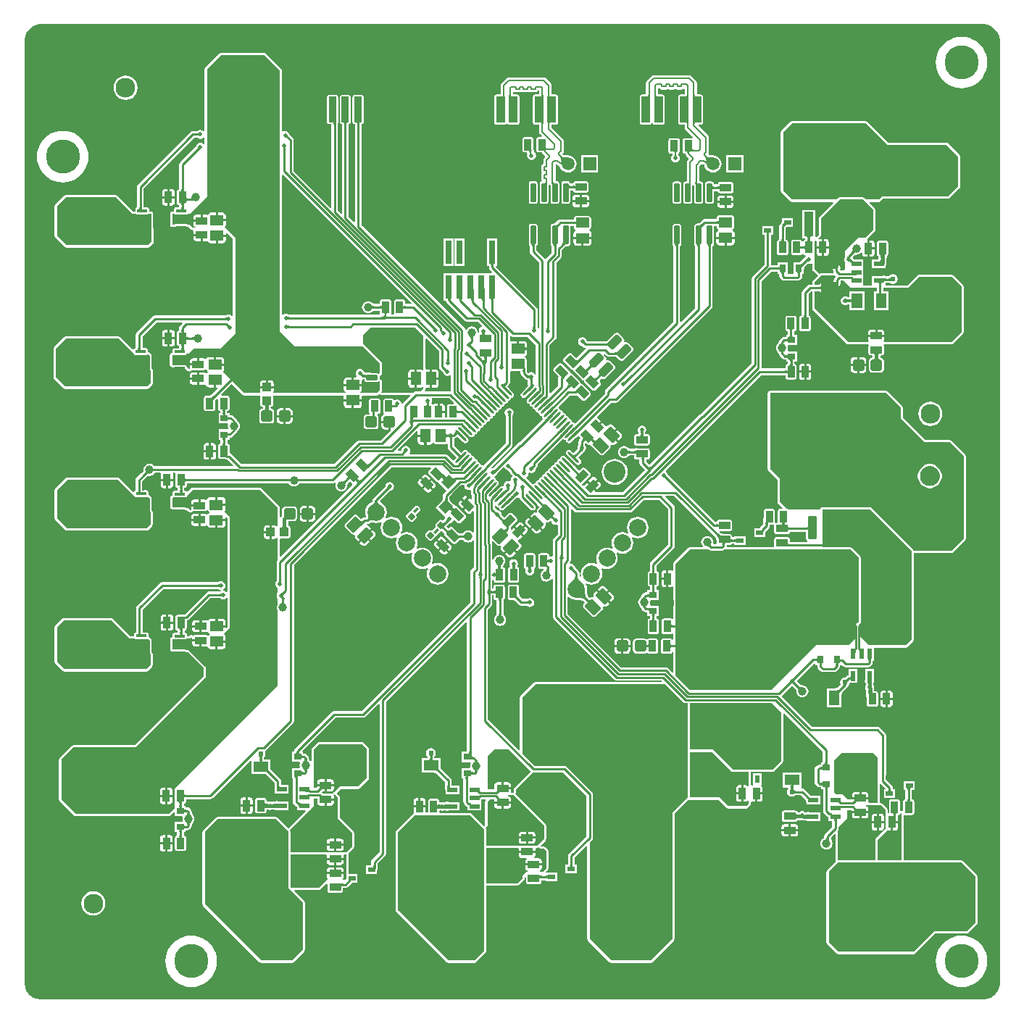
<source format=gtl>
G04*
G04 #@! TF.GenerationSoftware,Altium Limited,Altium Designer,21.6.4 (81)*
G04*
G04 Layer_Physical_Order=1*
G04 Layer_Color=255*
%FSLAX25Y25*%
%MOIN*%
G70*
G04*
G04 #@! TF.SameCoordinates,042D30B8-6E37-4B2D-B353-5EAC6A6B4B5F*
G04*
G04*
G04 #@! TF.FilePolarity,Positive*
G04*
G01*
G75*
%ADD15C,0.01000*%
G04:AMPARAMS|DCode=18|XSize=55.12mil|YSize=35.43mil|CornerRadius=2.66mil|HoleSize=0mil|Usage=FLASHONLY|Rotation=180.000|XOffset=0mil|YOffset=0mil|HoleType=Round|Shape=RoundedRectangle|*
%AMROUNDEDRECTD18*
21,1,0.05512,0.03012,0,0,180.0*
21,1,0.04980,0.03543,0,0,180.0*
1,1,0.00532,-0.02490,0.01506*
1,1,0.00532,0.02490,0.01506*
1,1,0.00532,0.02490,-0.01506*
1,1,0.00532,-0.02490,-0.01506*
%
%ADD18ROUNDEDRECTD18*%
G04:AMPARAMS|DCode=19|XSize=43.31mil|YSize=39.37mil|CornerRadius=2.95mil|HoleSize=0mil|Usage=FLASHONLY|Rotation=180.000|XOffset=0mil|YOffset=0mil|HoleType=Round|Shape=RoundedRectangle|*
%AMROUNDEDRECTD19*
21,1,0.04331,0.03347,0,0,180.0*
21,1,0.03740,0.03937,0,0,180.0*
1,1,0.00591,-0.01870,0.01673*
1,1,0.00591,0.01870,0.01673*
1,1,0.00591,0.01870,-0.01673*
1,1,0.00591,-0.01870,-0.01673*
%
%ADD19ROUNDEDRECTD19*%
G04:AMPARAMS|DCode=20|XSize=43.31mil|YSize=39.37mil|CornerRadius=2.95mil|HoleSize=0mil|Usage=FLASHONLY|Rotation=270.000|XOffset=0mil|YOffset=0mil|HoleType=Round|Shape=RoundedRectangle|*
%AMROUNDEDRECTD20*
21,1,0.04331,0.03347,0,0,270.0*
21,1,0.03740,0.03937,0,0,270.0*
1,1,0.00591,-0.01673,-0.01870*
1,1,0.00591,-0.01673,0.01870*
1,1,0.00591,0.01673,0.01870*
1,1,0.00591,0.01673,-0.01870*
%
%ADD20ROUNDEDRECTD20*%
G04:AMPARAMS|DCode=21|XSize=51.18mil|YSize=51.18mil|CornerRadius=5.12mil|HoleSize=0mil|Usage=FLASHONLY|Rotation=0.000|XOffset=0mil|YOffset=0mil|HoleType=Round|Shape=RoundedRectangle|*
%AMROUNDEDRECTD21*
21,1,0.05118,0.04095,0,0,0.0*
21,1,0.04095,0.05118,0,0,0.0*
1,1,0.01024,0.02047,-0.02047*
1,1,0.01024,-0.02047,-0.02047*
1,1,0.01024,-0.02047,0.02047*
1,1,0.01024,0.02047,0.02047*
%
%ADD21ROUNDEDRECTD21*%
%ADD22C,0.03937*%
%ADD23R,0.04724X0.02362*%
%ADD24R,0.03543X0.03150*%
G04:AMPARAMS|DCode=25|XSize=49.21mil|YSize=62.99mil|CornerRadius=4.92mil|HoleSize=0mil|Usage=FLASHONLY|Rotation=225.000|XOffset=0mil|YOffset=0mil|HoleType=Round|Shape=RoundedRectangle|*
%AMROUNDEDRECTD25*
21,1,0.04921,0.05315,0,0,225.0*
21,1,0.03937,0.06299,0,0,225.0*
1,1,0.00984,-0.03271,0.00487*
1,1,0.00984,-0.00487,0.03271*
1,1,0.00984,0.03271,-0.00487*
1,1,0.00984,0.00487,-0.03271*
%
%ADD25ROUNDEDRECTD25*%
G04:AMPARAMS|DCode=26|XSize=55.12mil|YSize=35.43mil|CornerRadius=2.66mil|HoleSize=0mil|Usage=FLASHONLY|Rotation=90.000|XOffset=0mil|YOffset=0mil|HoleType=Round|Shape=RoundedRectangle|*
%AMROUNDEDRECTD26*
21,1,0.05512,0.03012,0,0,90.0*
21,1,0.04980,0.03543,0,0,90.0*
1,1,0.00532,0.01506,0.02490*
1,1,0.00532,0.01506,-0.02490*
1,1,0.00532,-0.01506,-0.02490*
1,1,0.00532,-0.01506,0.02490*
%
%ADD26ROUNDEDRECTD26*%
%ADD27R,0.11417X0.04331*%
%ADD28R,0.21654X0.21260*%
G04:AMPARAMS|DCode=29|XSize=49.21mil|YSize=62.99mil|CornerRadius=4.92mil|HoleSize=0mil|Usage=FLASHONLY|Rotation=44.000|XOffset=0mil|YOffset=0mil|HoleType=Round|Shape=RoundedRectangle|*
%AMROUNDEDRECTD29*
21,1,0.04921,0.05315,0,0,44.0*
21,1,0.03937,0.06299,0,0,44.0*
1,1,0.00984,0.03262,-0.00544*
1,1,0.00984,0.00430,-0.03279*
1,1,0.00984,-0.03262,0.00544*
1,1,0.00984,-0.00430,0.03279*
%
%ADD29ROUNDEDRECTD29*%
G04:AMPARAMS|DCode=30|XSize=49.21mil|YSize=62.99mil|CornerRadius=4.92mil|HoleSize=0mil|Usage=FLASHONLY|Rotation=135.000|XOffset=0mil|YOffset=0mil|HoleType=Round|Shape=RoundedRectangle|*
%AMROUNDEDRECTD30*
21,1,0.04921,0.05315,0,0,135.0*
21,1,0.03937,0.06299,0,0,135.0*
1,1,0.00984,0.00487,0.03271*
1,1,0.00984,0.03271,0.00487*
1,1,0.00984,-0.00487,-0.03271*
1,1,0.00984,-0.03271,-0.00487*
%
%ADD30ROUNDEDRECTD30*%
G04:AMPARAMS|DCode=31|XSize=55.12mil|YSize=35.43mil|CornerRadius=2.66mil|HoleSize=0mil|Usage=FLASHONLY|Rotation=135.000|XOffset=0mil|YOffset=0mil|HoleType=Round|Shape=RoundedRectangle|*
%AMROUNDEDRECTD31*
21,1,0.05512,0.03012,0,0,135.0*
21,1,0.04980,0.03543,0,0,135.0*
1,1,0.00532,-0.00696,0.02826*
1,1,0.00532,0.02826,-0.00696*
1,1,0.00532,0.00696,-0.02826*
1,1,0.00532,-0.02826,0.00696*
%
%ADD31ROUNDEDRECTD31*%
G04:AMPARAMS|DCode=32|XSize=25.59mil|YSize=23.62mil|CornerRadius=1.77mil|HoleSize=0mil|Usage=FLASHONLY|Rotation=315.000|XOffset=0mil|YOffset=0mil|HoleType=Round|Shape=RoundedRectangle|*
%AMROUNDEDRECTD32*
21,1,0.02559,0.02008,0,0,315.0*
21,1,0.02205,0.02362,0,0,315.0*
1,1,0.00354,0.00070,-0.01489*
1,1,0.00354,-0.01489,0.00070*
1,1,0.00354,-0.00070,0.01489*
1,1,0.00354,0.01489,-0.00070*
%
%ADD32ROUNDEDRECTD32*%
G04:AMPARAMS|DCode=33|XSize=13.78mil|YSize=27.56mil|CornerRadius=1.03mil|HoleSize=0mil|Usage=FLASHONLY|Rotation=315.000|XOffset=0mil|YOffset=0mil|HoleType=Round|Shape=RoundedRectangle|*
%AMROUNDEDRECTD33*
21,1,0.01378,0.02549,0,0,315.0*
21,1,0.01171,0.02756,0,0,315.0*
1,1,0.00207,-0.00487,-0.01315*
1,1,0.00207,-0.01315,-0.00487*
1,1,0.00207,0.00487,0.01315*
1,1,0.00207,0.01315,0.00487*
%
%ADD33ROUNDEDRECTD33*%
G04:AMPARAMS|DCode=34|XSize=51.18mil|YSize=43.31mil|CornerRadius=0mil|HoleSize=0mil|Usage=FLASHONLY|Rotation=45.000|XOffset=0mil|YOffset=0mil|HoleType=Round|Shape=Rectangle|*
%AMROTATEDRECTD34*
4,1,4,-0.00278,-0.03341,-0.03341,-0.00278,0.00278,0.03341,0.03341,0.00278,-0.00278,-0.03341,0.0*
%
%ADD34ROTATEDRECTD34*%

G04:AMPARAMS|DCode=35|XSize=49.21mil|YSize=62.99mil|CornerRadius=4.92mil|HoleSize=0mil|Usage=FLASHONLY|Rotation=0.000|XOffset=0mil|YOffset=0mil|HoleType=Round|Shape=RoundedRectangle|*
%AMROUNDEDRECTD35*
21,1,0.04921,0.05315,0,0,0.0*
21,1,0.03937,0.06299,0,0,0.0*
1,1,0.00984,0.01968,-0.02657*
1,1,0.00984,-0.01968,-0.02657*
1,1,0.00984,-0.01968,0.02657*
1,1,0.00984,0.01968,0.02657*
%
%ADD35ROUNDEDRECTD35*%
G04:AMPARAMS|DCode=36|XSize=39.37mil|YSize=66.93mil|CornerRadius=3.94mil|HoleSize=0mil|Usage=FLASHONLY|Rotation=135.000|XOffset=0mil|YOffset=0mil|HoleType=Round|Shape=RoundedRectangle|*
%AMROUNDEDRECTD36*
21,1,0.03937,0.05906,0,0,135.0*
21,1,0.03150,0.06693,0,0,135.0*
1,1,0.00787,0.00974,0.03202*
1,1,0.00787,0.03202,0.00974*
1,1,0.00787,-0.00974,-0.03202*
1,1,0.00787,-0.03202,-0.00974*
%
%ADD36ROUNDEDRECTD36*%
G04:AMPARAMS|DCode=37|XSize=49.21mil|YSize=62.99mil|CornerRadius=4.92mil|HoleSize=0mil|Usage=FLASHONLY|Rotation=270.000|XOffset=0mil|YOffset=0mil|HoleType=Round|Shape=RoundedRectangle|*
%AMROUNDEDRECTD37*
21,1,0.04921,0.05315,0,0,270.0*
21,1,0.03937,0.06299,0,0,270.0*
1,1,0.00984,-0.02657,-0.01968*
1,1,0.00984,-0.02657,0.01968*
1,1,0.00984,0.02657,0.01968*
1,1,0.00984,0.02657,-0.01968*
%
%ADD37ROUNDEDRECTD37*%
G04:AMPARAMS|DCode=38|XSize=55.12mil|YSize=35.43mil|CornerRadius=2.66mil|HoleSize=0mil|Usage=FLASHONLY|Rotation=225.000|XOffset=0mil|YOffset=0mil|HoleType=Round|Shape=RoundedRectangle|*
%AMROUNDEDRECTD38*
21,1,0.05512,0.03012,0,0,225.0*
21,1,0.04980,0.03543,0,0,225.0*
1,1,0.00532,-0.02826,-0.00696*
1,1,0.00532,0.00696,0.02826*
1,1,0.00532,0.02826,0.00696*
1,1,0.00532,-0.00696,-0.02826*
%
%ADD38ROUNDEDRECTD38*%
G04:AMPARAMS|DCode=39|XSize=11.81mil|YSize=70.87mil|CornerRadius=0mil|HoleSize=0mil|Usage=FLASHONLY|Rotation=45.000|XOffset=0mil|YOffset=0mil|HoleType=Round|Shape=Round|*
%AMOVALD39*
21,1,0.05906,0.01181,0.00000,0.00000,135.0*
1,1,0.01181,0.02088,-0.02088*
1,1,0.01181,-0.02088,0.02088*
%
%ADD39OVALD39*%

G04:AMPARAMS|DCode=40|XSize=11.81mil|YSize=70.87mil|CornerRadius=0mil|HoleSize=0mil|Usage=FLASHONLY|Rotation=135.000|XOffset=0mil|YOffset=0mil|HoleType=Round|Shape=Round|*
%AMOVALD40*
21,1,0.05906,0.01181,0.00000,0.00000,225.0*
1,1,0.01181,0.02088,0.02088*
1,1,0.01181,-0.02088,-0.02088*
%
%ADD40OVALD40*%

G04:AMPARAMS|DCode=41|XSize=24.8mil|YSize=51.18mil|CornerRadius=1.86mil|HoleSize=0mil|Usage=FLASHONLY|Rotation=90.000|XOffset=0mil|YOffset=0mil|HoleType=Round|Shape=RoundedRectangle|*
%AMROUNDEDRECTD41*
21,1,0.02480,0.04746,0,0,90.0*
21,1,0.02108,0.05118,0,0,90.0*
1,1,0.00372,0.02373,0.01054*
1,1,0.00372,0.02373,-0.01054*
1,1,0.00372,-0.02373,-0.01054*
1,1,0.00372,-0.02373,0.01054*
%
%ADD41ROUNDEDRECTD41*%
%ADD42R,0.07087X0.05118*%
G04:AMPARAMS|DCode=43|XSize=90.55mil|YSize=98.43mil|CornerRadius=6.79mil|HoleSize=0mil|Usage=FLASHONLY|Rotation=90.000|XOffset=0mil|YOffset=0mil|HoleType=Round|Shape=RoundedRectangle|*
%AMROUNDEDRECTD43*
21,1,0.09055,0.08484,0,0,90.0*
21,1,0.07697,0.09843,0,0,90.0*
1,1,0.01358,0.04242,0.03848*
1,1,0.01358,0.04242,-0.03848*
1,1,0.01358,-0.04242,-0.03848*
1,1,0.01358,-0.04242,0.03848*
%
%ADD43ROUNDEDRECTD43*%
%ADD44R,0.03543X0.02362*%
%ADD45R,0.21260X0.21654*%
%ADD46R,0.04331X0.11417*%
%ADD47R,0.02362X0.03543*%
G04:AMPARAMS|DCode=48|XSize=157.48mil|YSize=167.32mil|CornerRadius=11.81mil|HoleSize=0mil|Usage=FLASHONLY|Rotation=90.000|XOffset=0mil|YOffset=0mil|HoleType=Round|Shape=RoundedRectangle|*
%AMROUNDEDRECTD48*
21,1,0.15748,0.14370,0,0,90.0*
21,1,0.13386,0.16732,0,0,90.0*
1,1,0.02362,0.07185,0.06693*
1,1,0.02362,0.07185,-0.06693*
1,1,0.02362,-0.07185,-0.06693*
1,1,0.02362,-0.07185,0.06693*
%
%ADD48ROUNDEDRECTD48*%
%ADD49R,0.03150X0.03543*%
%ADD50R,0.05118X0.07087*%
%ADD51R,0.02362X0.04724*%
G04:AMPARAMS|DCode=52|XSize=70.87mil|YSize=157.48mil|CornerRadius=7.09mil|HoleSize=0mil|Usage=FLASHONLY|Rotation=0.000|XOffset=0mil|YOffset=0mil|HoleType=Round|Shape=RoundedRectangle|*
%AMROUNDEDRECTD52*
21,1,0.07087,0.14331,0,0,0.0*
21,1,0.05669,0.15748,0,0,0.0*
1,1,0.01417,0.02835,-0.07165*
1,1,0.01417,-0.02835,-0.07165*
1,1,0.01417,-0.02835,0.07165*
1,1,0.01417,0.02835,0.07165*
%
%ADD52ROUNDEDRECTD52*%
%ADD53R,0.38976X0.34646*%
G04:AMPARAMS|DCode=54|XSize=106.3mil|YSize=41.73mil|CornerRadius=5.22mil|HoleSize=0mil|Usage=FLASHONLY|Rotation=90.000|XOffset=0mil|YOffset=0mil|HoleType=Round|Shape=RoundedRectangle|*
%AMROUNDEDRECTD54*
21,1,0.10630,0.03130,0,0,90.0*
21,1,0.09587,0.04173,0,0,90.0*
1,1,0.01043,0.01565,0.04793*
1,1,0.01043,0.01565,-0.04793*
1,1,0.01043,-0.01565,-0.04793*
1,1,0.01043,-0.01565,0.04793*
%
%ADD54ROUNDEDRECTD54*%
G04:AMPARAMS|DCode=55|XSize=78.74mil|YSize=51.18mil|CornerRadius=5.12mil|HoleSize=0mil|Usage=FLASHONLY|Rotation=180.000|XOffset=0mil|YOffset=0mil|HoleType=Round|Shape=RoundedRectangle|*
%AMROUNDEDRECTD55*
21,1,0.07874,0.04095,0,0,180.0*
21,1,0.06850,0.05118,0,0,180.0*
1,1,0.01024,-0.03425,0.02047*
1,1,0.01024,0.03425,0.02047*
1,1,0.01024,0.03425,-0.02047*
1,1,0.01024,-0.03425,-0.02047*
%
%ADD55ROUNDEDRECTD55*%
G04:AMPARAMS|DCode=56|XSize=86.61mil|YSize=23.62mil|CornerRadius=1.77mil|HoleSize=0mil|Usage=FLASHONLY|Rotation=90.000|XOffset=0mil|YOffset=0mil|HoleType=Round|Shape=RoundedRectangle|*
%AMROUNDEDRECTD56*
21,1,0.08661,0.02008,0,0,90.0*
21,1,0.08307,0.02362,0,0,90.0*
1,1,0.00354,0.01004,0.04153*
1,1,0.00354,0.01004,-0.04153*
1,1,0.00354,-0.01004,-0.04153*
1,1,0.00354,-0.01004,0.04153*
%
%ADD56ROUNDEDRECTD56*%
G04:AMPARAMS|DCode=57|XSize=49.21mil|YSize=15.75mil|CornerRadius=1.18mil|HoleSize=0mil|Usage=FLASHONLY|Rotation=180.000|XOffset=0mil|YOffset=0mil|HoleType=Round|Shape=RoundedRectangle|*
%AMROUNDEDRECTD57*
21,1,0.04921,0.01339,0,0,180.0*
21,1,0.04685,0.01575,0,0,180.0*
1,1,0.00236,-0.02343,0.00669*
1,1,0.00236,0.02343,0.00669*
1,1,0.00236,0.02343,-0.00669*
1,1,0.00236,-0.02343,-0.00669*
%
%ADD57ROUNDEDRECTD57*%
G04:AMPARAMS|DCode=58|XSize=78.74mil|YSize=88.58mil|CornerRadius=5.91mil|HoleSize=0mil|Usage=FLASHONLY|Rotation=180.000|XOffset=0mil|YOffset=0mil|HoleType=Round|Shape=RoundedRectangle|*
%AMROUNDEDRECTD58*
21,1,0.07874,0.07677,0,0,180.0*
21,1,0.06693,0.08858,0,0,180.0*
1,1,0.01181,-0.03347,0.03839*
1,1,0.01181,0.03347,0.03839*
1,1,0.01181,0.03347,-0.03839*
1,1,0.01181,-0.03347,-0.03839*
%
%ADD58ROUNDEDRECTD58*%
%ADD59R,0.34646X0.38976*%
G04:AMPARAMS|DCode=60|XSize=106.3mil|YSize=41.73mil|CornerRadius=5.22mil|HoleSize=0mil|Usage=FLASHONLY|Rotation=180.000|XOffset=0mil|YOffset=0mil|HoleType=Round|Shape=RoundedRectangle|*
%AMROUNDEDRECTD60*
21,1,0.10630,0.03130,0,0,180.0*
21,1,0.09587,0.04173,0,0,180.0*
1,1,0.01043,-0.04793,0.01565*
1,1,0.01043,0.04793,0.01565*
1,1,0.01043,0.04793,-0.01565*
1,1,0.01043,-0.04793,-0.01565*
%
%ADD60ROUNDEDRECTD60*%
G04:AMPARAMS|DCode=61|XSize=39.37mil|YSize=122.05mil|CornerRadius=2.95mil|HoleSize=0mil|Usage=FLASHONLY|Rotation=0.000|XOffset=0mil|YOffset=0mil|HoleType=Round|Shape=RoundedRectangle|*
%AMROUNDEDRECTD61*
21,1,0.03937,0.11614,0,0,0.0*
21,1,0.03347,0.12205,0,0,0.0*
1,1,0.00591,0.01673,-0.05807*
1,1,0.00591,-0.01673,-0.05807*
1,1,0.00591,-0.01673,0.05807*
1,1,0.00591,0.01673,0.05807*
%
%ADD61ROUNDEDRECTD61*%
G04:AMPARAMS|DCode=62|XSize=74.8mil|YSize=157.48mil|CornerRadius=5.61mil|HoleSize=0mil|Usage=FLASHONLY|Rotation=0.000|XOffset=0mil|YOffset=0mil|HoleType=Round|Shape=RoundedRectangle|*
%AMROUNDEDRECTD62*
21,1,0.07480,0.14626,0,0,0.0*
21,1,0.06358,0.15748,0,0,0.0*
1,1,0.01122,0.03179,-0.07313*
1,1,0.01122,-0.03179,-0.07313*
1,1,0.01122,-0.03179,0.07313*
1,1,0.01122,0.03179,0.07313*
%
%ADD62ROUNDEDRECTD62*%
G04:AMPARAMS|DCode=63|XSize=35.43mil|YSize=118.11mil|CornerRadius=2.66mil|HoleSize=0mil|Usage=FLASHONLY|Rotation=0.000|XOffset=0mil|YOffset=0mil|HoleType=Round|Shape=RoundedRectangle|*
%AMROUNDEDRECTD63*
21,1,0.03543,0.11280,0,0,0.0*
21,1,0.03012,0.11811,0,0,0.0*
1,1,0.00532,0.01506,-0.05640*
1,1,0.00532,-0.01506,-0.05640*
1,1,0.00532,-0.01506,0.05640*
1,1,0.00532,0.01506,0.05640*
%
%ADD63ROUNDEDRECTD63*%
%ADD64R,0.02900X0.11000*%
%ADD119C,0.01500*%
%ADD120C,0.00800*%
%ADD121C,0.09055*%
%ADD122C,0.07874*%
%ADD123C,0.11811*%
%ADD124C,0.10000*%
%ADD125C,0.15630*%
%ADD126C,0.05906*%
%ADD127R,0.05906X0.05906*%
%ADD128C,0.05000*%
%ADD129C,0.02000*%
%ADD130C,0.02400*%
G36*
X366338Y430726D02*
X367787Y430126D01*
X369091Y429254D01*
X370199Y428146D01*
X371071Y426842D01*
X371671Y425393D01*
X371977Y423855D01*
Y423071D01*
Y-9685D01*
Y-10469D01*
X371671Y-12007D01*
X371071Y-13456D01*
X370199Y-14760D01*
X369091Y-15869D01*
X367787Y-16740D01*
X366338Y-17340D01*
X364800Y-17646D01*
X-69524D01*
X-71062Y-17340D01*
X-72511Y-16740D01*
X-73815Y-15869D01*
X-74924Y-14760D01*
X-75795Y-13456D01*
X-76395Y-12007D01*
X-76701Y-10469D01*
Y-9685D01*
Y423071D01*
Y423855D01*
X-76395Y425393D01*
X-75795Y426842D01*
X-74924Y428146D01*
X-73815Y429254D01*
X-72511Y430126D01*
X-71062Y430726D01*
X-69524Y431032D01*
X364800D01*
X366338Y430726D01*
D02*
G37*
%LPC*%
G36*
X229055Y407579D02*
X229055Y407579D01*
X212756D01*
X212756Y407579D01*
X212210Y407471D01*
X211747Y407161D01*
X209638Y405052D01*
X209328Y404589D01*
X209220Y404043D01*
X209220Y404043D01*
Y398695D01*
X207421D01*
X206994Y398610D01*
X206631Y398368D01*
X206389Y398006D01*
X206304Y397579D01*
Y385964D01*
X206389Y385537D01*
X206631Y385175D01*
X206994Y384933D01*
X207421Y384848D01*
X210768D01*
X211195Y384933D01*
X211557Y385175D01*
X211789Y385521D01*
X211891Y385537D01*
X212203D01*
X212306Y385521D01*
X212537Y385175D01*
X212899Y384933D01*
X213327Y384848D01*
X216673D01*
X217101Y384933D01*
X217463Y385175D01*
X217705Y385537D01*
X217790Y385964D01*
Y397579D01*
X217705Y398006D01*
X217463Y398368D01*
X217101Y398610D01*
X216673Y398695D01*
X214875D01*
Y401305D01*
X215375Y401457D01*
X215451Y401343D01*
X215914Y401033D01*
X216461Y400924D01*
X218261D01*
X218807Y401033D01*
X219161Y401269D01*
X219514Y401033D01*
X220061Y400924D01*
X221861D01*
X222407Y401033D01*
X222761Y401269D01*
X223114Y401033D01*
X223661Y400924D01*
X225461D01*
X226007Y401033D01*
X226436Y401320D01*
X226611Y401281D01*
X226936Y401141D01*
Y398695D01*
X225138D01*
X224710Y398610D01*
X224348Y398368D01*
X224106Y398006D01*
X224021Y397579D01*
Y385964D01*
X224106Y385537D01*
X224348Y385175D01*
X224710Y384933D01*
X225138Y384848D01*
X226936D01*
Y383310D01*
X226936Y383310D01*
X227045Y382763D01*
X227354Y382300D01*
X230610Y379044D01*
X230364Y378584D01*
X230119Y378632D01*
X227107D01*
X226691Y378550D01*
X226339Y378314D01*
X226103Y377961D01*
X226021Y377546D01*
Y372565D01*
X226103Y372149D01*
X226339Y371797D01*
X226691Y371561D01*
X227107Y371479D01*
X227286D01*
X227377Y371022D01*
X227687Y370559D01*
X228891Y369354D01*
Y368854D01*
X228448Y368411D01*
X228139Y367948D01*
X228030Y367402D01*
X228030Y367402D01*
Y358656D01*
X227354D01*
X226972Y358580D01*
X226649Y358364D01*
X226433Y358041D01*
X226357Y357659D01*
Y349352D01*
X226433Y348971D01*
X226649Y348648D01*
X226972Y348432D01*
X227354Y348356D01*
X229362D01*
X229743Y348432D01*
X230066Y348648D01*
X230282Y348971D01*
X230358Y349352D01*
Y356637D01*
X230366Y356645D01*
X230409Y356669D01*
X230449Y356721D01*
X230502Y356761D01*
X230571Y356877D01*
X230574Y356881D01*
X230586Y356885D01*
X230788Y356927D01*
X230927D01*
X231129Y356885D01*
X231141Y356881D01*
X231144Y356877D01*
X231213Y356761D01*
X231266Y356721D01*
X231307Y356669D01*
X231349Y356645D01*
X231357Y356637D01*
Y349352D01*
X231433Y348971D01*
X231649Y348648D01*
X231972Y348432D01*
X232354Y348356D01*
X234362D01*
X234743Y348432D01*
X235066Y348648D01*
X235282Y348971D01*
X235358Y349352D01*
Y357659D01*
X235282Y358041D01*
X235066Y358364D01*
X234743Y358580D01*
X234362Y358656D01*
X233685D01*
Y365651D01*
X234610Y366576D01*
X235193D01*
X235411Y366430D01*
X235852Y366342D01*
X235894Y366331D01*
X235914Y366330D01*
X235957Y366321D01*
X236006D01*
X236011Y366313D01*
X236036Y366260D01*
X236065Y366173D01*
X236102Y366009D01*
X236118Y365974D01*
X236149Y365740D01*
X236547Y364778D01*
X237181Y363952D01*
X238007Y363319D01*
X238968Y362921D01*
X240000Y362785D01*
X241032Y362921D01*
X241993Y363319D01*
X242819Y363952D01*
X243453Y364778D01*
X243851Y365740D01*
X243987Y366772D01*
X243851Y367804D01*
X243453Y368765D01*
X242819Y369591D01*
X241993Y370224D01*
X241032Y370623D01*
X240000Y370759D01*
X239892Y370744D01*
X239552Y370746D01*
X238813Y370789D01*
X238524Y370825D01*
X238269Y370872D01*
X238129Y370908D01*
X238053Y370986D01*
X238024Y371037D01*
X237922Y371371D01*
X237929Y371474D01*
X237940Y371505D01*
X238089Y371728D01*
X238197Y372274D01*
X238197Y372274D01*
Y378863D01*
X238197Y378863D01*
X238089Y379409D01*
X237779Y379872D01*
X237779Y379872D01*
X233266Y384386D01*
X233457Y384848D01*
X234390D01*
X234817Y384933D01*
X235179Y385175D01*
X235421Y385537D01*
X235507Y385964D01*
Y397579D01*
X235421Y398006D01*
X235179Y398368D01*
X234817Y398610D01*
X234390Y398695D01*
X232591D01*
Y404043D01*
X232591Y404043D01*
X232483Y404589D01*
X232173Y405052D01*
X230064Y407161D01*
X229601Y407471D01*
X229055Y407579D01*
D02*
G37*
G36*
X162244Y406427D02*
X162244Y406427D01*
X145945D01*
X145945Y406427D01*
X145399Y406319D01*
X144936Y406009D01*
X142827Y403900D01*
X142517Y403437D01*
X142409Y402891D01*
X142409Y402891D01*
Y398695D01*
X140610D01*
X140183Y398610D01*
X139821Y398368D01*
X139578Y398006D01*
X139493Y397579D01*
Y385964D01*
X139578Y385537D01*
X139821Y385175D01*
X140183Y384933D01*
X140610Y384848D01*
X143957D01*
X144384Y384933D01*
X144746Y385175D01*
X144977Y385521D01*
X145080Y385537D01*
X145392D01*
X145495Y385521D01*
X145726Y385175D01*
X146088Y384933D01*
X146516Y384848D01*
X149862D01*
X150290Y384933D01*
X150652Y385175D01*
X150894Y385537D01*
X150979Y385964D01*
Y397579D01*
X150894Y398006D01*
X150652Y398368D01*
X150290Y398610D01*
X149862Y398695D01*
X148064D01*
Y399744D01*
X148564Y400011D01*
X148759Y399881D01*
X149305Y399773D01*
X151105D01*
X151651Y399881D01*
X152005Y400118D01*
X152359Y399881D01*
X152905Y399773D01*
X154705D01*
X155251Y399881D01*
X155605Y400118D01*
X155959Y399881D01*
X156505Y399773D01*
X158305D01*
X158851Y399881D01*
X159314Y400191D01*
X159624Y400654D01*
X159625Y400662D01*
X160125Y400613D01*
Y398695D01*
X158327D01*
X157899Y398610D01*
X157537Y398368D01*
X157295Y398006D01*
X157210Y397579D01*
Y385964D01*
X157295Y385537D01*
X157537Y385175D01*
X157899Y384933D01*
X158327Y384848D01*
X160125D01*
Y381480D01*
X160125Y381480D01*
X160234Y380933D01*
X160544Y380470D01*
X161368Y379646D01*
X161177Y379184D01*
X159851D01*
X159435Y379101D01*
X159082Y378866D01*
X158847Y378513D01*
X158764Y378097D01*
Y373117D01*
X158847Y372701D01*
X159082Y372349D01*
X159435Y372113D01*
X159851Y372030D01*
X161341D01*
X161363Y371918D01*
X161673Y371455D01*
X162699Y370428D01*
Y369929D01*
X162365Y369595D01*
X162055Y369132D01*
X161947Y368585D01*
X161947Y368585D01*
Y366862D01*
X161828Y366839D01*
X161365Y366529D01*
X161055Y366066D01*
X160947Y365520D01*
Y363720D01*
X161055Y363174D01*
X161292Y362820D01*
X161055Y362466D01*
X160947Y361920D01*
Y360120D01*
X161055Y359574D01*
X161278Y359240D01*
X161277Y359132D01*
X161172Y358832D01*
X161082Y358702D01*
X160889Y358664D01*
X160566Y358448D01*
X160350Y358125D01*
X160274Y357744D01*
Y349436D01*
X160350Y349055D01*
X160566Y348732D01*
X160889Y348516D01*
X161270Y348440D01*
X163278D01*
X163659Y348516D01*
X163983Y348732D01*
X164199Y349055D01*
X164274Y349436D01*
Y356721D01*
X164283Y356729D01*
X164325Y356753D01*
X164366Y356806D01*
X164419Y356845D01*
X164488Y356961D01*
X164491Y356965D01*
X164503Y356969D01*
X164704Y357011D01*
X164844D01*
X165046Y356969D01*
X165058Y356965D01*
X165061Y356961D01*
X165129Y356845D01*
X165182Y356806D01*
X165223Y356753D01*
X165266Y356729D01*
X165274Y356721D01*
Y349436D01*
X165350Y349055D01*
X165566Y348732D01*
X165889Y348516D01*
X166270Y348440D01*
X168278D01*
X168659Y348516D01*
X168983Y348732D01*
X169199Y349055D01*
X169274Y349436D01*
Y357744D01*
X169199Y358125D01*
X168983Y358448D01*
X168659Y358664D01*
X168278Y358740D01*
X167602D01*
Y366442D01*
X168102Y366649D01*
X168587Y366163D01*
X168587Y366163D01*
X169050Y365854D01*
X169424Y365779D01*
X169430Y365740D01*
X169828Y364778D01*
X170461Y363952D01*
X171287Y363319D01*
X172249Y362921D01*
X173281Y362785D01*
X174312Y362921D01*
X175274Y363319D01*
X176100Y363952D01*
X176733Y364778D01*
X177132Y365740D01*
X177268Y366772D01*
X177132Y367804D01*
X176733Y368765D01*
X176100Y369591D01*
X175274Y370224D01*
X174312Y370623D01*
X173281Y370759D01*
X173172Y370744D01*
X172833Y370746D01*
X172093Y370789D01*
X171805Y370825D01*
X171549Y370872D01*
X171339Y370926D01*
X171175Y370982D01*
X171061Y371034D01*
X170998Y371073D01*
X170631Y371440D01*
X171007Y371816D01*
X171007Y371816D01*
X171316Y372280D01*
X171425Y372826D01*
X171425Y372826D01*
Y376995D01*
X171425Y376995D01*
X171316Y377541D01*
X171007Y378004D01*
X171007Y378004D01*
X165780Y383231D01*
Y384848D01*
X167579D01*
X168006Y384933D01*
X168368Y385175D01*
X168611Y385537D01*
X168696Y385964D01*
Y397579D01*
X168611Y398006D01*
X168368Y398368D01*
X168006Y398610D01*
X167579Y398695D01*
X165780D01*
Y402891D01*
X165780Y402891D01*
X165672Y403437D01*
X165362Y403900D01*
X163253Y406009D01*
X162790Y406319D01*
X162244Y406427D01*
D02*
G37*
G36*
X354331Y425237D02*
X352477Y425091D01*
X350669Y424657D01*
X348950Y423946D01*
X347365Y422974D01*
X345951Y421766D01*
X344743Y420352D01*
X343771Y418766D01*
X343059Y417048D01*
X342625Y415240D01*
X342479Y413386D01*
X342625Y411532D01*
X343059Y409724D01*
X343771Y408005D01*
X344743Y406420D01*
X345951Y405006D01*
X347365Y403798D01*
X348950Y402826D01*
X350669Y402114D01*
X352477Y401680D01*
X354331Y401534D01*
X356185Y401680D01*
X357993Y402114D01*
X359711Y402826D01*
X361297Y403798D01*
X362711Y405006D01*
X363919Y406420D01*
X364891Y408005D01*
X365602Y409724D01*
X366036Y411532D01*
X366182Y413386D01*
X366036Y415240D01*
X365602Y417048D01*
X364891Y418766D01*
X363919Y420352D01*
X362711Y421766D01*
X361297Y422974D01*
X359711Y423946D01*
X357993Y424657D01*
X356185Y425091D01*
X354331Y425237D01*
D02*
G37*
G36*
X-30157Y407347D02*
X-31600Y407157D01*
X-32945Y406600D01*
X-34100Y405714D01*
X-34986Y404559D01*
X-35543Y403215D01*
X-35733Y401772D01*
X-35543Y400329D01*
X-34986Y398984D01*
X-34100Y397829D01*
X-32945Y396943D01*
X-31600Y396386D01*
X-30157Y396196D01*
X-28714Y396386D01*
X-27370Y396943D01*
X-26215Y397829D01*
X-25329Y398984D01*
X-24772Y400329D01*
X-24582Y401772D01*
X-24772Y403215D01*
X-25329Y404559D01*
X-26215Y405714D01*
X-27370Y406600D01*
X-28714Y407157D01*
X-30157Y407347D01*
D02*
G37*
G36*
X33760Y417835D02*
X13760D01*
X13370Y417757D01*
X13039Y417536D01*
X6539Y411036D01*
X6318Y410705D01*
X6240Y410315D01*
Y381701D01*
X5740Y381550D01*
X5602Y381757D01*
X4940Y382199D01*
X4160Y382354D01*
X3379Y382199D01*
X2849Y381844D01*
X760D01*
X175Y381728D01*
X-322Y381396D01*
X-24443Y357274D01*
X-24775Y356778D01*
X-24892Y356193D01*
Y346810D01*
X-24962Y346751D01*
X-24964Y346750D01*
X-25157Y346711D01*
X-25461Y346509D01*
X-25664Y346205D01*
X-25735Y345847D01*
Y344826D01*
X-26578D01*
X-33787Y352036D01*
X-34118Y352257D01*
X-34508Y352334D01*
X-57740D01*
X-58130Y352257D01*
X-58461Y352036D01*
X-62461Y348036D01*
X-62682Y347705D01*
X-62760Y347315D01*
Y333815D01*
X-62682Y333425D01*
X-62461Y333094D01*
X-57961Y328594D01*
X-57630Y328373D01*
X-57240Y328295D01*
X-19832D01*
X-19442Y328373D01*
X-19112Y328594D01*
X-17519Y330186D01*
X-17298Y330517D01*
X-17221Y330907D01*
Y336896D01*
X-17240Y336995D01*
Y337095D01*
X-17260Y337143D01*
X-17343Y337561D01*
Y343807D01*
X-17421Y344197D01*
X-17642Y344528D01*
X-17973Y344749D01*
X-18363Y344826D01*
X-19178D01*
Y345847D01*
X-19249Y346205D01*
X-19452Y346509D01*
X-19756Y346711D01*
X-20114Y346783D01*
X-21800D01*
X-21833Y346810D01*
Y355559D01*
X1393Y378785D01*
X2849D01*
X3379Y378431D01*
X4160Y378276D01*
X4940Y378431D01*
X5602Y378873D01*
X5740Y379080D01*
X6240Y378929D01*
Y375901D01*
X5740Y375750D01*
X5602Y375957D01*
X4940Y376399D01*
X4160Y376554D01*
X3379Y376399D01*
X2718Y375957D01*
X2276Y375295D01*
X2151Y374669D01*
X-5013Y367505D01*
X-5344Y367009D01*
X-5461Y366424D01*
Y354981D01*
X-5501Y354948D01*
X-5853Y354877D01*
X-6206Y354642D01*
X-6441Y354289D01*
X-6524Y353873D01*
Y348893D01*
X-6441Y348477D01*
X-6206Y348125D01*
X-5853Y347889D01*
X-5501Y347819D01*
X-5461Y347786D01*
Y346771D01*
X-5494Y346743D01*
X-7083D01*
X-7441Y346672D01*
X-7745Y346469D01*
X-7948Y346165D01*
X-8019Y345807D01*
Y344865D01*
X-8740D01*
X-9130Y344787D01*
X-9461Y344566D01*
X-9682Y344235D01*
X-9760Y343845D01*
Y338793D01*
X-9682Y338403D01*
X-9461Y338072D01*
X-9130Y337851D01*
X-8740Y337774D01*
X-7743D01*
X-7644Y337793D01*
X-7544D01*
X-7451Y337832D01*
X-7352Y337851D01*
X-7269Y337907D01*
X-7176Y337946D01*
X-7043Y338035D01*
X-6982Y338047D01*
X-2498D01*
X-2437Y338035D01*
X-2304Y337946D01*
X-2211Y337907D01*
X-2128Y337851D01*
X-2029Y337832D01*
X-1937Y337793D01*
X-1836D01*
X-1738Y337774D01*
X-1141D01*
X39Y336594D01*
X370Y336373D01*
X656Y336316D01*
X703Y336288D01*
X866Y336094D01*
X1024Y335795D01*
X979Y335573D01*
Y334567D01*
X4760D01*
Y334067D01*
X5260D01*
Y331270D01*
X7250D01*
X7674Y331355D01*
X7697Y331241D01*
X8027Y330747D01*
X8520Y330417D01*
X9102Y330301D01*
X11260D01*
Y333791D01*
X11760D01*
Y334291D01*
X15939D01*
Y334926D01*
X16400Y335118D01*
X19240Y332278D01*
Y296976D01*
X18740Y296824D01*
X18677Y296919D01*
X18015Y297361D01*
X17235Y297516D01*
X16455Y297361D01*
X15924Y297006D01*
X-16708D01*
X-17293Y296890D01*
X-17789Y296558D01*
X-25019Y289329D01*
X-25350Y288833D01*
X-25467Y288248D01*
Y282031D01*
X-25516Y281990D01*
X-25805Y281932D01*
X-26108Y281729D01*
X-26267Y281491D01*
X-26521Y281396D01*
X-26836Y281352D01*
X-32519Y287036D01*
X-32850Y287257D01*
X-33240Y287334D01*
X-57740D01*
X-58130Y287257D01*
X-58461Y287036D01*
X-62961Y282536D01*
X-63182Y282205D01*
X-63260Y281815D01*
Y268517D01*
X-63182Y268127D01*
X-62961Y267796D01*
X-58759Y263594D01*
X-58428Y263373D01*
X-58038Y263295D01*
X-20240D01*
X-19850Y263373D01*
X-19519Y263594D01*
X-18019Y265094D01*
X-17798Y265425D01*
X-17721Y265815D01*
Y271897D01*
X-17740Y271996D01*
Y272096D01*
X-17779Y272189D01*
X-17798Y272287D01*
X-17854Y272371D01*
X-17892Y272464D01*
X-17941Y272537D01*
X-17990Y272782D01*
Y278550D01*
X-18068Y278941D01*
X-18289Y279271D01*
X-18836Y279819D01*
X-19167Y280040D01*
X-19557Y280117D01*
X-19825D01*
Y281067D01*
X-19896Y281425D01*
X-20099Y281729D01*
X-20403Y281932D01*
X-20761Y282003D01*
X-22375D01*
X-22408Y282031D01*
Y287614D01*
X-16075Y293948D01*
X-4224D01*
X-4032Y293485D01*
X-5013Y292505D01*
X-5344Y292009D01*
X-5461Y291424D01*
Y290202D01*
X-5501Y290169D01*
X-5853Y290099D01*
X-6206Y289863D01*
X-6441Y289511D01*
X-6524Y289095D01*
Y284115D01*
X-6441Y283699D01*
X-6206Y283346D01*
X-5853Y283111D01*
X-5501Y283041D01*
X-5461Y283007D01*
Y281990D01*
X-5492Y281964D01*
X-7730D01*
X-8088Y281893D01*
X-8392Y281690D01*
X-8595Y281386D01*
X-8666Y281028D01*
Y279854D01*
X-9108Y279669D01*
X-9256Y279570D01*
X-9408Y279476D01*
X-9433Y279453D01*
X-9436Y279448D01*
X-9438Y279447D01*
X-9445Y279437D01*
X-9461Y279426D01*
X-9561Y279276D01*
X-9666Y279131D01*
X-9671Y279112D01*
X-9682Y279095D01*
X-9717Y278919D01*
X-9759Y278744D01*
X-9756Y278724D01*
X-9760Y278705D01*
Y274336D01*
X-9756Y274316D01*
X-9759Y274296D01*
X-9717Y274122D01*
X-9682Y273945D01*
X-9671Y273929D01*
X-9666Y273909D01*
X-9561Y273764D01*
X-9461Y273615D01*
X-9445Y273604D01*
X-9438Y273593D01*
X-9436Y273592D01*
X-9433Y273587D01*
X-9408Y273564D01*
X-9256Y273471D01*
X-9108Y273371D01*
X-8633Y273173D01*
X-8533Y273153D01*
X-8439Y273114D01*
X-8340D01*
X-8243Y273095D01*
X-8143Y273114D01*
X-8041D01*
X-7950Y273152D01*
X-7852Y273171D01*
X-7768Y273227D01*
X-7710Y273251D01*
X-7629Y273267D01*
X-3145D01*
X-3110Y273260D01*
X-3100Y273209D01*
X-3044Y273126D01*
X-3006Y273033D01*
X-2935Y272962D01*
X-2879Y272879D01*
X-1599Y271599D01*
X-1593Y271595D01*
X-1589Y271588D01*
X-1428Y271484D01*
X-1269Y271378D01*
X-1261Y271376D01*
X-1255Y271372D01*
X-1066Y271338D01*
X-878Y271300D01*
X-871Y271302D01*
X-864Y271300D01*
X-676Y271340D01*
X-610Y271354D01*
X-568Y271356D01*
X-548Y271366D01*
X-488Y271378D01*
X-482Y271382D01*
X-475Y271384D01*
X-422Y271407D01*
X-321Y271476D01*
X-210Y271530D01*
X149Y271801D01*
X262Y271928D01*
X331Y271997D01*
X332Y271997D01*
X748Y271914D01*
X5728D01*
X6144Y271997D01*
X6496Y272233D01*
X6527Y272278D01*
X7057Y272172D01*
X7097Y271975D01*
X7382Y271547D01*
X7766Y271291D01*
X7783Y271102D01*
X7724Y270769D01*
X7238Y270444D01*
X7235Y270440D01*
X6640Y270429D01*
X6222Y270709D01*
X5728Y270807D01*
X3738D01*
Y268011D01*
Y265214D01*
X5728D01*
X6222Y265313D01*
X6309Y265371D01*
X6852Y265132D01*
X6908Y264849D01*
X7238Y264356D01*
X7732Y264026D01*
X8314Y263910D01*
X10471D01*
Y267400D01*
X11471D01*
Y263910D01*
X12028D01*
X12219Y263448D01*
X9352Y260581D01*
X9192Y260433D01*
X9070Y260334D01*
X9030Y260306D01*
X8960Y260309D01*
X8844Y260332D01*
X8763Y260316D01*
X8681Y260319D01*
X8570Y260277D01*
X8453Y260254D01*
X8385Y260209D01*
X8308Y260180D01*
X8278Y260152D01*
X6987D01*
X6571Y260069D01*
X6219Y259834D01*
X5983Y259481D01*
X5900Y259066D01*
Y254085D01*
X5983Y253669D01*
X6219Y253317D01*
X6571Y253081D01*
X6987Y252998D01*
X9999D01*
X10415Y253081D01*
X10767Y253317D01*
X11003Y253669D01*
X11086Y254085D01*
Y257345D01*
X11113Y257375D01*
X11142Y257452D01*
X11188Y257520D01*
X11211Y257636D01*
X11252Y257747D01*
X11249Y257829D01*
X11265Y257910D01*
X11242Y258026D01*
X11240Y258096D01*
X11260Y258125D01*
X11477Y258381D01*
X11897Y258800D01*
X12397Y258593D01*
Y254085D01*
X12479Y253669D01*
X12715Y253317D01*
X13068Y253081D01*
X13420Y253011D01*
X13460Y252978D01*
Y252167D01*
X13416Y252130D01*
X12594D01*
Y247380D01*
X16696D01*
X16910Y247060D01*
X16955Y246880D01*
X16868Y246215D01*
X16963Y245492D01*
X17105Y245149D01*
X16770Y244650D01*
X12594D01*
Y239900D01*
X13501D01*
X13545Y239863D01*
Y238149D01*
X13505Y238116D01*
X13153Y238046D01*
X12800Y237810D01*
X12565Y237457D01*
X12482Y237042D01*
Y232061D01*
X12565Y231645D01*
X12800Y231293D01*
X13153Y231057D01*
X13568Y230975D01*
X15623D01*
X15761Y230883D01*
X16346Y230766D01*
X16697D01*
X19260Y228203D01*
X19068Y227742D01*
X-16947D01*
X-17126Y227975D01*
X-17704Y228418D01*
X-18377Y228697D01*
X-19100Y228792D01*
X-19823Y228697D01*
X-20496Y228418D01*
X-21075Y227975D01*
X-21518Y227396D01*
X-21797Y226723D01*
X-21892Y226000D01*
X-21842Y225621D01*
X-22850Y224613D01*
X-23008Y224508D01*
X-25160Y222355D01*
X-25492Y221859D01*
X-25608Y221273D01*
Y216525D01*
X-25664Y216513D01*
X-25968Y216311D01*
X-26154Y216032D01*
X-26182Y216004D01*
X-26706Y215878D01*
X-33019Y222191D01*
X-33350Y222412D01*
X-33740Y222490D01*
X-57085D01*
X-57475Y222412D01*
X-57806Y222191D01*
X-62461Y217536D01*
X-62682Y217205D01*
X-62760Y216815D01*
Y203815D01*
X-62682Y203425D01*
X-62461Y203094D01*
X-57646Y198279D01*
X-57315Y198058D01*
X-56925Y197980D01*
X-20715D01*
X-20325Y198058D01*
X-19994Y198279D01*
X-18019Y200254D01*
X-17798Y200585D01*
X-17721Y200975D01*
Y206689D01*
X-17740Y206787D01*
Y206887D01*
X-17769Y206957D01*
X-17850Y207363D01*
Y212828D01*
X-17927Y213218D01*
X-18148Y213549D01*
X-18786Y214187D01*
X-18790Y214189D01*
X-18792Y214193D01*
X-18955Y214300D01*
X-19117Y214408D01*
X-19121Y214409D01*
X-19125Y214411D01*
X-19577Y214594D01*
X-19626Y215093D01*
X-19591Y215267D01*
X-19708Y215852D01*
X-19732Y215889D01*
X-19756Y216007D01*
X-19959Y216311D01*
X-20263Y216513D01*
X-20297Y216520D01*
X-20535Y216680D01*
X-21121Y216796D01*
X-21706Y216680D01*
X-21848Y216585D01*
X-22550D01*
Y220640D01*
X-20976Y222213D01*
X-20819Y222319D01*
X-19831Y223306D01*
X-19823Y223303D01*
X-19100Y223208D01*
X-18377Y223303D01*
X-17704Y223582D01*
X-17126Y224026D01*
X-16682Y224604D01*
X-16649Y224683D01*
X-14160D01*
X-13858Y224183D01*
X-13922Y223861D01*
Y221870D01*
X-11126D01*
X-8329D01*
Y223861D01*
X-8393Y224183D01*
X-8091Y224683D01*
X-7469D01*
X-7337Y224520D01*
X-7158Y224183D01*
X-7222Y223861D01*
Y218880D01*
X-7139Y218464D01*
X-6904Y218112D01*
X-6551Y217876D01*
X-6199Y217806D01*
X-6159Y217773D01*
Y216573D01*
X-6192Y216545D01*
X-7589D01*
X-7948Y216474D01*
X-8251Y216271D01*
X-8454Y215967D01*
X-8525Y215609D01*
Y214417D01*
X-8997Y214208D01*
X-9150Y214101D01*
X-9305Y213997D01*
X-9305Y213997D01*
X-9312Y213986D01*
X-9323Y213979D01*
X-9422Y213822D01*
X-9526Y213666D01*
X-9529Y213654D01*
X-9535Y213643D01*
X-9567Y213460D01*
X-9604Y213276D01*
Y208927D01*
X-9567Y208743D01*
X-9535Y208560D01*
X-9529Y208549D01*
X-9526Y208537D01*
X-9422Y208381D01*
X-9323Y208224D01*
X-9312Y208217D01*
X-9305Y208206D01*
X-9305Y208206D01*
X-9150Y208102D01*
X-8997Y207995D01*
X-8497Y207773D01*
X-8387Y207749D01*
X-8283Y207706D01*
X-8195D01*
X-8109Y207686D01*
X-7998Y207705D01*
X-7885D01*
X-7804Y207739D01*
X-7717Y207754D01*
X-7622Y207815D01*
X-7587Y207829D01*
X-7489Y207849D01*
X-3005D01*
X-2944Y207837D01*
X-2935Y207831D01*
X-2881Y207750D01*
X-2798Y207694D01*
X-2726Y207623D01*
X-2634Y207585D01*
X-2550Y207529D01*
X-2452Y207509D01*
X-2359Y207471D01*
X-2259D01*
X-2160Y207451D01*
X-1818D01*
X-1140Y206772D01*
X-1098Y206744D01*
X-1065Y206705D01*
X-933Y206635D01*
X-809Y206551D01*
X-759Y206541D01*
X-715Y206518D01*
X-565Y206503D01*
X-419Y206474D01*
X-369Y206484D01*
X-319Y206479D01*
X-175Y206522D01*
X-28Y206551D01*
X14Y206579D01*
X62Y206594D01*
X523Y206840D01*
X562Y206873D01*
X609Y206892D01*
X715Y206998D01*
X814Y207080D01*
X854Y207053D01*
X1270Y206970D01*
X6250D01*
X6666Y207053D01*
X7018Y207289D01*
X7137Y207466D01*
X7392Y207473D01*
X7682Y207423D01*
X7930Y207051D01*
X8314Y206795D01*
X8331Y206606D01*
X8271Y206273D01*
X7786Y205948D01*
X7620Y205701D01*
X7240Y205522D01*
X6995Y205597D01*
X6744Y205765D01*
X6250Y205863D01*
X4260D01*
Y203067D01*
Y200271D01*
X6250D01*
X6744Y200369D01*
X6920Y200486D01*
X7439Y200358D01*
X7486Y200309D01*
X7786Y199860D01*
X8279Y199530D01*
X8862Y199414D01*
X11019D01*
Y202904D01*
X11519D01*
Y203404D01*
X15698D01*
Y204228D01*
X16198Y204435D01*
X16740Y203893D01*
Y170051D01*
X16240Y169899D01*
X16202Y169957D01*
X15540Y170399D01*
X14835Y170539D01*
X14726Y170772D01*
X14684Y171040D01*
X15183Y171373D01*
X15625Y172035D01*
X15780Y172815D01*
X15625Y173595D01*
X15183Y174257D01*
X14521Y174699D01*
X13741Y174854D01*
X12960Y174699D01*
X12430Y174344D01*
X-13340D01*
X-13925Y174228D01*
X-14422Y173896D01*
X-24845Y163473D01*
X-25176Y162977D01*
X-25293Y162392D01*
Y151293D01*
X-25337Y151256D01*
X-25647Y151194D01*
X-25951Y150991D01*
X-26154Y150688D01*
X-26225Y150329D01*
Y149379D01*
X-27863D01*
X-36019Y157536D01*
X-36350Y157757D01*
X-36740Y157834D01*
X-58740D01*
X-59130Y157757D01*
X-59461Y157536D01*
X-62461Y154536D01*
X-62682Y154205D01*
X-62760Y153815D01*
Y137815D01*
X-62682Y137425D01*
X-62461Y137094D01*
X-58961Y133594D01*
X-58630Y133373D01*
X-58240Y133295D01*
X-20740D01*
X-20350Y133373D01*
X-20019Y133594D01*
X-18019Y135594D01*
X-17798Y135925D01*
X-17721Y136315D01*
Y141394D01*
X-17740Y141493D01*
X-17740Y141593D01*
X-17746Y141608D01*
X-17833Y142044D01*
Y147221D01*
X-17911Y147612D01*
X-18132Y147942D01*
X-19232Y149043D01*
X-19316Y149099D01*
X-19387Y149170D01*
X-19479Y149208D01*
X-19563Y149264D01*
X-19661Y149283D01*
X-19668Y149286D01*
Y150329D01*
X-19739Y150688D01*
X-19942Y150991D01*
X-20246Y151194D01*
X-20604Y151266D01*
X-22201D01*
X-22234Y151293D01*
Y161758D01*
X-12707Y171285D01*
X12430D01*
X12960Y170931D01*
X13576Y170808D01*
X13728Y170332D01*
X13425Y170044D01*
X8108D01*
X7523Y169928D01*
X7027Y169596D01*
X-2991Y159579D01*
X-3341D01*
X-3927Y159463D01*
X-4064Y159371D01*
X-6119D01*
X-6535Y159288D01*
X-6887Y159052D01*
X-7123Y158700D01*
X-7205Y158284D01*
Y153304D01*
X-7123Y152888D01*
X-6887Y152535D01*
X-6535Y152300D01*
X-6182Y152230D01*
X-6142Y152196D01*
Y151254D01*
X-6175Y151226D01*
X-7573D01*
X-7931Y151155D01*
X-8235Y150952D01*
X-8438Y150648D01*
X-8509Y150290D01*
Y149213D01*
X-8702Y149161D01*
X-8815Y149105D01*
X-8934Y149066D01*
X-9170Y148934D01*
X-9277Y148843D01*
X-9393Y148766D01*
X-9427Y148715D01*
X-9473Y148676D01*
X-9537Y148551D01*
X-9614Y148435D01*
X-9626Y148375D01*
X-9653Y148321D01*
X-9664Y148182D01*
X-9692Y148045D01*
Y143509D01*
X-9663Y143362D01*
X-9648Y143212D01*
X-9624Y143168D01*
X-9614Y143119D01*
X-9531Y142994D01*
X-9460Y142862D01*
X-9421Y142830D01*
X-9393Y142788D01*
X-9268Y142704D01*
X-9153Y142609D01*
X-8936Y142494D01*
X-8825Y142460D01*
X-8721Y142409D01*
X-8438Y142332D01*
X-8403Y142330D01*
X-8371Y142317D01*
X-8206D01*
X-8041Y142306D01*
X-8008Y142317D01*
X-7973D01*
X-7821Y142380D01*
X-7664Y142433D01*
X-7638Y142456D01*
X-7606Y142469D01*
X-7533Y142517D01*
X-7472Y142530D01*
X-2988D01*
X-2927Y142517D01*
X-2820Y142446D01*
X-2774Y142399D01*
X-2681Y142361D01*
X-2597Y142305D01*
X-2499Y142286D01*
X-2406Y142247D01*
X-2306D01*
X-2207Y142227D01*
X-1595D01*
X5592Y135041D01*
Y130949D01*
X-26023Y99335D01*
X-54240D01*
X-54630Y99257D01*
X-54961Y99036D01*
X-60461Y93536D01*
X-60682Y93205D01*
X-60760Y92815D01*
Y74315D01*
X-60682Y73925D01*
X-60461Y73594D01*
X-53961Y67094D01*
X-53630Y66873D01*
X-53240Y66795D01*
X-15446D01*
X-15085Y66867D01*
X-10302D01*
X-9912Y66945D01*
X-9581Y67166D01*
X-8034Y68713D01*
X-7572Y68522D01*
Y66877D01*
X-4121D01*
X-3843Y66461D01*
X-3937Y66234D01*
X-4033Y65512D01*
X-3937Y64789D01*
X-3843Y64562D01*
X-4121Y64146D01*
X-7572D01*
Y59397D01*
X-6478D01*
X-6434Y59360D01*
Y57864D01*
X-6474Y57831D01*
X-6827Y57761D01*
X-7179Y57525D01*
X-7415Y57173D01*
X-7497Y56757D01*
Y51776D01*
X-7415Y51361D01*
X-7179Y51008D01*
X-6827Y50773D01*
X-6411Y50690D01*
X-3399D01*
X-2983Y50773D01*
X-2631Y51008D01*
X-2395Y51361D01*
X-2313Y51776D01*
Y56757D01*
X-2395Y57173D01*
X-2631Y57525D01*
X-2983Y57761D01*
X-3336Y57831D01*
X-3376Y57864D01*
Y59360D01*
X-3332Y59397D01*
X-2428D01*
Y60198D01*
X-2392Y60242D01*
X-1826D01*
X-1241Y60359D01*
X-745Y60690D01*
X-159Y61276D01*
X173Y61772D01*
X289Y62357D01*
Y62790D01*
X292Y62819D01*
X304Y62893D01*
X317Y62945D01*
X325Y62968D01*
X337Y62975D01*
X452Y63093D01*
X575Y63203D01*
X590Y63235D01*
X614Y63260D01*
X676Y63413D01*
X737Y63541D01*
X1178Y64116D01*
X1457Y64789D01*
X1552Y65512D01*
X1457Y66234D01*
X1178Y66908D01*
X737Y67483D01*
X676Y67611D01*
X614Y67764D01*
X590Y67789D01*
X575Y67821D01*
X452Y67930D01*
X337Y68048D01*
X325Y68056D01*
X317Y68079D01*
X304Y68131D01*
X292Y68204D01*
X289Y68233D01*
Y68666D01*
X173Y69252D01*
X-159Y69748D01*
X-745Y70333D01*
X-1241Y70665D01*
X-1826Y70781D01*
X-2392D01*
X-2428Y70825D01*
Y71627D01*
X-3371D01*
X-3415Y71663D01*
Y72482D01*
X-3375Y72515D01*
X-3023Y72585D01*
X-2670Y72821D01*
X-2435Y73173D01*
X-2352Y73589D01*
Y74525D01*
X-2331Y74550D01*
X8890D01*
X9475Y74666D01*
X9971Y74998D01*
X27139Y92165D01*
X27601Y91974D01*
Y86208D01*
X33479D01*
X33526Y86164D01*
X33603Y86135D01*
X33671Y86090D01*
X33787Y86067D01*
X33898Y86025D01*
X33981Y86028D01*
X34061Y86012D01*
X34178Y86035D01*
X34247Y86038D01*
X34276Y86018D01*
X34532Y85800D01*
X38316Y82016D01*
Y79736D01*
X38433Y79151D01*
X38546Y78982D01*
Y77074D01*
X44870D01*
Y81036D01*
X41420D01*
X41375Y81074D01*
Y82649D01*
X41259Y83235D01*
X40927Y83731D01*
X36732Y87926D01*
X36584Y88085D01*
X36485Y88208D01*
X36457Y88248D01*
X36460Y88318D01*
X36483Y88434D01*
X36467Y88515D01*
X36470Y88596D01*
X36428Y88708D01*
X36405Y88824D01*
X36360Y88892D01*
X36331Y88969D01*
X36287Y89016D01*
Y92926D01*
X33532D01*
X33473Y92974D01*
Y93638D01*
X33477Y93659D01*
X33483Y93689D01*
X33487Y93700D01*
X33530Y93729D01*
X34016Y94456D01*
X34187Y95315D01*
X34016Y96173D01*
X34212Y96780D01*
X34441Y96934D01*
X46841Y109334D01*
X47173Y109830D01*
X47289Y110415D01*
Y182225D01*
X92194Y227129D01*
X110094D01*
X110285Y226667D01*
X109350Y225731D01*
X109114Y225379D01*
X109031Y224963D01*
X109114Y224547D01*
X109350Y224194D01*
X112871Y220673D01*
X113224Y220437D01*
X113501Y220382D01*
X113903Y220146D01*
X113903D01*
X117479Y216570D01*
X116180Y215271D01*
X115849Y214775D01*
X115732Y214190D01*
Y212582D01*
X115725Y212365D01*
X115708Y212208D01*
X115699Y212160D01*
X115648Y212113D01*
X115549Y212047D01*
X115504Y211979D01*
X115444Y211923D01*
X115394Y211815D01*
X115328Y211716D01*
X115312Y211636D01*
X115278Y211561D01*
X115276Y211497D01*
X112511Y208732D01*
X116705Y204539D01*
X116836Y204093D01*
X116751Y203669D01*
X116003Y202921D01*
X115446Y202790D01*
X115122Y203006D01*
X114741Y203082D01*
X114360Y203006D01*
X114037Y202790D01*
X112617Y201371D01*
X112401Y201047D01*
X112325Y200666D01*
X112401Y200285D01*
X112617Y199962D01*
X112707Y199872D01*
X112698Y199779D01*
X110895Y197977D01*
X110803Y197968D01*
X110713Y198058D01*
X110390Y198274D01*
X110009Y198350D01*
X109627Y198274D01*
X109304Y198058D01*
X107884Y196638D01*
X107668Y196315D01*
X107592Y195933D01*
X107668Y195552D01*
X107884Y195229D01*
X109443Y193670D01*
X109766Y193454D01*
X110148Y193378D01*
X110529Y193454D01*
X110852Y193670D01*
X112272Y195090D01*
X112488Y195413D01*
X112527Y195606D01*
X112727Y195646D01*
X113026Y195846D01*
X114829Y197649D01*
X114863Y197700D01*
X115462Y197778D01*
X115469Y197775D01*
X116356Y196888D01*
X116348Y196796D01*
X116320Y196653D01*
X116331Y196599D01*
X116326Y196545D01*
X116370Y196406D01*
X116399Y196264D01*
X116430Y196218D01*
X116446Y196165D01*
X116540Y196054D01*
X116621Y195933D01*
X116642Y195920D01*
X116763Y195739D01*
X120284Y192218D01*
X120637Y191982D01*
X121053Y191899D01*
X121468Y191982D01*
X121821Y192218D01*
X122927Y193324D01*
X122940Y193324D01*
X123045Y193368D01*
X123156Y193393D01*
X123227Y193443D01*
X123307Y193477D01*
X123388Y193558D01*
X123480Y193624D01*
X123527Y193697D01*
X123588Y193759D01*
X123588Y193760D01*
X123920Y193786D01*
X124700D01*
X124729Y193783D01*
X124805Y193771D01*
X124859Y193757D01*
X124893Y193746D01*
X124895Y193744D01*
X124909Y193725D01*
X124979Y193660D01*
X125034Y193583D01*
X125124Y193526D01*
X125201Y193454D01*
X125290Y193421D01*
X125370Y193370D01*
X125475Y193353D01*
X125488Y193348D01*
X126008Y192948D01*
X126682Y192669D01*
X127404Y192574D01*
X128127Y192669D01*
X128801Y192948D01*
X129379Y193392D01*
X129504Y193555D01*
X130004Y193386D01*
Y181122D01*
X128852Y179970D01*
X128521Y179474D01*
X128404Y178889D01*
Y165022D01*
X78426Y115044D01*
X65660D01*
X65075Y114928D01*
X64578Y114596D01*
X47910Y97928D01*
X47578Y97432D01*
X47462Y96846D01*
Y96466D01*
X47418Y96430D01*
X46420D01*
Y91680D01*
X49685D01*
X50019Y91180D01*
X49928Y90961D01*
X49833Y90238D01*
X49928Y89515D01*
X49990Y89365D01*
X49712Y88950D01*
X46420D01*
Y85552D01*
X46386Y85512D01*
X46370Y85460D01*
X46340Y85414D01*
X46311Y85271D01*
X46268Y85132D01*
X46273Y85078D01*
X46262Y85024D01*
X46291Y84881D01*
X46304Y84736D01*
X46329Y84687D01*
X46340Y84634D01*
X46420Y84514D01*
Y84200D01*
X46709D01*
X46752Y84163D01*
Y73492D01*
X46869Y72906D01*
X47200Y72410D01*
X47786Y71824D01*
X48159Y71575D01*
X48184Y71550D01*
X48412Y71296D01*
X48509Y71173D01*
X48580Y71074D01*
X48588Y71060D01*
X48590Y71045D01*
X48586Y70947D01*
X48620Y70850D01*
X48636Y70748D01*
X48687Y70665D01*
X48720Y70573D01*
X48782Y70505D01*
Y69594D01*
X52391D01*
X52583Y69132D01*
X44582Y61131D01*
X39677Y66036D01*
X39346Y66257D01*
X38956Y66334D01*
X12047D01*
X11657Y66257D01*
X11326Y66036D01*
X5539Y60249D01*
X5318Y59918D01*
X5240Y59528D01*
Y26315D01*
X5318Y25925D01*
X5539Y25594D01*
X31539Y-406D01*
X31870Y-627D01*
X32260Y-705D01*
X46260D01*
X46650Y-627D01*
X46981Y-406D01*
X51981Y4594D01*
X52202Y4925D01*
X52279Y5315D01*
Y27026D01*
X52202Y27417D01*
X51981Y27747D01*
X47505Y32223D01*
X47697Y32685D01*
X58649D01*
X59039Y32762D01*
X59370Y32983D01*
X62249Y35862D01*
X62709Y35616D01*
X62683Y35482D01*
Y32471D01*
X62766Y32055D01*
X63001Y31702D01*
X63354Y31467D01*
X63770Y31384D01*
X68750D01*
X69166Y31467D01*
X69518Y31702D01*
X69754Y32055D01*
X69837Y32471D01*
Y33698D01*
X69848Y33719D01*
X70922D01*
X71508Y33835D01*
X72004Y34167D01*
X73748Y35911D01*
X73997Y36283D01*
X76510D01*
Y40245D01*
X72372D01*
Y49159D01*
X72294Y49549D01*
X72242Y49627D01*
X74659Y52044D01*
X74880Y52375D01*
X74958Y52765D01*
Y59087D01*
X74880Y59477D01*
X74659Y59808D01*
X68386Y66081D01*
Y75315D01*
X68308Y75705D01*
X68087Y76036D01*
X66840Y77283D01*
X68852Y79295D01*
X76760D01*
X77150Y79373D01*
X77481Y79594D01*
X81481Y83594D01*
X81702Y83925D01*
X81779Y84315D01*
Y97815D01*
X81702Y98205D01*
X81481Y98536D01*
X79481Y100536D01*
X79150Y100757D01*
X78760Y100835D01*
X58760D01*
X58370Y100757D01*
X58039Y100536D01*
X55598Y98095D01*
X55377Y97764D01*
X55300Y97374D01*
Y92121D01*
X54799Y91952D01*
X54602Y92208D01*
X54541Y92336D01*
X54480Y92489D01*
X54455Y92515D01*
X54440Y92546D01*
X54317Y92656D01*
X54202Y92774D01*
X54190Y92782D01*
X54182Y92805D01*
X54169Y92857D01*
X54157Y92930D01*
X54154Y92959D01*
Y93315D01*
X54038Y93900D01*
X53707Y94396D01*
X52966Y95136D01*
X52470Y95468D01*
X51885Y95584D01*
X51600D01*
X51563Y95628D01*
Y96430D01*
X51391D01*
X51200Y96892D01*
X66293Y111986D01*
X79060D01*
X79645Y112102D01*
X80141Y112434D01*
X86168Y118461D01*
X86630Y118269D01*
Y50148D01*
X83184Y46702D01*
X82852Y46205D01*
X82736Y45620D01*
Y44023D01*
X82691Y43985D01*
X80422D01*
Y40023D01*
X85565D01*
Y41931D01*
X85678Y42100D01*
X85794Y42685D01*
Y44987D01*
X89241Y48434D01*
X89573Y48930D01*
X89689Y49515D01*
Y119360D01*
X126340Y156011D01*
X126802Y155820D01*
Y96384D01*
X126757Y96346D01*
X124488D01*
Y91596D01*
X128463D01*
X128684Y91148D01*
X128641Y91092D01*
X128362Y90418D01*
X128267Y89696D01*
X128310Y89366D01*
X127891Y88866D01*
X124488D01*
Y84116D01*
X125143D01*
X125186Y84079D01*
Y73316D01*
X125303Y72731D01*
X125634Y72234D01*
X126396Y71473D01*
X126892Y71141D01*
X127216Y71077D01*
Y69314D01*
X133540D01*
Y74420D01*
X133721Y74541D01*
X135391D01*
X135582Y74079D01*
X135539Y74036D01*
X135318Y73705D01*
X135240Y73315D01*
Y62527D01*
X134814Y62101D01*
X129007Y67908D01*
X128676Y68129D01*
X128286Y68206D01*
X114525D01*
X114125Y68706D01*
X114132Y68742D01*
Y69178D01*
X114188Y69244D01*
X114495Y69346D01*
X114733Y69349D01*
X114735Y69348D01*
X115516Y69193D01*
X116296Y69348D01*
X116480Y69471D01*
X116980Y69337D01*
Y69314D01*
X117187D01*
X117217Y69284D01*
X117314Y69243D01*
X117401Y69184D01*
X117495Y69166D01*
X117582Y69128D01*
X117688Y69127D01*
X117792Y69107D01*
X117885Y69125D01*
X117980Y69124D01*
X118078Y69164D01*
X118182Y69184D01*
X118261Y69237D01*
X118349Y69273D01*
X118392Y69314D01*
X123304D01*
Y73276D01*
X118392D01*
X118349Y73318D01*
X118261Y73353D01*
X118182Y73406D01*
X118078Y73427D01*
X117980Y73466D01*
X117885Y73465D01*
X117792Y73484D01*
X117688Y73463D01*
X117582Y73462D01*
X117495Y73425D01*
X117401Y73406D01*
X117314Y73348D01*
X117217Y73306D01*
X117187Y73276D01*
X116980D01*
Y73102D01*
X116945Y73097D01*
X116691Y73080D01*
X116350D01*
X116296Y73116D01*
X115516Y73271D01*
X114735Y73116D01*
X114733Y73114D01*
X114495Y73118D01*
X114188Y73219D01*
X114132Y73286D01*
Y73722D01*
X114049Y74138D01*
X113814Y74490D01*
X113461Y74726D01*
X113045Y74809D01*
X110034D01*
X109618Y74726D01*
X109265Y74490D01*
X109030Y74138D01*
X108947Y73722D01*
Y68742D01*
X108628Y68362D01*
X108157Y68360D01*
X107857Y68721D01*
X107840Y68744D01*
Y70732D01*
X105043D01*
X102247D01*
Y68742D01*
X102271Y68622D01*
X102356Y68129D01*
X102025Y67908D01*
X94312Y60195D01*
X94091Y59864D01*
X94013Y59474D01*
Y23542D01*
X94091Y23152D01*
X94312Y22821D01*
X117539Y-406D01*
X117870Y-627D01*
X118260Y-705D01*
X130260D01*
X130650Y-627D01*
X130981Y-406D01*
X135535Y4148D01*
X135756Y4479D01*
X135833Y4869D01*
Y34925D01*
X150164D01*
X150555Y35003D01*
X150885Y35224D01*
X153040Y37378D01*
X153261Y37709D01*
X153338Y38099D01*
Y38734D01*
X153458Y38814D01*
X153958Y38547D01*
Y36506D01*
X154041Y36090D01*
X154277Y35737D01*
X154629Y35502D01*
X155045Y35419D01*
X160025D01*
X160441Y35502D01*
X160794Y35737D01*
X161029Y36090D01*
X161112Y36506D01*
Y37264D01*
X161127Y37284D01*
X163112D01*
X163161Y37226D01*
Y36832D01*
X163721D01*
X163829Y36822D01*
X163973Y36794D01*
X164026Y36804D01*
X164079Y36799D01*
X164185Y36832D01*
X168304D01*
Y40795D01*
X164185D01*
X164079Y40827D01*
X164026Y40822D01*
X163973Y40833D01*
X163829Y40804D01*
X163721Y40795D01*
X163394D01*
X163187Y41295D01*
X163981Y42089D01*
X164202Y42419D01*
X164279Y42810D01*
Y50653D01*
X164202Y51044D01*
X163981Y51374D01*
X162981Y52374D01*
X162650Y52596D01*
X162260Y52673D01*
X161128D01*
X160594Y53207D01*
X162981Y55594D01*
X163202Y55925D01*
X163279Y56315D01*
Y62315D01*
X163202Y62705D01*
X162981Y63036D01*
X149150Y76867D01*
X149202Y76944D01*
X149279Y77334D01*
Y78893D01*
X156909Y86522D01*
X157108Y86820D01*
X157280Y86786D01*
X171112D01*
X181730Y76167D01*
Y57421D01*
X173706Y49397D01*
X173374Y48900D01*
X173258Y48315D01*
Y44571D01*
X173214Y44535D01*
X172216D01*
Y40572D01*
X177359D01*
Y44535D01*
X176361D01*
X176317Y44571D01*
Y47682D01*
X181778Y53143D01*
X182240Y52952D01*
Y10315D01*
X182318Y9925D01*
X182539Y9594D01*
X192539Y-406D01*
X192870Y-627D01*
X193260Y-705D01*
X211260D01*
X211650Y-627D01*
X211981Y-406D01*
X221981Y9594D01*
X222202Y9925D01*
X222279Y10315D01*
Y67893D01*
X228812Y74425D01*
X228889Y74373D01*
X229279Y74295D01*
X242757D01*
X246458Y70594D01*
X246789Y70373D01*
X247179Y70295D01*
X255260D01*
X255650Y70373D01*
X255981Y70594D01*
X257142Y71755D01*
X257363Y72086D01*
X257440Y72476D01*
Y73301D01*
X257941Y73569D01*
X257994Y73533D01*
X258488Y73435D01*
X259494D01*
Y77215D01*
X259994D01*
Y77715D01*
X262790D01*
Y79706D01*
X262692Y80199D01*
X262412Y80618D01*
X262203Y80758D01*
X262355Y81258D01*
X262467D01*
Y86401D01*
X258505D01*
Y81464D01*
X258497Y81251D01*
X258142Y80927D01*
X257994Y80898D01*
X257941Y80862D01*
X257440Y81129D01*
Y87180D01*
X267260D01*
X267650Y87258D01*
X267981Y87479D01*
X271981Y91479D01*
X272202Y91809D01*
X272279Y92200D01*
Y113925D01*
X272779Y114132D01*
X290427Y96485D01*
Y91466D01*
X290383Y91430D01*
X289625D01*
Y90403D01*
X289577Y90344D01*
X288846D01*
X288260Y90228D01*
X287764Y89896D01*
X287178Y89311D01*
X286847Y88814D01*
X286731Y88229D01*
Y82315D01*
X286847Y81730D01*
X287178Y81234D01*
X287918Y80493D01*
X288415Y80162D01*
X289000Y80045D01*
X289577D01*
X289625Y79987D01*
Y79200D01*
X290623D01*
X290667Y79163D01*
Y69114D01*
X290784Y68529D01*
X291115Y68033D01*
X292396Y66752D01*
X292892Y66421D01*
X293216Y66356D01*
Y64594D01*
X294805D01*
X294849Y64557D01*
Y61833D01*
X291677Y58662D01*
X291346Y58165D01*
X291229Y57580D01*
Y56923D01*
X291149Y56857D01*
X291051Y56800D01*
X290998Y56731D01*
X290931Y56675D01*
X290878Y56574D01*
X290875Y56571D01*
X290801Y56540D01*
X290222Y56097D01*
X289778Y55518D01*
X289500Y54845D01*
X289404Y54122D01*
X289500Y53399D01*
X289778Y52726D01*
X290222Y52148D01*
X290801Y51704D01*
X291474Y51425D01*
X292197Y51330D01*
X292919Y51425D01*
X293593Y51704D01*
X294171Y52148D01*
X294615Y52726D01*
X294894Y53399D01*
X294989Y54122D01*
X294894Y54845D01*
X294647Y55442D01*
X294644Y55467D01*
X294653Y55567D01*
X294624Y55663D01*
X294613Y55764D01*
X294565Y55852D01*
X294536Y55947D01*
X294471Y56025D01*
X294423Y56113D01*
X294385Y56159D01*
X294378Y56170D01*
X294366Y56192D01*
X294351Y56228D01*
X294334Y56280D01*
X294317Y56348D01*
X294304Y56419D01*
X294288Y56587D01*
Y56947D01*
X296024Y58682D01*
X296486Y58491D01*
Y46334D01*
X296564Y45944D01*
X296615Y45867D01*
X292539Y41790D01*
X292318Y41459D01*
X292240Y41069D01*
Y8924D01*
X292318Y8534D01*
X292539Y8203D01*
X297148Y3594D01*
X297479Y3373D01*
X297869Y3295D01*
X332260D01*
X332650Y3373D01*
X332981Y3594D01*
X342182Y12795D01*
X356760D01*
X357150Y12873D01*
X357481Y13094D01*
X361481Y17094D01*
X361702Y17425D01*
X361779Y17815D01*
Y38815D01*
X361702Y39205D01*
X361481Y39536D01*
X354981Y46036D01*
X354650Y46257D01*
X354260Y46334D01*
X327779D01*
Y66970D01*
X328279Y67282D01*
X328502Y67238D01*
X331514D01*
X331930Y67321D01*
X332282Y67556D01*
X332518Y67909D01*
X332600Y68325D01*
Y73305D01*
X332518Y73721D01*
X332282Y74073D01*
X331930Y74309D01*
X331577Y74379D01*
X331537Y74412D01*
Y78797D01*
X331581Y78834D01*
X332859D01*
Y82796D01*
X327716D01*
Y78834D01*
X328435D01*
X328479Y78797D01*
Y74412D01*
X328439Y74379D01*
X328086Y74309D01*
X327734Y74073D01*
X327498Y73721D01*
X327415Y73305D01*
Y69393D01*
X327361Y69306D01*
X327180Y69153D01*
X326915Y69030D01*
X326860Y69047D01*
X326360Y69096D01*
X326104Y69548D01*
Y73305D01*
X326022Y73721D01*
X325786Y74073D01*
X325433Y74309D01*
X325018Y74392D01*
X322006D01*
X321590Y74309D01*
X321237Y74073D01*
X321002Y73721D01*
X320919Y73305D01*
Y68325D01*
X320972Y68061D01*
X320966Y68039D01*
X320779Y67965D01*
X320279Y68304D01*
Y69664D01*
X320202Y70054D01*
X319981Y70385D01*
X317829Y72536D01*
X317499Y72757D01*
X317108Y72834D01*
X316779D01*
Y81347D01*
X317279Y81554D01*
X319278Y79556D01*
X319070Y79056D01*
X318661D01*
Y75094D01*
X323804D01*
Y79056D01*
X322806D01*
X322762Y79092D01*
Y79764D01*
X322645Y80349D01*
X322314Y80845D01*
X319690Y83469D01*
Y103914D01*
X319574Y104499D01*
X319242Y104996D01*
X316741Y107496D01*
X316245Y107828D01*
X315660Y107944D01*
X285415D01*
X271701Y121658D01*
X271787Y122279D01*
X276310Y126802D01*
X278154Y124958D01*
X278172Y124936D01*
X278216Y124875D01*
X278243Y124829D01*
X278254Y124807D01*
X278251Y124794D01*
X278253Y124699D01*
X278234Y124607D01*
X278255Y124502D01*
X278256Y124396D01*
X278293Y124309D01*
X278312Y124217D01*
X278369Y124130D01*
X278367Y124115D01*
X278463Y123392D01*
X278742Y122719D01*
X279185Y122140D01*
X279764Y121697D01*
X280437Y121418D01*
X281160Y121323D01*
X281883Y121418D01*
X282556Y121697D01*
X283134Y122140D01*
X283578Y122719D01*
X283857Y123392D01*
X283952Y124115D01*
X283857Y124838D01*
X283578Y125511D01*
X283134Y126089D01*
X282556Y126533D01*
X281883Y126812D01*
X281160Y126907D01*
X281144Y126905D01*
X281058Y126963D01*
X280966Y126981D01*
X280879Y127018D01*
X280772Y127020D01*
X280668Y127041D01*
X280575Y127022D01*
X280481Y127023D01*
X280468Y127021D01*
X280446Y127031D01*
X280400Y127059D01*
X280339Y127102D01*
X280317Y127121D01*
X278473Y128965D01*
X286668Y137160D01*
X287157D01*
X287193Y137116D01*
Y136118D01*
X287981D01*
X288039Y136069D01*
Y135568D01*
X288155Y134983D01*
X288487Y134487D01*
X289512Y133462D01*
X290008Y133130D01*
X290593Y133014D01*
X295694D01*
X296279Y133130D01*
X296775Y133462D01*
X298130Y134817D01*
X298462Y135313D01*
X298578Y135898D01*
Y136069D01*
X298636Y136118D01*
X299423D01*
X299423Y136118D01*
Y136118D01*
X299820Y135881D01*
X299968Y135733D01*
X300465Y135402D01*
X301050Y135285D01*
X311446D01*
X312031Y135402D01*
X312527Y135733D01*
X313113Y136319D01*
X313444Y136815D01*
X313561Y137401D01*
Y138222D01*
X313619Y138271D01*
X314013D01*
Y138831D01*
X314022Y138939D01*
X314051Y139083D01*
X314040Y139136D01*
X314045Y139190D01*
X314013Y139295D01*
Y144295D01*
X328760D01*
X329150Y144373D01*
X329481Y144594D01*
X331981Y147094D01*
X332202Y147425D01*
X332279Y147815D01*
Y187795D01*
X349760D01*
X350150Y187873D01*
X350481Y188094D01*
X355981Y193594D01*
X356202Y193925D01*
X356279Y194315D01*
Y232315D01*
X356202Y232705D01*
X355981Y233036D01*
X349481Y239536D01*
X349150Y239757D01*
X348760Y239834D01*
X337682D01*
X327279Y250237D01*
Y254815D01*
X327202Y255205D01*
X326981Y255536D01*
X320481Y262036D01*
X320150Y262257D01*
X319760Y262334D01*
X266260D01*
X265870Y262257D01*
X265539Y262036D01*
X265318Y261705D01*
X265240Y261315D01*
Y226315D01*
X265318Y225925D01*
X265539Y225594D01*
X269740Y221393D01*
Y211315D01*
X269818Y210925D01*
X270039Y210594D01*
X272063Y208570D01*
X271872Y208108D01*
X270918D01*
X270502Y208025D01*
X270149Y207789D01*
X269914Y207437D01*
X269831Y207021D01*
Y202041D01*
X269514Y201655D01*
X269270D01*
X268940Y201590D01*
X268658Y201774D01*
X268499Y201937D01*
X268520Y202041D01*
Y207021D01*
X268437Y207437D01*
X268202Y207789D01*
X267849Y208025D01*
X267433Y208108D01*
X264422D01*
X264006Y208025D01*
X263653Y207789D01*
X263418Y207437D01*
X263335Y207021D01*
Y203982D01*
X263243Y203845D01*
X263126Y203259D01*
Y201002D01*
X261721Y199598D01*
X261473Y199226D01*
X258960D01*
Y195263D01*
X264103D01*
Y197171D01*
X264216Y197340D01*
X264322Y197872D01*
X265737Y199287D01*
X266069Y199784D01*
X266185Y200369D01*
Y200943D01*
X266206Y200954D01*
X267433D01*
X267763Y201020D01*
X268045Y200836D01*
X268204Y200673D01*
X268183Y200569D01*
Y197557D01*
X268266Y197141D01*
X268501Y196789D01*
X268854Y196553D01*
X269270Y196470D01*
X274250D01*
X274666Y196553D01*
X275018Y196789D01*
X275254Y197141D01*
X275324Y197494D01*
X275357Y197534D01*
X282827D01*
X282847Y197509D01*
Y194522D01*
X282950Y194006D01*
X283242Y193569D01*
X283578Y193344D01*
X283485Y192844D01*
X275348D01*
X275337Y192865D01*
Y194073D01*
X275254Y194489D01*
X275018Y194841D01*
X274666Y195077D01*
X274250Y195159D01*
X269270D01*
X268854Y195077D01*
X268501Y194841D01*
X268266Y194489D01*
X268183Y194073D01*
Y191061D01*
X268228Y190834D01*
X267918Y190334D01*
X246752D01*
X246342Y190834D01*
X246375Y191001D01*
Y191383D01*
X246400Y191404D01*
X247750D01*
X248166Y191487D01*
X248216Y191520D01*
X248285Y191526D01*
X248333Y191552D01*
X248387Y191562D01*
X248508Y191644D01*
X248637Y191711D01*
X248672Y191753D01*
X248718Y191783D01*
X248799Y191905D01*
X248857Y191975D01*
X249868D01*
X249905Y191931D01*
Y191523D01*
X250475D01*
X250586Y191513D01*
X250729Y191485D01*
X250782Y191496D01*
X250837Y191491D01*
X250942Y191523D01*
X255048D01*
Y195486D01*
X250942D01*
X250837Y195518D01*
X250782Y195513D01*
X250729Y195524D01*
X250586Y195496D01*
X250475Y195486D01*
X249905D01*
Y195078D01*
X249868Y195034D01*
X248857D01*
X248837Y195059D01*
Y195502D01*
X248754Y195918D01*
X248518Y196271D01*
X248166Y196506D01*
X247750Y196589D01*
X244491D01*
X244461Y196617D01*
X244384Y196645D01*
X244315Y196691D01*
X244199Y196714D01*
X244088Y196756D01*
X244006Y196753D01*
X243925Y196769D01*
X243809Y196746D01*
X243739Y196743D01*
X243710Y196763D01*
X243455Y196980D01*
X243035Y197400D01*
X243242Y197900D01*
X247750D01*
X248166Y197983D01*
X248518Y198218D01*
X248754Y198571D01*
X248837Y198987D01*
Y201998D01*
X248754Y202414D01*
X248518Y202767D01*
X248166Y203002D01*
X247750Y203085D01*
X242770D01*
X242354Y203002D01*
X242001Y202767D01*
X241766Y202414D01*
X241696Y202062D01*
X241662Y202022D01*
X240973D01*
X219352Y223643D01*
X219227Y224269D01*
X218785Y224931D01*
X218386Y225198D01*
X218292Y225810D01*
X262116Y269634D01*
X273338D01*
X273359Y269609D01*
Y268673D01*
X273441Y268258D01*
X273677Y267905D01*
X274029Y267670D01*
X274445Y267587D01*
X277457D01*
X277873Y267670D01*
X278225Y267905D01*
X278461Y268258D01*
X278544Y268673D01*
Y273654D01*
X278461Y274070D01*
X278225Y274422D01*
X277873Y274658D01*
X277520Y274728D01*
X277481Y274761D01*
Y275820D01*
X277524Y275856D01*
X278756D01*
Y280606D01*
X274619D01*
X274297Y281106D01*
X274457Y281492D01*
X274552Y282215D01*
X274470Y282837D01*
X274753Y283336D01*
X278756D01*
Y288086D01*
X277461D01*
X277417Y288123D01*
Y289792D01*
X277457Y289826D01*
X277809Y289896D01*
X278162Y290131D01*
X278397Y290484D01*
X278480Y290899D01*
Y295880D01*
X278397Y296296D01*
X278162Y296648D01*
X277809Y296884D01*
X277393Y296966D01*
X274381D01*
X273966Y296884D01*
X273613Y296648D01*
X273377Y296296D01*
X273295Y295880D01*
Y290899D01*
X273377Y290484D01*
X273613Y290131D01*
X273966Y289896D01*
X274318Y289826D01*
X274358Y289792D01*
Y288123D01*
X274314Y288086D01*
X273613D01*
Y287285D01*
X273576Y287241D01*
X272756D01*
X272171Y287124D01*
X271675Y286793D01*
X270678Y285796D01*
X270347Y285300D01*
X270231Y284715D01*
Y284531D01*
X269785Y284189D01*
X269342Y283611D01*
X269063Y282938D01*
X268968Y282215D01*
X269063Y281492D01*
X269342Y280819D01*
X269785Y280240D01*
X270231Y279899D01*
Y279715D01*
X270347Y279130D01*
X270678Y278633D01*
X272162Y277150D01*
X272658Y276818D01*
X273244Y276702D01*
X273576D01*
X273613Y276658D01*
Y275856D01*
X274378D01*
X274422Y275820D01*
Y274761D01*
X274382Y274728D01*
X274029Y274658D01*
X273677Y274422D01*
X273441Y274070D01*
X273359Y273654D01*
Y272718D01*
X273338Y272693D01*
X262389D01*
Y312781D01*
X266830Y317222D01*
X269608D01*
X269645Y317179D01*
Y316180D01*
X270432D01*
X270490Y316132D01*
Y315101D01*
X270607Y314515D01*
X270938Y314019D01*
X271524Y313434D01*
X272020Y313102D01*
X272605Y312985D01*
X278914D01*
X279500Y313102D01*
X279996Y313434D01*
X280581Y314019D01*
X280913Y314515D01*
X281030Y315101D01*
Y316132D01*
X281088Y316180D01*
X281875D01*
Y318515D01*
X281919Y318562D01*
X281947Y318639D01*
X281993Y318707D01*
X282016Y318824D01*
X282057Y318935D01*
X282054Y319017D01*
X282070Y319097D01*
X282047Y319214D01*
X282045Y319284D01*
X282065Y319312D01*
X282282Y319568D01*
X283471Y320757D01*
X284012Y320650D01*
X284792Y320805D01*
X285240Y321104D01*
X285740Y320844D01*
Y318315D01*
X285818Y317925D01*
X286039Y317594D01*
X286363Y317378D01*
X288372Y315369D01*
X286039Y313036D01*
X285818Y312705D01*
X285740Y312315D01*
Y311266D01*
X284597D01*
X284012Y311150D01*
X283516Y310818D01*
X281302Y308605D01*
X280970Y308109D01*
X280854Y307523D01*
Y296987D01*
X280814Y296954D01*
X280462Y296884D01*
X280109Y296648D01*
X279873Y296296D01*
X279791Y295880D01*
Y290899D01*
X279873Y290484D01*
X280109Y290131D01*
X280462Y289896D01*
X280877Y289813D01*
X283889D01*
X284305Y289896D01*
X284658Y290131D01*
X284893Y290484D01*
X284976Y290899D01*
Y295880D01*
X284893Y296296D01*
X284658Y296648D01*
X284305Y296884D01*
X283953Y296954D01*
X283913Y296987D01*
Y306890D01*
X285230Y308208D01*
X285740D01*
Y300315D01*
X285818Y299925D01*
X286039Y299594D01*
X301539Y284094D01*
X301870Y283873D01*
X302260Y283795D01*
X311420D01*
X311655Y283471D01*
X311698Y283312D01*
X311606Y283174D01*
X311523Y282758D01*
Y279746D01*
X311606Y279330D01*
X311842Y278978D01*
X312194Y278742D01*
X312610Y278659D01*
X313180D01*
X313246Y278604D01*
X313298Y278588D01*
X313344Y278557D01*
X313419Y278542D01*
X313442Y278404D01*
X313450Y278312D01*
Y277932D01*
X313442Y277840D01*
X313419Y277702D01*
X313344Y277687D01*
X313298Y277657D01*
X313246Y277640D01*
X313177Y277583D01*
X312675Y277483D01*
X312241Y277193D01*
X311951Y276759D01*
X311849Y276247D01*
Y272153D01*
X311951Y271641D01*
X312241Y271207D01*
X312675Y270917D01*
X313187Y270815D01*
X317281D01*
X317793Y270917D01*
X318227Y271207D01*
X318517Y271641D01*
X318619Y272153D01*
Y276247D01*
X318517Y276759D01*
X318227Y277193D01*
X317793Y277483D01*
X317290Y277583D01*
X317221Y277640D01*
X317169Y277657D01*
X317124Y277687D01*
X317049Y277702D01*
X317026Y277840D01*
X317018Y277932D01*
Y278312D01*
X317026Y278404D01*
X317049Y278542D01*
X317124Y278557D01*
X317169Y278588D01*
X317221Y278604D01*
X317288Y278659D01*
X317590D01*
X318006Y278742D01*
X318358Y278978D01*
X318594Y279330D01*
X318677Y279746D01*
Y282758D01*
X318594Y283174D01*
X318502Y283312D01*
X318545Y283471D01*
X318780Y283795D01*
X349760D01*
X350150Y283873D01*
X350481Y284094D01*
X354981Y288594D01*
X355202Y288925D01*
X355279Y289315D01*
Y310315D01*
X355202Y310705D01*
X354981Y311036D01*
X350481Y315536D01*
X350150Y315757D01*
X349760Y315834D01*
X334760D01*
X334370Y315757D01*
X334039Y315536D01*
X329338Y310835D01*
X319680D01*
X319443Y311236D01*
Y311960D01*
X319492Y312018D01*
X321282D01*
X321343Y312013D01*
X321386Y312006D01*
X321433Y311996D01*
X321472Y311985D01*
X321503Y311974D01*
X321528Y311964D01*
X321547Y311954D01*
X321593Y311927D01*
X321661Y311903D01*
X321901Y311743D01*
X322760Y311572D01*
X323618Y311743D01*
X324346Y312229D01*
X324832Y312957D01*
X325003Y313815D01*
X324832Y314673D01*
X324346Y315401D01*
X323618Y315887D01*
X322760Y316058D01*
X321901Y315887D01*
X321174Y315401D01*
X320963Y315085D01*
X320953Y315076D01*
X319443D01*
Y315198D01*
X319243D01*
X319233Y315209D01*
X319123Y315261D01*
X319021Y315328D01*
X318944Y315344D01*
X318872Y315377D01*
X318751Y315382D01*
X318631Y315406D01*
X318554Y315391D01*
X318475Y315394D01*
X318360Y315352D01*
X318241Y315328D01*
X318175Y315284D01*
X318101Y315258D01*
X318037Y315198D01*
X313119D01*
Y311236D01*
X312881Y310835D01*
X309444D01*
X309207Y311236D01*
Y314976D01*
Y318716D01*
Y322679D01*
X305691D01*
X305644Y322722D01*
X305567Y322751D01*
X305499Y322797D01*
X305382Y322820D01*
X305271Y322861D01*
X305189Y322858D01*
X305109Y322874D01*
X304992Y322851D01*
X304923Y322849D01*
X304894Y322869D01*
X304638Y323086D01*
X304410Y323314D01*
X304340Y323859D01*
X304365Y323972D01*
X305202Y324809D01*
X305224Y324828D01*
X305285Y324871D01*
X305330Y324899D01*
X305352Y324909D01*
X305366Y324906D01*
X305460Y324908D01*
X305553Y324889D01*
X305657Y324910D01*
X305764Y324911D01*
X305851Y324948D01*
X305943Y324967D01*
X306029Y325025D01*
X306045Y325023D01*
X306767Y325118D01*
X307441Y325397D01*
X308019Y325840D01*
X308215Y326096D01*
X308715Y325926D01*
Y325325D01*
X308814Y324831D01*
X309093Y324412D01*
X309512Y324132D01*
X310006Y324034D01*
X311012D01*
Y327815D01*
Y331802D01*
X310923Y332089D01*
X310923Y332096D01*
X314481Y335653D01*
X314702Y335984D01*
X314779Y336374D01*
Y345545D01*
X314702Y345936D01*
X314481Y346266D01*
X311914Y348833D01*
X312105Y349295D01*
X316260D01*
X316650Y349373D01*
X316981Y349594D01*
X318111Y350724D01*
X348189D01*
X348579Y350802D01*
X348910Y351023D01*
X353481Y355594D01*
X353702Y355925D01*
X353779Y356315D01*
Y370188D01*
X353702Y370578D01*
X353481Y370909D01*
X348059Y376331D01*
X347728Y376552D01*
X347338Y376630D01*
X320387D01*
X310981Y386036D01*
X310650Y386257D01*
X310260Y386334D01*
X276260D01*
X275870Y386257D01*
X275539Y386036D01*
X271539Y382036D01*
X271318Y381705D01*
X271240Y381315D01*
Y354454D01*
X271318Y354064D01*
X271539Y353733D01*
X275678Y349594D01*
X276009Y349373D01*
X276399Y349295D01*
X295145D01*
X295336Y348833D01*
X288931Y342428D01*
X288710Y342098D01*
X288633Y341707D01*
Y334237D01*
X287686Y333291D01*
X287670Y333266D01*
X287484Y333268D01*
X287170Y333413D01*
Y345517D01*
X281239D01*
Y332499D01*
X282438D01*
X282482Y332463D01*
Y331912D01*
X282442Y331879D01*
X282090Y331809D01*
X281737Y331573D01*
X281522Y331251D01*
X281287Y331221D01*
X281233D01*
X280998Y331251D01*
X280782Y331573D01*
X280430Y331809D01*
X280014Y331892D01*
X277002D01*
X276586Y331809D01*
X276234Y331573D01*
X275998Y331221D01*
X275915Y330805D01*
Y325825D01*
X275998Y325409D01*
X276234Y325056D01*
X276586Y324821D01*
X277002Y324738D01*
X280014D01*
X280430Y324821D01*
X280782Y325056D01*
X280998Y325379D01*
X281233Y325409D01*
X281287D01*
X281522Y325379D01*
X281737Y325056D01*
X282090Y324821D01*
X282506Y324738D01*
X282579D01*
X282731Y324238D01*
X282570Y324131D01*
X282420Y323907D01*
X282044Y323656D01*
X280157Y321768D01*
X279997Y321620D01*
X279875Y321521D01*
X279835Y321493D01*
X279765Y321496D01*
X279649Y321519D01*
X279568Y321503D01*
X279486Y321506D01*
X279375Y321465D01*
X279258Y321442D01*
X279190Y321396D01*
X279113Y321367D01*
X279066Y321323D01*
X277125D01*
Y316180D01*
X276682Y316044D01*
X274838D01*
X274394Y316180D01*
Y321323D01*
X269645D01*
Y320325D01*
X269608Y320281D01*
X266762D01*
Y334057D01*
X266806Y334094D01*
X267804D01*
Y338056D01*
X262661D01*
Y334094D01*
X263659D01*
X263703Y334057D01*
Y320542D01*
X258278Y315118D01*
X257947Y314621D01*
X257831Y314036D01*
Y275048D01*
X234682Y251900D01*
X234534Y251870D01*
X234038Y251539D01*
X210836Y228336D01*
X210176Y228996D01*
X209771Y229266D01*
X209289Y229748D01*
Y230753D01*
X209314Y230774D01*
X209850D01*
X210266Y230857D01*
X210618Y231093D01*
X210854Y231445D01*
X210937Y231861D01*
Y234873D01*
X210854Y235289D01*
X210618Y235641D01*
X210266Y235877D01*
X209850Y235959D01*
X205143D01*
X205109Y235983D01*
X205036Y236001D01*
X204970Y236035D01*
X204845Y236046D01*
X204722Y236075D01*
X204648Y236063D01*
X204574Y236069D01*
X204454Y236031D01*
X204329Y236011D01*
X204266Y235971D01*
X204194Y235949D01*
X204098Y235867D01*
X203991Y235801D01*
X203965Y235765D01*
X203962Y235764D01*
X203921Y235756D01*
X203794Y235744D01*
X201781D01*
X201752Y235747D01*
X201679Y235759D01*
X201627Y235772D01*
X201604Y235780D01*
X201596Y235792D01*
X201529Y235858D01*
X201476Y235936D01*
X201388Y235995D01*
X201312Y236069D01*
X201224Y236104D01*
X201146Y236157D01*
X201044Y236177D01*
X201034Y236189D01*
X200456Y236633D01*
X199783Y236912D01*
X199060Y237007D01*
X198337Y236912D01*
X197664Y236633D01*
X197085Y236189D01*
X196642Y235611D01*
X196363Y234938D01*
X196267Y234215D01*
X196363Y233492D01*
X196642Y232819D01*
X197085Y232240D01*
X197664Y231797D01*
X198337Y231518D01*
X199060Y231422D01*
X199783Y231518D01*
X200456Y231797D01*
X201034Y232240D01*
X201044Y232253D01*
X201146Y232273D01*
X201224Y232325D01*
X201312Y232360D01*
X201388Y232435D01*
X201476Y232494D01*
X201529Y232572D01*
X201596Y232638D01*
X201604Y232650D01*
X201627Y232658D01*
X201679Y232671D01*
X201752Y232683D01*
X201781Y232685D01*
X203768D01*
X203783Y232666D01*
Y231861D01*
X203866Y231445D01*
X204101Y231093D01*
X204454Y230857D01*
X204870Y230774D01*
X206206D01*
X206230Y230753D01*
Y229115D01*
X206347Y228530D01*
X206678Y228033D01*
X207879Y226833D01*
X208284Y226562D01*
X208814Y226032D01*
X207528Y224746D01*
X207528Y224746D01*
X198538Y215756D01*
X186103D01*
X185911Y216218D01*
X185980Y216287D01*
X184003Y218265D01*
X182026Y220242D01*
X180618Y218835D01*
X180604Y218814D01*
X180115Y218766D01*
X179771Y219115D01*
X179825Y219611D01*
X179836Y219618D01*
X183357Y223139D01*
X183593Y223492D01*
X183676Y223908D01*
X183593Y224324D01*
X183357Y224676D01*
X181228Y226806D01*
X180875Y227041D01*
X180459Y227124D01*
X180043Y227041D01*
X179691Y226806D01*
X178583Y225698D01*
X178551Y225695D01*
X176712Y227534D01*
X176591Y227668D01*
X176589Y227671D01*
X176586Y227673D01*
X176570Y227694D01*
X176535Y227723D01*
X176460Y227836D01*
X176445Y227845D01*
X176435Y227859D01*
X176323Y227929D01*
X176304Y227948D01*
X176294Y227952D01*
X174188Y230058D01*
X173712Y230376D01*
X172021Y232067D01*
X171561Y232375D01*
X171018Y232483D01*
X170476Y232375D01*
X170016Y232067D01*
X169708Y231607D01*
X169605Y231086D01*
X169084Y230983D01*
X168624Y230675D01*
X168317Y230215D01*
X168213Y229694D01*
X167692Y229591D01*
X167232Y229283D01*
X166925Y228823D01*
X166821Y228302D01*
X166300Y228199D01*
X165840Y227891D01*
X165533Y227432D01*
X165429Y226910D01*
X164908Y226807D01*
X164448Y226499D01*
X164141Y226040D01*
X164037Y225518D01*
X163516Y225415D01*
X163056Y225107D01*
X162749Y224647D01*
X162645Y224126D01*
X162124Y224023D01*
X161664Y223715D01*
X161357Y223255D01*
X161253Y222735D01*
X160732Y222631D01*
X160272Y222324D01*
X159965Y221864D01*
X159861Y221343D01*
X159340Y221239D01*
X158880Y220932D01*
X158573Y220472D01*
X158469Y219951D01*
X157948Y219847D01*
X157488Y219540D01*
X157459Y219495D01*
X156961Y219446D01*
X154203Y222204D01*
X154252Y222702D01*
X154563Y222909D01*
X155005Y223571D01*
X155160Y224351D01*
X155149Y224408D01*
X155599Y224708D01*
X155698Y224643D01*
X156478Y224487D01*
X157258Y224643D01*
X157920Y225085D01*
X158362Y225746D01*
X158517Y226527D01*
X158510Y226564D01*
X158819Y226873D01*
X159150Y227369D01*
X159267Y227955D01*
Y228564D01*
X170880Y240178D01*
X171378Y240129D01*
X171408Y240084D01*
X171868Y239777D01*
X172389Y239673D01*
X172492Y239152D01*
X172800Y238692D01*
X173260Y238385D01*
X173802Y238277D01*
X174345Y238385D01*
X174805Y238692D01*
X176496Y240383D01*
X176972Y240701D01*
X177897Y241626D01*
X178511Y241533D01*
X178569Y241446D01*
X179231Y240784D01*
X179234Y240752D01*
X178578Y240096D01*
X178247Y239600D01*
X178130Y239015D01*
Y237426D01*
X177776Y236895D01*
X177621Y236115D01*
X177697Y235730D01*
X175826Y233859D01*
X175794Y233862D01*
X174805Y234851D01*
X174345Y235158D01*
X173802Y235266D01*
X173260Y235158D01*
X172800Y234851D01*
X172492Y234391D01*
X172385Y233849D01*
X172492Y233306D01*
X172800Y232846D01*
X174491Y231155D01*
X174809Y230679D01*
X175284Y230361D01*
X176976Y228670D01*
X177436Y228363D01*
X177978Y228255D01*
X178521Y228363D01*
X178981Y228670D01*
X179288Y229130D01*
X179396Y229673D01*
X179288Y230215D01*
X178981Y230675D01*
X177992Y231664D01*
X177989Y231696D01*
X180691Y234399D01*
X181102Y234673D01*
X181544Y235334D01*
X181699Y236115D01*
X181544Y236895D01*
X181189Y237426D01*
Y238119D01*
X181689Y238326D01*
X182091Y237924D01*
X182443Y237689D01*
X182859Y237606D01*
X183275Y237689D01*
X183309Y237711D01*
X183309Y237711D01*
X183830Y237458D01*
X183880Y237206D01*
X184166Y236779D01*
X187924Y233021D01*
X188351Y232735D01*
X188855Y232635D01*
X189360Y232735D01*
X189787Y233021D01*
X192571Y235805D01*
X192857Y236232D01*
X192957Y236736D01*
X192867Y237189D01*
X192988Y237335D01*
X193265Y237528D01*
X193839Y237414D01*
X194421Y237530D01*
X194914Y237860D01*
X195953Y238898D01*
X192998Y241853D01*
X193351Y242206D01*
X192998Y242560D01*
X195466Y245028D01*
X193940Y246553D01*
X193447Y246883D01*
X192864Y246999D01*
X192282Y246883D01*
X191788Y246553D01*
X191229Y245993D01*
X190640Y246111D01*
X190495Y246328D01*
X189087Y247735D01*
X187110Y245758D01*
X186403Y246465D01*
X188380Y248443D01*
X186973Y249850D01*
X186886Y249908D01*
X186819Y250548D01*
X193177Y256907D01*
X195392D01*
X195977Y257023D01*
X196473Y257355D01*
X239439Y300321D01*
X239771Y300817D01*
X239887Y301402D01*
Y328837D01*
X239957Y328895D01*
X240079Y328976D01*
X240109Y329022D01*
X240151Y329057D01*
X240219Y329186D01*
X240300Y329307D01*
X240310Y329361D01*
X240336Y329409D01*
X240349Y329555D01*
X240377Y329697D01*
X240367Y329751D01*
X240371Y329805D01*
X240356Y329855D01*
X240358Y329864D01*
Y338171D01*
X240460Y338295D01*
X241762D01*
X241782Y338271D01*
Y337856D01*
X241883Y337352D01*
X242168Y336925D01*
X242552Y336668D01*
X242569Y336479D01*
X242510Y336146D01*
X242024Y335822D01*
X241694Y335328D01*
X241578Y334746D01*
Y333278D01*
X245757D01*
X249936D01*
Y334746D01*
X249820Y335328D01*
X249490Y335822D01*
X249005Y336146D01*
X248945Y336479D01*
X248962Y336668D01*
X249346Y336925D01*
X249632Y337352D01*
X249732Y337856D01*
Y341793D01*
X249632Y342298D01*
X249346Y342725D01*
X248919Y343010D01*
X248415Y343111D01*
X243100D01*
X242596Y343010D01*
X242168Y342725D01*
X241883Y342298D01*
X241782Y341793D01*
Y341379D01*
X241761Y341354D01*
X236015D01*
X235430Y341238D01*
X234934Y340906D01*
X233634Y339607D01*
X233475Y339459D01*
X233352Y339360D01*
X233312Y339332D01*
X233243Y339335D01*
X233126Y339358D01*
X233046Y339342D01*
X232963Y339345D01*
X232852Y339303D01*
X232736Y339280D01*
X232668Y339234D01*
X232591Y339206D01*
X232550Y339168D01*
X232354D01*
X231972Y339092D01*
X231649Y338876D01*
X231433Y338553D01*
X231357Y338171D01*
Y329864D01*
X231359Y329855D01*
X231344Y329805D01*
X231349Y329751D01*
X231338Y329697D01*
X231366Y329555D01*
X231380Y329409D01*
X231405Y329361D01*
X231416Y329307D01*
X231497Y329186D01*
X231564Y329057D01*
X231606Y329022D01*
X231637Y328976D01*
X231758Y328895D01*
X231828Y328837D01*
Y300571D01*
X225349Y294092D01*
X224887Y294283D01*
Y328837D01*
X224957Y328895D01*
X225079Y328976D01*
X225109Y329022D01*
X225151Y329057D01*
X225219Y329186D01*
X225300Y329307D01*
X225310Y329361D01*
X225336Y329409D01*
X225349Y329555D01*
X225377Y329697D01*
X225366Y329751D01*
X225372Y329805D01*
X225356Y329855D01*
X225358Y329864D01*
Y338171D01*
X225282Y338553D01*
X225066Y338876D01*
X224743Y339092D01*
X224361Y339168D01*
X222354D01*
X221972Y339092D01*
X221649Y338876D01*
X221433Y338553D01*
X221357Y338171D01*
Y329864D01*
X221359Y329855D01*
X221344Y329805D01*
X221349Y329751D01*
X221338Y329697D01*
X221366Y329555D01*
X221380Y329409D01*
X221405Y329361D01*
X221416Y329307D01*
X221497Y329186D01*
X221564Y329057D01*
X221606Y329022D01*
X221637Y328976D01*
X221758Y328895D01*
X221828Y328837D01*
Y294107D01*
X190770Y263049D01*
X190438Y262552D01*
X190322Y261967D01*
Y261161D01*
X176724Y247563D01*
X176226Y247612D01*
X176197Y247657D01*
X175737Y247964D01*
X175216Y248068D01*
X175112Y248589D01*
X174805Y249049D01*
X174345Y249356D01*
X173824Y249460D01*
X173720Y249981D01*
X173413Y250441D01*
X172953Y250748D01*
X172432Y250852D01*
X172328Y251373D01*
X172021Y251833D01*
X171561Y252140D01*
X171040Y252244D01*
X170936Y252765D01*
X170629Y253225D01*
X170169Y253532D01*
X169648Y253636D01*
X169544Y254157D01*
X169237Y254617D01*
X169192Y254646D01*
X169143Y255144D01*
X174137Y260138D01*
X176715D01*
X177300Y260254D01*
X177571Y260436D01*
X179883Y258124D01*
X180236Y257888D01*
X180651Y257806D01*
X181067Y257888D01*
X181420Y258124D01*
X183550Y260254D01*
X183785Y260606D01*
X183868Y261022D01*
X183785Y261438D01*
X183550Y261790D01*
X180028Y265312D01*
X179675Y265547D01*
X179260Y265630D01*
X179155Y266119D01*
X179135Y266221D01*
X178899Y266574D01*
X175377Y270095D01*
X175025Y270331D01*
X174609Y270414D01*
X174345Y270810D01*
X174307Y271005D01*
X174071Y271357D01*
X170550Y274879D01*
X170197Y275114D01*
X169781Y275197D01*
X169365Y275114D01*
X169013Y274879D01*
X166883Y272749D01*
X166648Y272397D01*
X166565Y271981D01*
X166648Y271565D01*
X166883Y271212D01*
X169107Y268989D01*
X168909Y268693D01*
X168793Y268108D01*
Y264687D01*
X165373Y261267D01*
X164911Y261458D01*
Y283303D01*
X167641Y286034D01*
X167973Y286530D01*
X168089Y287115D01*
Y321560D01*
X170058Y323529D01*
X170389Y324025D01*
X170506Y324610D01*
Y327021D01*
X171998Y328513D01*
X172157Y328661D01*
X172280Y328760D01*
X172320Y328788D01*
X172389Y328785D01*
X172506Y328762D01*
X172586Y328778D01*
X172668Y328775D01*
X172780Y328817D01*
X172896Y328840D01*
X172964Y328885D01*
X173041Y328914D01*
X173082Y328952D01*
X173278D01*
X173659Y329028D01*
X173983Y329244D01*
X174199Y329567D01*
X174274Y329948D01*
Y338147D01*
X175989D01*
X176010Y338122D01*
Y337708D01*
X176110Y337204D01*
X176395Y336776D01*
X176779Y336520D01*
X176797Y336330D01*
X176737Y335998D01*
X176251Y335673D01*
X175921Y335180D01*
X175806Y334597D01*
Y333129D01*
X179984D01*
X184163D01*
Y334597D01*
X184047Y335180D01*
X183718Y335673D01*
X183232Y335998D01*
X183172Y336330D01*
X183189Y336520D01*
X183573Y336776D01*
X183859Y337204D01*
X183959Y337708D01*
Y341645D01*
X183859Y342149D01*
X183573Y342577D01*
X183146Y342862D01*
X182642Y342962D01*
X177327D01*
X176823Y342862D01*
X176395Y342577D01*
X176110Y342149D01*
X176010Y341645D01*
Y341231D01*
X175989Y341206D01*
X174251D01*
X173968Y341262D01*
X169755D01*
X169170Y341146D01*
X168674Y340814D01*
X167551Y339691D01*
X167391Y339543D01*
X167269Y339444D01*
X167229Y339416D01*
X167159Y339419D01*
X167043Y339442D01*
X166962Y339426D01*
X166880Y339429D01*
X166769Y339387D01*
X166653Y339364D01*
X166584Y339319D01*
X166507Y339290D01*
X166466Y339252D01*
X166270D01*
X165889Y339176D01*
X165566Y338960D01*
X165350Y338637D01*
X165274Y338256D01*
Y329948D01*
X165276Y329939D01*
X165260Y329890D01*
X165265Y329835D01*
X165255Y329782D01*
X165283Y329639D01*
X165296Y329493D01*
X165322Y329445D01*
X165332Y329392D01*
X165413Y329270D01*
X165481Y329141D01*
X165523Y329106D01*
X165553Y329061D01*
X165674Y328980D01*
X165745Y328921D01*
Y325663D01*
X163297Y323215D01*
X162653Y323278D01*
X162641Y323296D01*
X158804Y327134D01*
Y328921D01*
X158874Y328980D01*
X158995Y329061D01*
X159026Y329106D01*
X159067Y329141D01*
X159135Y329270D01*
X159216Y329392D01*
X159227Y329445D01*
X159252Y329493D01*
X159265Y329639D01*
X159294Y329782D01*
X159283Y329835D01*
X159288Y329890D01*
X159273Y329939D01*
X159274Y329948D01*
Y338256D01*
X159199Y338637D01*
X158983Y338960D01*
X158659Y339176D01*
X158278Y339252D01*
X156270D01*
X155889Y339176D01*
X155566Y338960D01*
X155350Y338637D01*
X155274Y338256D01*
Y329948D01*
X155276Y329939D01*
X155260Y329890D01*
X155265Y329835D01*
X155255Y329782D01*
X155283Y329639D01*
X155296Y329493D01*
X155322Y329445D01*
X155332Y329392D01*
X155413Y329270D01*
X155481Y329141D01*
X155523Y329106D01*
X155553Y329061D01*
X155675Y328980D01*
X155745Y328921D01*
Y326501D01*
X155861Y325915D01*
X156193Y325419D01*
X160030Y321581D01*
Y291237D01*
X159530Y291085D01*
X159266Y291481D01*
Y299727D01*
X159150Y300312D01*
X158818Y300808D01*
X140211Y319415D01*
X140418Y319915D01*
X140710D01*
Y332515D01*
X136210D01*
Y319915D01*
X136887D01*
X136931Y319878D01*
Y319003D01*
X137047Y318418D01*
X137379Y317922D01*
X138324Y316977D01*
X138132Y316515D01*
X136210D01*
Y310690D01*
X135761Y310469D01*
X135710Y310503D01*
Y316515D01*
X131210D01*
Y310652D01*
X130710Y310408D01*
Y316515D01*
X126210D01*
Y305878D01*
X125818Y305679D01*
X125710Y305746D01*
Y316515D01*
X121210D01*
Y304681D01*
X120710Y304414D01*
Y316515D01*
X116210D01*
Y303915D01*
X117181D01*
Y303801D01*
X117297Y303215D01*
X117629Y302719D01*
X125714Y294634D01*
X126210Y294303D01*
X126795Y294186D01*
X131862D01*
X133700Y292348D01*
X133598Y291869D01*
X133528Y291813D01*
X132882Y291381D01*
X132440Y290720D01*
X132285Y289939D01*
X132440Y289159D01*
X132333Y289034D01*
X131913Y289194D01*
X131849Y289239D01*
X131757Y289939D01*
X131478Y290613D01*
X131034Y291191D01*
X130456Y291635D01*
X129783Y291914D01*
X129060Y292009D01*
X128337Y291914D01*
X127664Y291635D01*
X127085Y291191D01*
X126642Y290613D01*
X126543Y290376D01*
X126023Y290427D01*
X125943Y290830D01*
X125612Y291326D01*
X78340Y338597D01*
Y385024D01*
X78380Y385058D01*
X78733Y385128D01*
X79085Y385364D01*
X79321Y385716D01*
X79404Y386132D01*
Y397411D01*
X79321Y397827D01*
X79085Y398180D01*
X78733Y398415D01*
X78317Y398498D01*
X75305D01*
X74889Y398415D01*
X74537Y398180D01*
X74301Y397827D01*
X74218Y397411D01*
Y386132D01*
X74301Y385716D01*
X74537Y385364D01*
X74889Y385128D01*
X75242Y385058D01*
X75282Y385024D01*
Y340188D01*
X74820Y339997D01*
X72435Y342381D01*
Y385024D01*
X72475Y385058D01*
X72827Y385128D01*
X73180Y385364D01*
X73415Y385716D01*
X73498Y386132D01*
Y397411D01*
X73415Y397827D01*
X73180Y398180D01*
X72827Y398415D01*
X72412Y398498D01*
X69400D01*
X68984Y398415D01*
X68631Y398180D01*
X68396Y397827D01*
X68313Y397411D01*
Y386132D01*
X68396Y385716D01*
X68631Y385364D01*
X68984Y385128D01*
X69336Y385058D01*
X69376Y385024D01*
Y343972D01*
X68914Y343781D01*
X67535Y345160D01*
Y385124D01*
X67554Y385299D01*
X67564Y385357D01*
X67577Y385411D01*
X67588Y385448D01*
X67596Y385469D01*
X67599Y385474D01*
X67620Y385510D01*
X67660Y385621D01*
X67716Y385724D01*
X67726Y385806D01*
X67754Y385884D01*
X67748Y386002D01*
X67761Y386119D01*
X67738Y386199D01*
X67734Y386282D01*
X67683Y386388D01*
X67651Y386501D01*
X67599Y386566D01*
X67593Y386579D01*
Y397411D01*
X67510Y397827D01*
X67274Y398180D01*
X66922Y398415D01*
X66506Y398498D01*
X63494D01*
X63078Y398415D01*
X62726Y398180D01*
X62490Y397827D01*
X62407Y397411D01*
Y386132D01*
X62490Y385716D01*
X62726Y385364D01*
X63078Y385128D01*
X63494Y385045D01*
X64458D01*
X64474Y385036D01*
X64477Y385035D01*
Y346714D01*
X64015Y346523D01*
X47189Y363348D01*
Y377677D01*
X47073Y378262D01*
X46741Y378759D01*
X45374Y380126D01*
X45337Y380171D01*
X45330Y380182D01*
X45329Y380183D01*
X45324Y380197D01*
X45323Y380199D01*
X45244Y380595D01*
X44802Y381257D01*
X44140Y381699D01*
X43360Y381854D01*
X42579Y381699D01*
X42279Y381498D01*
X41779Y381766D01*
Y409815D01*
X41702Y410205D01*
X41481Y410536D01*
X34481Y417536D01*
X34150Y417757D01*
X33760Y417835D01*
D02*
G37*
G36*
X156366Y379184D02*
X153355D01*
X152939Y379101D01*
X152586Y378866D01*
X152351Y378513D01*
X152268Y378097D01*
Y373117D01*
X152351Y372701D01*
X152586Y372349D01*
X152939Y372113D01*
X153355Y372030D01*
X154539D01*
Y371425D01*
X154539Y371425D01*
X154610Y371066D01*
X154521Y370615D01*
X154676Y369834D01*
X155118Y369173D01*
X155780Y368731D01*
X156560Y368576D01*
X157340Y368731D01*
X158002Y369173D01*
X158444Y369834D01*
X158599Y370615D01*
X158444Y371395D01*
X158002Y372057D01*
X157442Y372431D01*
X157449Y372443D01*
X157474Y372485D01*
X157520Y372609D01*
X157582Y372726D01*
X157589Y372794D01*
X157612Y372858D01*
X157607Y372990D01*
X157620Y373122D01*
X157600Y373187D01*
X157597Y373255D01*
X157542Y373376D01*
X157502Y373502D01*
X157459Y373555D01*
X157453Y373568D01*
Y378097D01*
X157370Y378513D01*
X157135Y378866D01*
X156782Y379101D01*
X156366Y379184D01*
D02*
G37*
G36*
X223623Y378632D02*
X220611D01*
X220195Y378550D01*
X219843Y378314D01*
X219607Y377961D01*
X219524Y377546D01*
Y372565D01*
X219607Y372149D01*
X219843Y371797D01*
X220195Y371561D01*
X220611Y371479D01*
X221353D01*
Y370887D01*
X221339Y370878D01*
X220897Y370216D01*
X220741Y369436D01*
X220897Y368655D01*
X221339Y367994D01*
X222000Y367552D01*
X222780Y367396D01*
X223561Y367552D01*
X224222Y367994D01*
X224664Y368655D01*
X224820Y369436D01*
X224664Y370216D01*
X224222Y370878D01*
X224208Y370887D01*
Y371535D01*
X224302Y371598D01*
X224332Y371643D01*
X224374Y371678D01*
X224442Y371807D01*
X224522Y371928D01*
X224533Y371982D01*
X224559Y372031D01*
X224560Y372050D01*
X224627Y372149D01*
X224709Y372565D01*
Y377546D01*
X224627Y377961D01*
X224391Y378314D01*
X224039Y378550D01*
X223623Y378632D01*
D02*
G37*
G36*
X253953Y370724D02*
X246047D01*
Y362819D01*
X253953D01*
Y370724D01*
D02*
G37*
G36*
X187233D02*
X179328D01*
Y362819D01*
X187233D01*
Y370724D01*
D02*
G37*
G36*
X-59055Y381930D02*
X-60909Y381784D01*
X-62717Y381350D01*
X-64436Y380638D01*
X-66021Y379667D01*
X-67435Y378459D01*
X-68643Y377045D01*
X-69615Y375459D01*
X-70327Y373741D01*
X-70761Y371933D01*
X-70907Y370079D01*
X-70761Y368225D01*
X-70327Y366416D01*
X-69615Y364698D01*
X-68643Y363112D01*
X-67435Y361698D01*
X-66021Y360490D01*
X-64436Y359519D01*
X-62717Y358807D01*
X-60909Y358373D01*
X-59055Y358227D01*
X-57201Y358373D01*
X-55393Y358807D01*
X-53675Y359519D01*
X-52089Y360490D01*
X-50675Y361698D01*
X-49467Y363112D01*
X-48495Y364698D01*
X-47784Y366416D01*
X-47350Y368225D01*
X-47204Y370079D01*
X-47350Y371933D01*
X-47784Y373741D01*
X-48495Y375459D01*
X-49467Y377045D01*
X-50675Y378459D01*
X-52089Y379667D01*
X-53675Y380638D01*
X-55393Y381350D01*
X-57201Y381784D01*
X-59055Y381930D01*
D02*
G37*
G36*
X181743Y358752D02*
X176763D01*
X176347Y358669D01*
X175995Y358433D01*
X175759Y358081D01*
X175689Y357728D01*
X175656Y357688D01*
X174305D01*
X174274Y357726D01*
Y357744D01*
X174199Y358125D01*
X173983Y358448D01*
X173659Y358664D01*
X173278Y358740D01*
X171270D01*
X170889Y358664D01*
X170566Y358448D01*
X170350Y358125D01*
X170274Y357744D01*
Y349436D01*
X170350Y349055D01*
X170566Y348732D01*
X170889Y348516D01*
X171270Y348440D01*
X173278D01*
X173659Y348516D01*
X173983Y348732D01*
X174199Y349055D01*
X174274Y349436D01*
Y354592D01*
X174305Y354630D01*
X175656D01*
X175689Y354590D01*
X175759Y354237D01*
X175995Y353885D01*
X176347Y353649D01*
X176763Y353567D01*
X181743D01*
X182159Y353649D01*
X182512Y353885D01*
X182747Y354237D01*
X182830Y354653D01*
Y357665D01*
X182747Y358081D01*
X182512Y358433D01*
X182159Y358669D01*
X181743Y358752D01*
D02*
G37*
G36*
X239362Y358656D02*
X237354D01*
X236972Y358580D01*
X236649Y358364D01*
X236433Y358041D01*
X236357Y357659D01*
Y349352D01*
X236433Y348971D01*
X236649Y348648D01*
X236972Y348432D01*
X237354Y348356D01*
X239362D01*
X239743Y348432D01*
X240066Y348648D01*
X240282Y348971D01*
X240358Y349352D01*
Y354264D01*
X240389Y354301D01*
X242160D01*
X242193Y354261D01*
X242263Y353909D01*
X242499Y353556D01*
X242851Y353321D01*
X243267Y353238D01*
X248247D01*
X248663Y353321D01*
X249016Y353556D01*
X249251Y353909D01*
X249334Y354325D01*
Y357336D01*
X249251Y357752D01*
X249016Y358105D01*
X248663Y358340D01*
X248247Y358423D01*
X243267D01*
X242851Y358340D01*
X242499Y358105D01*
X242263Y357752D01*
X242193Y357400D01*
X242160Y357360D01*
X240389D01*
X240358Y357397D01*
Y357659D01*
X240282Y358041D01*
X240066Y358364D01*
X239743Y358580D01*
X239362Y358656D01*
D02*
G37*
G36*
X-8922Y355164D02*
X-9927D01*
Y351883D01*
X-7631D01*
Y353873D01*
X-7729Y354367D01*
X-8009Y354786D01*
X-8428Y355066D01*
X-8922Y355164D01*
D02*
G37*
G36*
X-10927D02*
X-11933D01*
X-12427Y355066D01*
X-12846Y354786D01*
X-13126Y354367D01*
X-13224Y353873D01*
Y351883D01*
X-10927D01*
Y355164D01*
D02*
G37*
G36*
X181743Y352460D02*
X179753D01*
Y350163D01*
X183034D01*
Y351169D01*
X182936Y351663D01*
X182656Y352081D01*
X182237Y352361D01*
X181743Y352460D01*
D02*
G37*
G36*
X178753D02*
X176763D01*
X176269Y352361D01*
X175850Y352081D01*
X175571Y351663D01*
X175472Y351169D01*
Y350163D01*
X178753D01*
Y352460D01*
D02*
G37*
G36*
X248247Y352131D02*
X246257D01*
Y349835D01*
X249538D01*
Y350840D01*
X249440Y351334D01*
X249160Y351753D01*
X248741Y352033D01*
X248247Y352131D01*
D02*
G37*
G36*
X245257D02*
X243267D01*
X242773Y352033D01*
X242354Y351753D01*
X242075Y351334D01*
X241976Y350840D01*
Y349835D01*
X245257D01*
Y352131D01*
D02*
G37*
G36*
X158278Y358740D02*
X156270D01*
X155889Y358664D01*
X155566Y358448D01*
X155350Y358125D01*
X155274Y357744D01*
Y349436D01*
X155350Y349055D01*
X155566Y348732D01*
X155889Y348516D01*
X156270Y348440D01*
X158278D01*
X158659Y348516D01*
X158983Y348732D01*
X159199Y349055D01*
X159274Y349436D01*
Y357744D01*
X159199Y358125D01*
X158983Y358448D01*
X158659Y358664D01*
X158278Y358740D01*
D02*
G37*
G36*
X224361Y358656D02*
X222354D01*
X221972Y358580D01*
X221649Y358364D01*
X221433Y358041D01*
X221357Y357659D01*
Y349352D01*
X221433Y348971D01*
X221649Y348648D01*
X221972Y348432D01*
X222354Y348356D01*
X224361D01*
X224743Y348432D01*
X225066Y348648D01*
X225282Y348971D01*
X225358Y349352D01*
Y357659D01*
X225282Y358041D01*
X225066Y358364D01*
X224743Y358580D01*
X224361Y358656D01*
D02*
G37*
G36*
X-7631Y350883D02*
X-9927D01*
Y347603D01*
X-8922D01*
X-8428Y347701D01*
X-8009Y347981D01*
X-7729Y348399D01*
X-7631Y348893D01*
Y350883D01*
D02*
G37*
G36*
X-10927D02*
X-13224D01*
Y348893D01*
X-13126Y348399D01*
X-12846Y347981D01*
X-12427Y347701D01*
X-11933Y347603D01*
X-10927D01*
Y350883D01*
D02*
G37*
G36*
X183034Y349163D02*
X179753D01*
Y346867D01*
X181743D01*
X182237Y346965D01*
X182656Y347245D01*
X182936Y347663D01*
X183034Y348157D01*
Y349163D01*
D02*
G37*
G36*
X178753D02*
X175472D01*
Y348157D01*
X175571Y347663D01*
X175850Y347245D01*
X176269Y346965D01*
X176763Y346867D01*
X178753D01*
Y349163D01*
D02*
G37*
G36*
X249538Y348835D02*
X246257D01*
Y346538D01*
X248247D01*
X248741Y346636D01*
X249160Y346916D01*
X249440Y347335D01*
X249538Y347829D01*
Y348835D01*
D02*
G37*
G36*
X245257D02*
X241976D01*
Y347829D01*
X242075Y347335D01*
X242354Y346916D01*
X242773Y346636D01*
X243267Y346538D01*
X245257D01*
Y348835D01*
D02*
G37*
G36*
X4260Y333567D02*
X979D01*
Y332561D01*
X1077Y332067D01*
X1357Y331648D01*
X1776Y331369D01*
X2270Y331270D01*
X4260D01*
Y333567D01*
D02*
G37*
G36*
X15939Y333291D02*
X12260D01*
Y330301D01*
X14417D01*
X14999Y330417D01*
X15493Y330747D01*
X15823Y331241D01*
X15939Y331823D01*
Y333291D01*
D02*
G37*
G36*
X249936Y332278D02*
X246257D01*
Y329288D01*
X248415D01*
X248997Y329403D01*
X249490Y329733D01*
X249820Y330227D01*
X249936Y330809D01*
Y332278D01*
D02*
G37*
G36*
X245257D02*
X241578D01*
Y330809D01*
X241694Y330227D01*
X242024Y329733D01*
X242517Y329403D01*
X243100Y329288D01*
X245257D01*
Y332278D01*
D02*
G37*
G36*
X184163Y332129D02*
X180484D01*
Y329139D01*
X182642D01*
X183224Y329255D01*
X183718Y329585D01*
X184047Y330078D01*
X184163Y330661D01*
Y332129D01*
D02*
G37*
G36*
X179484D02*
X175806D01*
Y330661D01*
X175921Y330078D01*
X176251Y329585D01*
X176745Y329255D01*
X177327Y329139D01*
X179484D01*
Y332129D01*
D02*
G37*
G36*
X313018Y331596D02*
X312012D01*
Y328315D01*
X314308D01*
Y330305D01*
X314210Y330799D01*
X313930Y331218D01*
X313512Y331497D01*
X313018Y331596D01*
D02*
G37*
G36*
X276859Y341796D02*
X271716D01*
Y340260D01*
X271679Y340189D01*
X271598Y340068D01*
X271587Y340014D01*
X271562Y339966D01*
X271554Y339876D01*
X271302Y339583D01*
X270930Y339211D01*
X270599Y338715D01*
X270482Y338130D01*
Y331912D01*
X270442Y331879D01*
X270090Y331809D01*
X269738Y331573D01*
X269502Y331221D01*
X269419Y330805D01*
Y325825D01*
X269502Y325409D01*
X269738Y325056D01*
X270090Y324821D01*
X270506Y324738D01*
X273518D01*
X273934Y324821D01*
X274286Y325056D01*
X274522Y325409D01*
X274604Y325825D01*
Y330805D01*
X274522Y331221D01*
X274286Y331573D01*
X273934Y331809D01*
X273581Y331879D01*
X273541Y331912D01*
Y337496D01*
X273552Y337507D01*
X273742Y337670D01*
X273848Y337680D01*
X273897Y337705D01*
X273950Y337716D01*
X274071Y337797D01*
X274142Y337834D01*
X276859D01*
Y341796D01*
D02*
G37*
G36*
X314308Y327315D02*
X312012D01*
Y324034D01*
X313018D01*
X313512Y324132D01*
X313930Y324412D01*
X314210Y324831D01*
X314308Y325325D01*
Y327315D01*
D02*
G37*
G36*
X125710Y332515D02*
X121210D01*
Y319915D01*
X125710D01*
Y332515D01*
D02*
G37*
G36*
X120710D02*
X116210D01*
Y319915D01*
X120710D01*
Y332515D01*
D02*
G37*
G36*
X319514Y331392D02*
X316502D01*
X316086Y331309D01*
X315734Y331073D01*
X315498Y330721D01*
X315415Y330305D01*
Y325325D01*
X315498Y324909D01*
X315734Y324556D01*
X315825Y324495D01*
X315849Y324447D01*
X315896Y324408D01*
X315929Y324357D01*
X316046Y324279D01*
X316077Y324253D01*
X315969Y323709D01*
X316087Y323115D01*
X315765Y322715D01*
X315703Y322679D01*
X313119D01*
Y318716D01*
X319443D01*
Y320241D01*
X319656Y320561D01*
X319792Y321243D01*
Y322779D01*
X319892Y322928D01*
X320047Y323709D01*
X319939Y324253D01*
X319970Y324279D01*
X320086Y324357D01*
X320120Y324408D01*
X320166Y324447D01*
X320191Y324495D01*
X320282Y324556D01*
X320518Y324909D01*
X320600Y325325D01*
Y330305D01*
X320518Y330721D01*
X320282Y331073D01*
X319930Y331309D01*
X319514Y331392D01*
D02*
G37*
G36*
X-8922Y290386D02*
X-9927D01*
Y287105D01*
X-7631D01*
Y289095D01*
X-7729Y289589D01*
X-8009Y290007D01*
X-8428Y290287D01*
X-8922Y290386D01*
D02*
G37*
G36*
X-10927D02*
X-11933D01*
X-12427Y290287D01*
X-12846Y290007D01*
X-13126Y289589D01*
X-13224Y289095D01*
Y287105D01*
X-10927D01*
Y290386D01*
D02*
G37*
G36*
X195822Y289097D02*
X195356Y289005D01*
X194962Y288741D01*
X191910Y285689D01*
X191869Y285688D01*
X191795Y285654D01*
X191714Y285638D01*
X191616Y285572D01*
X191508Y285523D01*
X191452Y285462D01*
X191384Y285417D01*
X191318Y285318D01*
X191270Y285267D01*
X191235Y285261D01*
X190901Y285234D01*
X182091D01*
X182014Y285311D01*
X181977Y285357D01*
X181971Y285367D01*
X181970Y285368D01*
X181964Y285382D01*
X181963Y285384D01*
X181884Y285780D01*
X181442Y286442D01*
X180780Y286884D01*
X180000Y287039D01*
X179220Y286884D01*
X178558Y286442D01*
X178116Y285780D01*
X177961Y285000D01*
X178116Y284220D01*
X178558Y283558D01*
X179220Y283116D01*
X180000Y282961D01*
X180032Y282967D01*
X180377Y282623D01*
X180873Y282291D01*
X181336Y282199D01*
X181570Y281726D01*
X177237Y277393D01*
X177234Y277394D01*
X177217Y277399D01*
X175143Y279472D01*
X174791Y279708D01*
X174375Y279791D01*
X173959Y279708D01*
X173606Y279472D01*
X171477Y277343D01*
X171241Y276990D01*
X171159Y276574D01*
X171241Y276158D01*
X171477Y275806D01*
X174998Y272284D01*
X175351Y272049D01*
X175767Y271966D01*
X176030Y271569D01*
X176069Y271375D01*
X176304Y271023D01*
X179826Y267501D01*
X180179Y267265D01*
X180595Y267183D01*
X180699Y266694D01*
X180719Y266592D01*
X180955Y266239D01*
X184477Y262718D01*
X184829Y262482D01*
X185245Y262399D01*
X185661Y262482D01*
X186013Y262718D01*
X188143Y264847D01*
X188379Y265200D01*
X188461Y265616D01*
X188379Y266031D01*
X188143Y266384D01*
X187953Y266574D01*
X187952Y267268D01*
X188790Y268107D01*
X188822Y268104D01*
X188837Y268089D01*
X189232Y267825D01*
X189698Y267733D01*
X190163Y267825D01*
X190558Y268089D01*
X194734Y272265D01*
X194998Y272660D01*
X195090Y273125D01*
X194998Y273591D01*
X194734Y273986D01*
X192507Y276213D01*
X192112Y276477D01*
X191646Y276570D01*
X191184Y276478D01*
X191171Y276487D01*
X190832Y276826D01*
X190823Y276839D01*
X190915Y277301D01*
X190822Y277767D01*
X190558Y278162D01*
X189829Y278891D01*
X189994Y279433D01*
X190125Y279458D01*
X191136Y278447D01*
X191632Y278116D01*
X192218Y277999D01*
X195024D01*
X195241Y277991D01*
X195398Y277974D01*
X195446Y277966D01*
X195493Y277915D01*
X195559Y277816D01*
X195628Y277770D01*
X195684Y277710D01*
X195791Y277661D01*
X195890Y277595D01*
X195971Y277579D01*
X196045Y277545D01*
X196086Y277543D01*
X197189Y276441D01*
X197584Y276177D01*
X198049Y276084D01*
X198515Y276177D01*
X198910Y276441D01*
X203086Y280617D01*
X203350Y281012D01*
X203442Y281477D01*
X203350Y281943D01*
X203086Y282338D01*
X200859Y284565D01*
X200464Y284829D01*
X199998Y284921D01*
X199536Y284829D01*
X199522Y284839D01*
X199184Y285177D01*
X199174Y285191D01*
X199266Y285653D01*
X199174Y286119D01*
X198910Y286514D01*
X196683Y288741D01*
X196288Y289005D01*
X195822Y289097D01*
D02*
G37*
G36*
X-7631Y286105D02*
X-9927D01*
Y282824D01*
X-8922D01*
X-8428Y282922D01*
X-8009Y283202D01*
X-7729Y283621D01*
X-7631Y284115D01*
Y286105D01*
D02*
G37*
G36*
X-10927D02*
X-13224D01*
Y284115D01*
X-13126Y283621D01*
X-12846Y283202D01*
X-12427Y282922D01*
X-11933Y282824D01*
X-10927D01*
Y286105D01*
D02*
G37*
G36*
X309013Y277789D02*
X307466D01*
Y274700D01*
X310555D01*
Y276247D01*
X310437Y276837D01*
X310103Y277337D01*
X309603Y277671D01*
X309013Y277789D01*
D02*
G37*
G36*
X306466D02*
X304919D01*
X304329Y277671D01*
X303829Y277337D01*
X303495Y276837D01*
X303378Y276247D01*
Y274700D01*
X306466D01*
Y277789D01*
D02*
G37*
G36*
X283953Y274944D02*
X282947D01*
Y271664D01*
X285244D01*
Y273654D01*
X285145Y274148D01*
X284866Y274566D01*
X284447Y274846D01*
X283953Y274944D01*
D02*
G37*
G36*
X281947D02*
X280941D01*
X280447Y274846D01*
X280029Y274566D01*
X279749Y274148D01*
X279651Y273654D01*
Y271664D01*
X281947D01*
Y274944D01*
D02*
G37*
G36*
X310555Y273700D02*
X307466D01*
Y270611D01*
X309013D01*
X309603Y270729D01*
X310103Y271063D01*
X310437Y271563D01*
X310555Y272153D01*
Y273700D01*
D02*
G37*
G36*
X306466D02*
X303378D01*
Y272153D01*
X303495Y271563D01*
X303829Y271063D01*
X304329Y270729D01*
X304919Y270611D01*
X306466D01*
Y273700D01*
D02*
G37*
G36*
X2738Y270807D02*
X748D01*
X254Y270709D01*
X-165Y270429D01*
X-445Y270010D01*
X-543Y269517D01*
Y268511D01*
X2738D01*
Y270807D01*
D02*
G37*
G36*
X285244Y270664D02*
X282947D01*
Y267383D01*
X283953D01*
X284447Y267481D01*
X284866Y267761D01*
X285145Y268180D01*
X285244Y268673D01*
Y270664D01*
D02*
G37*
G36*
X281947D02*
X279651D01*
Y268673D01*
X279749Y268180D01*
X280029Y267761D01*
X280447Y267481D01*
X280941Y267383D01*
X281947D01*
Y270664D01*
D02*
G37*
G36*
X2738Y267511D02*
X-543D01*
Y266505D01*
X-445Y266011D01*
X-165Y265592D01*
X254Y265313D01*
X748Y265214D01*
X2738D01*
Y267511D01*
D02*
G37*
G36*
X340000Y257347D02*
X338557Y257157D01*
X337212Y256600D01*
X336058Y255714D01*
X335172Y254559D01*
X334615Y253215D01*
X334425Y251772D01*
X334615Y250329D01*
X335172Y248984D01*
X336058Y247829D01*
X337212Y246943D01*
X338557Y246386D01*
X340000Y246196D01*
X341443Y246386D01*
X342788Y246943D01*
X343942Y247829D01*
X344828Y248984D01*
X345385Y250329D01*
X345575Y251772D01*
X345385Y253215D01*
X344828Y254559D01*
X343942Y255714D01*
X342788Y256600D01*
X341443Y257157D01*
X340000Y257347D01*
D02*
G37*
G36*
X196173Y244321D02*
X194059Y242206D01*
X196660Y239605D01*
X197698Y240644D01*
X198028Y241137D01*
X198144Y241719D01*
X198028Y242302D01*
X197698Y242795D01*
X196173Y244321D01*
D02*
G37*
G36*
X207360Y246454D02*
X206579Y246299D01*
X205918Y245857D01*
X205476Y245195D01*
X205321Y244415D01*
X205476Y243635D01*
X205830Y243104D01*
Y242476D01*
X205806Y242456D01*
X204870D01*
X204454Y242373D01*
X204101Y242137D01*
X203866Y241785D01*
X203783Y241369D01*
Y238357D01*
X203866Y237941D01*
X204101Y237589D01*
X204454Y237353D01*
X204870Y237270D01*
X209850D01*
X210266Y237353D01*
X210618Y237589D01*
X210854Y237941D01*
X210937Y238357D01*
Y241369D01*
X210854Y241785D01*
X210618Y242137D01*
X210266Y242373D01*
X209850Y242456D01*
X208914D01*
X208889Y242476D01*
Y243104D01*
X209244Y243635D01*
X209399Y244415D01*
X209244Y245195D01*
X208802Y245857D01*
X208140Y246299D01*
X207360Y246454D01*
D02*
G37*
G36*
X10084Y238332D02*
X9078D01*
Y235051D01*
X11375D01*
Y237042D01*
X11276Y237536D01*
X10997Y237954D01*
X10578Y238234D01*
X10084Y238332D01*
D02*
G37*
G36*
X8078D02*
X7072D01*
X6578Y238234D01*
X6160Y237954D01*
X5880Y237536D01*
X5782Y237042D01*
Y235051D01*
X8078D01*
Y238332D01*
D02*
G37*
G36*
X11375Y234051D02*
X9078D01*
Y230771D01*
X10084D01*
X10578Y230869D01*
X10997Y231149D01*
X11276Y231568D01*
X11375Y232061D01*
Y234051D01*
D02*
G37*
G36*
X8078D02*
X5782D01*
Y232061D01*
X5880Y231568D01*
X6160Y231149D01*
X6578Y230869D01*
X7072Y230771D01*
X8078D01*
Y234051D01*
D02*
G37*
G36*
X107654Y223790D02*
X107160Y223691D01*
X106742Y223412D01*
X106030Y222700D01*
X108350Y220380D01*
X109974Y222004D01*
X108567Y223412D01*
X108148Y223691D01*
X107654Y223790D01*
D02*
G37*
G36*
X185053Y222734D02*
X184559Y222636D01*
X184140Y222356D01*
X182733Y220949D01*
X184357Y219325D01*
X186676Y221645D01*
X185965Y222356D01*
X185547Y222636D01*
X185053Y222734D01*
D02*
G37*
G36*
X194860Y231044D02*
X193684Y230928D01*
X192553Y230585D01*
X191510Y230028D01*
X190597Y229278D01*
X189847Y228364D01*
X189290Y227322D01*
X188947Y226191D01*
X188831Y225015D01*
X188947Y223839D01*
X189290Y222708D01*
X189847Y221665D01*
X190597Y220752D01*
X191510Y220002D01*
X192553Y219445D01*
X193684Y219102D01*
X194860Y218986D01*
X196036Y219102D01*
X197167Y219445D01*
X198209Y220002D01*
X199123Y220752D01*
X199873Y221665D01*
X200430Y222708D01*
X200773Y223839D01*
X200889Y225015D01*
X200773Y226191D01*
X200430Y227322D01*
X199873Y228364D01*
X199123Y229278D01*
X198209Y230028D01*
X197167Y230585D01*
X196036Y230928D01*
X194860Y231044D01*
D02*
G37*
G36*
X105323Y221993D02*
X104612Y221282D01*
X104332Y220863D01*
X104234Y220369D01*
X104332Y219876D01*
X104612Y219457D01*
X106019Y218050D01*
X107643Y219673D01*
X105323Y221993D01*
D02*
G37*
G36*
X-8329Y220870D02*
X-10626D01*
Y217590D01*
X-9620D01*
X-9126Y217688D01*
X-8707Y217968D01*
X-8428Y218386D01*
X-8329Y218880D01*
Y220870D01*
D02*
G37*
G36*
X-11626D02*
X-13922D01*
Y218880D01*
X-13824Y218386D01*
X-13544Y217968D01*
X-13126Y217688D01*
X-12632Y217590D01*
X-11626D01*
Y220870D01*
D02*
G37*
G36*
X110681Y221297D02*
X109057Y219673D01*
X111377Y217354D01*
X112088Y218065D01*
X112368Y218484D01*
X112466Y218977D01*
X112368Y219471D01*
X112088Y219890D01*
X110681Y221297D01*
D02*
G37*
G36*
X187383Y220938D02*
X185064Y218618D01*
X186688Y216994D01*
X188095Y218402D01*
X188374Y218820D01*
X188473Y219314D01*
X188374Y219808D01*
X188095Y220227D01*
X187383Y220938D01*
D02*
G37*
G36*
X108350Y218966D02*
X106726Y217342D01*
X108134Y215935D01*
X108552Y215655D01*
X109046Y215557D01*
X109540Y215655D01*
X109959Y215935D01*
X110670Y216647D01*
X108350Y218966D01*
D02*
G37*
G36*
X3260Y205863D02*
X1270D01*
X776Y205765D01*
X357Y205485D01*
X77Y205067D01*
X-21Y204573D01*
Y203567D01*
X3260D01*
Y205863D01*
D02*
G37*
G36*
X91260Y220354D02*
X90479Y220199D01*
X89818Y219757D01*
X89376Y219095D01*
X89251Y218469D01*
X83965Y213183D01*
X83634Y212687D01*
X83517Y212102D01*
Y211948D01*
X83495Y211812D01*
X83458Y211688D01*
X83408Y211572D01*
X83342Y211457D01*
X83256Y211343D01*
X83146Y211225D01*
X83009Y211105D01*
X82841Y210984D01*
X82709Y210904D01*
X82557Y210841D01*
X81525Y210049D01*
X80734Y209018D01*
X80237Y207817D01*
X80067Y206528D01*
X80237Y205239D01*
X80335Y205002D01*
X80336Y204988D01*
X80398Y204773D01*
X80410Y204712D01*
X80261Y204435D01*
X80060Y204213D01*
X79682D01*
X79097Y204097D01*
X78601Y203765D01*
X78206Y203370D01*
X78169Y203385D01*
X78158D01*
X76493Y205051D01*
X76065Y205336D01*
X75561Y205436D01*
X75057Y205336D01*
X74630Y205051D01*
X70871Y201292D01*
X70586Y200865D01*
X70486Y200361D01*
X70586Y199857D01*
X70871Y199429D01*
X73655Y196645D01*
X74083Y196360D01*
X74587Y196259D01*
X75040Y196350D01*
X75186Y196228D01*
X75379Y195951D01*
X75265Y195378D01*
X75381Y194795D01*
X75710Y194302D01*
X76749Y193263D01*
X79704Y196218D01*
X82659Y199173D01*
X81620Y200212D01*
X81127Y200541D01*
X81045Y200557D01*
X80797Y201117D01*
X80820Y201154D01*
X81202D01*
X81787Y201271D01*
X82284Y201602D01*
X82393Y201711D01*
X82489Y201782D01*
X82587Y201837D01*
X82682Y201876D01*
X82780Y201903D01*
X82885Y201918D01*
X83002Y201921D01*
X83137Y201909D01*
X83291Y201880D01*
X83506Y201818D01*
X83521Y201817D01*
X83758Y201718D01*
X85047Y201549D01*
X86335Y201718D01*
X87342Y202135D01*
X87725Y201752D01*
X87308Y200746D01*
X87138Y199457D01*
X87308Y198168D01*
X87805Y196967D01*
X88597Y195936D01*
X89628Y195145D01*
X90829Y194647D01*
X92118Y194477D01*
X93406Y194647D01*
X94413Y195064D01*
X94796Y194681D01*
X94379Y193675D01*
X94209Y192386D01*
X94379Y191097D01*
X94876Y189896D01*
X95668Y188865D01*
X96699Y188074D01*
X97900Y187576D01*
X99189Y187406D01*
X100478Y187576D01*
X101484Y187993D01*
X101867Y187610D01*
X101450Y186604D01*
X101280Y185315D01*
X101450Y184026D01*
X101947Y182825D01*
X102739Y181794D01*
X103770Y181002D01*
X104971Y180505D01*
X106260Y180335D01*
X107549Y180505D01*
X108555Y180922D01*
X108938Y180539D01*
X108521Y179533D01*
X108351Y178244D01*
X108521Y176955D01*
X109019Y175754D01*
X109810Y174723D01*
X110841Y173931D01*
X112042Y173434D01*
X113331Y173264D01*
X114620Y173434D01*
X115821Y173931D01*
X116852Y174723D01*
X117643Y175754D01*
X118141Y176955D01*
X118310Y178244D01*
X118141Y179533D01*
X117643Y180734D01*
X116852Y181765D01*
X115821Y182556D01*
X114620Y183054D01*
X113331Y183223D01*
X112042Y183054D01*
X111036Y182637D01*
X110653Y183019D01*
X111070Y184026D01*
X111240Y185315D01*
X111070Y186604D01*
X110572Y187805D01*
X109781Y188836D01*
X108750Y189627D01*
X107549Y190125D01*
X106260Y190295D01*
X104971Y190125D01*
X103964Y189708D01*
X103582Y190091D01*
X103999Y191097D01*
X104168Y192386D01*
X103999Y193675D01*
X103501Y194876D01*
X102710Y195907D01*
X101679Y196698D01*
X100478Y197196D01*
X99189Y197366D01*
X97900Y197196D01*
X96893Y196779D01*
X96511Y197162D01*
X96928Y198168D01*
X97097Y199457D01*
X96928Y200746D01*
X96430Y201947D01*
X95639Y202978D01*
X94608Y203769D01*
X93406Y204267D01*
X92118Y204437D01*
X90829Y204267D01*
X89822Y203850D01*
X89440Y204233D01*
X89857Y205239D01*
X90026Y206528D01*
X89857Y207817D01*
X89359Y209018D01*
X88568Y210049D01*
X87537Y210841D01*
X87385Y210904D01*
X87252Y210984D01*
X87084Y211105D01*
X86978Y211198D01*
X86752Y211644D01*
X91414Y216306D01*
X92040Y216431D01*
X92702Y216873D01*
X93144Y217534D01*
X93299Y218315D01*
X93144Y219095D01*
X92702Y219757D01*
X92040Y220199D01*
X91260Y220354D01*
D02*
G37*
G36*
X103745Y209653D02*
X103392Y209583D01*
X103094Y209384D01*
X101291Y207581D01*
X101091Y207282D01*
X101051Y207082D01*
X100858Y207043D01*
X100535Y206827D01*
X99115Y205407D01*
X98899Y205084D01*
X98823Y204703D01*
X98899Y204322D01*
X99115Y203998D01*
X100674Y202439D01*
X100997Y202223D01*
X101379Y202148D01*
X101760Y202223D01*
X102083Y202439D01*
X103503Y203859D01*
X103719Y204182D01*
X103795Y204564D01*
X103719Y204945D01*
X103503Y205268D01*
X103413Y205358D01*
X103422Y205450D01*
X105224Y207253D01*
X105424Y207552D01*
X105494Y207904D01*
X105424Y208257D01*
X105224Y208556D01*
X104396Y209384D01*
X104097Y209583D01*
X103745Y209653D01*
D02*
G37*
G36*
X3260Y202567D02*
X-21D01*
Y201561D01*
X77Y201067D01*
X357Y200648D01*
X776Y200369D01*
X1270Y200271D01*
X3260D01*
Y202567D01*
D02*
G37*
G36*
X15698Y202404D02*
X12019D01*
Y199414D01*
X14176D01*
X14759Y199530D01*
X15252Y199860D01*
X15582Y200354D01*
X15698Y200936D01*
Y202404D01*
D02*
G37*
G36*
X83366Y198466D02*
X80764Y195865D01*
X82879Y193751D01*
X84404Y195276D01*
X84734Y195770D01*
X84850Y196352D01*
X84734Y196934D01*
X84404Y197428D01*
X83366Y198466D01*
D02*
G37*
G36*
X115067Y195334D02*
X114573Y195236D01*
X114155Y194956D01*
X113443Y194245D01*
X115763Y191925D01*
X117387Y193549D01*
X115980Y194956D01*
X115561Y195236D01*
X115067Y195334D01*
D02*
G37*
G36*
X80057Y195158D02*
X77456Y192556D01*
X78494Y191518D01*
X78988Y191188D01*
X79570Y191072D01*
X80152Y191188D01*
X80646Y191518D01*
X82171Y193043D01*
X80057Y195158D01*
D02*
G37*
G36*
X112736Y193538D02*
X112025Y192827D01*
X111745Y192408D01*
X111647Y191914D01*
X111745Y191420D01*
X112025Y191002D01*
X113432Y189594D01*
X115056Y191218D01*
X112736Y193538D01*
D02*
G37*
G36*
X118094Y192842D02*
X116470Y191218D01*
X118790Y188898D01*
X119501Y189610D01*
X119781Y190028D01*
X119879Y190522D01*
X119781Y191016D01*
X119501Y191435D01*
X118094Y192842D01*
D02*
G37*
G36*
X115763Y190511D02*
X114139Y188887D01*
X115547Y187480D01*
X115965Y187200D01*
X116459Y187102D01*
X116953Y187200D01*
X117372Y187480D01*
X118083Y188191D01*
X115763Y190511D01*
D02*
G37*
G36*
X-9603Y159574D02*
X-10609D01*
Y156294D01*
X-8313D01*
Y158284D01*
X-8411Y158778D01*
X-8691Y159196D01*
X-9109Y159476D01*
X-9603Y159574D01*
D02*
G37*
G36*
X-11609D02*
X-12615D01*
X-13109Y159476D01*
X-13528Y159196D01*
X-13807Y158778D01*
X-13906Y158284D01*
Y156294D01*
X-13874D01*
D01*
X-13681Y156299D01*
X-13510Y156314D01*
X-13358Y156339D01*
X-13226Y156374D01*
X-13115Y156419D01*
X-13024Y156474D01*
X-12953Y156539D01*
X-12902Y156614D01*
X-12872Y156699D01*
X-12862Y156794D01*
Y156294D01*
X-11609D01*
Y159574D01*
D02*
G37*
G36*
Y155294D02*
X-12862D01*
Y154794D01*
X-12872Y154889D01*
X-12902Y154974D01*
X-12953Y155049D01*
X-13024Y155114D01*
X-13115Y155169D01*
X-13226Y155214D01*
X-13358Y155249D01*
X-13510Y155274D01*
X-13681Y155289D01*
X-13874Y155294D01*
X-13906D01*
Y153304D01*
X-13807Y152810D01*
X-13528Y152391D01*
X-13109Y152111D01*
X-12615Y152013D01*
X-11609D01*
Y155294D01*
D02*
G37*
G36*
X-8313D02*
X-10609D01*
Y152013D01*
X-9603D01*
X-9109Y152111D01*
X-8691Y152391D01*
X-8411Y152810D01*
X-8313Y153304D01*
Y155294D01*
D02*
G37*
G36*
X306532Y134359D02*
X302570D01*
Y131540D01*
X302456D01*
X301870Y131424D01*
X301374Y131092D01*
X300864Y130582D01*
X300847Y130570D01*
X300821Y130553D01*
X300811Y130548D01*
X300760Y130558D01*
X299902Y130387D01*
X299174Y129901D01*
X298688Y129173D01*
X298517Y128315D01*
X298688Y127456D01*
X298769Y127334D01*
X297420Y125985D01*
X297261Y125837D01*
X297138Y125738D01*
X297098Y125710D01*
X297029Y125712D01*
X296912Y125736D01*
X296832Y125720D01*
X296750Y125723D01*
X296638Y125681D01*
X296522Y125658D01*
X296454Y125612D01*
X296377Y125584D01*
X296330Y125540D01*
X292420D01*
Y116853D01*
X299138D01*
Y122731D01*
X299182Y122778D01*
X299211Y122855D01*
X299256Y122924D01*
X299280Y123040D01*
X299321Y123151D01*
X299318Y123233D01*
X299334Y123314D01*
X299311Y123430D01*
X299308Y123500D01*
X299329Y123529D01*
X299546Y123784D01*
X301841Y126080D01*
X302173Y126576D01*
X302181Y126619D01*
X302346Y126729D01*
X302832Y127456D01*
X302947Y128034D01*
X306532D01*
Y134359D01*
D02*
G37*
G36*
X321334Y124477D02*
X320328D01*
Y121197D01*
X322624D01*
Y123187D01*
X322526Y123681D01*
X322246Y124099D01*
X321828Y124379D01*
X321334Y124477D01*
D02*
G37*
G36*
X319328D02*
X318322D01*
X317828Y124379D01*
X317409Y124099D01*
X317130Y123681D01*
X317031Y123187D01*
Y121197D01*
X319328D01*
Y124477D01*
D02*
G37*
G36*
X314013Y134359D02*
X310050D01*
Y129447D01*
X310009Y129404D01*
X309973Y129316D01*
X309920Y129237D01*
X309900Y129133D01*
X309860Y129035D01*
X309861Y128940D01*
X309843Y128847D01*
X309863Y128743D01*
X309864Y128637D01*
X309902Y128550D01*
X309920Y128456D01*
X309979Y128369D01*
X310020Y128271D01*
X310050Y128242D01*
Y128034D01*
X310224D01*
X310229Y128000D01*
X310247Y127746D01*
Y126914D01*
X310148Y126765D01*
X309992Y125985D01*
X310148Y125204D01*
X310526Y124638D01*
Y121718D01*
X310662Y121036D01*
X310739Y120920D01*
Y118207D01*
X310822Y117791D01*
X311058Y117438D01*
X311410Y117203D01*
X311826Y117120D01*
X314838D01*
X315254Y117203D01*
X315606Y117438D01*
X315842Y117791D01*
X315924Y118207D01*
Y123187D01*
X315842Y123603D01*
X315606Y123955D01*
X315254Y124191D01*
X314838Y124274D01*
X314356D01*
X314241Y124358D01*
X314186Y124371D01*
X314137Y124399D01*
X314121Y124401D01*
X314103Y124510D01*
X314094Y124608D01*
Y125571D01*
X314094Y125571D01*
X314041Y125838D01*
X314071Y125985D01*
X313915Y126765D01*
X313816Y126914D01*
Y127804D01*
X313816Y127823D01*
X313832Y127988D01*
X313839Y128034D01*
X314013D01*
Y128242D01*
X314042Y128271D01*
X314084Y128369D01*
X314142Y128456D01*
X314161Y128550D01*
X314198Y128637D01*
X314199Y128743D01*
X314220Y128847D01*
X314201Y128940D01*
X314202Y129035D01*
X314163Y129133D01*
X314142Y129237D01*
X314090Y129316D01*
X314054Y129404D01*
X314013Y129447D01*
Y134359D01*
D02*
G37*
G36*
X322624Y120197D02*
X320328D01*
Y116916D01*
X321334D01*
X321828Y117014D01*
X322246Y117294D01*
X322526Y117713D01*
X322624Y118207D01*
Y120197D01*
D02*
G37*
G36*
X319328D02*
X317031D01*
Y118207D01*
X317130Y117713D01*
X317409Y117294D01*
X317828Y117014D01*
X318322Y116916D01*
X319328D01*
Y120197D01*
D02*
G37*
G36*
X110260Y98058D02*
X109401Y97887D01*
X108674Y97401D01*
X108187Y96673D01*
X108017Y95815D01*
X108187Y94956D01*
X108674Y94229D01*
X108717Y94200D01*
X108720Y94189D01*
X108727Y94159D01*
X108730Y94138D01*
Y93463D01*
X108672Y93414D01*
X105917D01*
Y86696D01*
X111794D01*
X111841Y86652D01*
X111918Y86624D01*
X111987Y86578D01*
X112103Y86555D01*
X112214Y86514D01*
X112296Y86516D01*
X112377Y86500D01*
X112493Y86524D01*
X112563Y86526D01*
X112592Y86506D01*
X112847Y86289D01*
X116750Y82386D01*
Y79457D01*
X116867Y78871D01*
X116980Y78702D01*
Y76794D01*
X123304D01*
Y80757D01*
X119854D01*
X119809Y80795D01*
Y83020D01*
X119693Y83605D01*
X119361Y84101D01*
X115048Y88414D01*
X114900Y88573D01*
X114801Y88696D01*
X114773Y88736D01*
X114776Y88806D01*
X114799Y88922D01*
X114783Y89003D01*
X114786Y89085D01*
X114744Y89196D01*
X114721Y89312D01*
X114675Y89381D01*
X114647Y89458D01*
X114603Y89505D01*
Y93414D01*
X111847D01*
X111789Y93463D01*
Y94138D01*
X111793Y94159D01*
X111799Y94189D01*
X111803Y94200D01*
X111846Y94229D01*
X112332Y94956D01*
X112503Y95815D01*
X112332Y96673D01*
X111846Y97401D01*
X111118Y97887D01*
X110260Y98058D01*
D02*
G37*
G36*
X262790Y76715D02*
X260494D01*
Y73435D01*
X261500D01*
X261994Y73533D01*
X262412Y73813D01*
X262692Y74231D01*
X262790Y74725D01*
Y76715D01*
D02*
G37*
G36*
X27052Y75355D02*
X26046D01*
Y72075D01*
X28343D01*
Y74065D01*
X28245Y74559D01*
X27965Y74977D01*
X27546Y75257D01*
X27052Y75355D01*
D02*
G37*
G36*
X25046D02*
X24040D01*
X23547Y75257D01*
X23128Y74977D01*
X22848Y74559D01*
X22750Y74065D01*
Y72075D01*
X25046D01*
Y75355D01*
D02*
G37*
G36*
X280603Y86666D02*
X271917D01*
Y79948D01*
X274388D01*
X274418Y79917D01*
X274524Y79756D01*
X274618Y79448D01*
X274187Y78803D01*
X274017Y77945D01*
X274187Y77086D01*
X274674Y76359D01*
X275401Y75872D01*
X276260Y75702D01*
X277118Y75872D01*
X277846Y76359D01*
X277875Y76402D01*
X277886Y76405D01*
X277916Y76412D01*
X277937Y76415D01*
X280437D01*
X282530Y74322D01*
X282680Y74162D01*
X282776Y74041D01*
X282799Y74009D01*
X282796Y73928D01*
X282772Y73810D01*
X282788Y73731D01*
X282785Y73651D01*
X282826Y73538D01*
X282850Y73420D01*
X282894Y73353D01*
X282922Y73278D01*
X282980Y73215D01*
Y72074D01*
X289304D01*
Y76036D01*
X285801D01*
X285738Y76094D01*
X285663Y76121D01*
X285596Y76166D01*
X285478Y76190D01*
X285365Y76231D01*
X285285Y76228D01*
X285206Y76244D01*
X285088Y76220D01*
X285007Y76217D01*
X284986Y76231D01*
X284732Y76447D01*
X282152Y79026D01*
X281656Y79358D01*
X281071Y79474D01*
X280666D01*
X280603Y79948D01*
X280603D01*
Y86666D01*
D02*
G37*
G36*
X106549Y75013D02*
X105543D01*
Y71732D01*
X107840D01*
Y73722D01*
X107742Y74216D01*
X107462Y74635D01*
X107043Y74914D01*
X106549Y75013D01*
D02*
G37*
G36*
X104543D02*
X103537D01*
X103044Y74914D01*
X102625Y74635D01*
X102345Y74216D01*
X102247Y73722D01*
Y71732D01*
X104543D01*
Y75013D01*
D02*
G37*
G36*
X33549Y75152D02*
X30537D01*
X30121Y75069D01*
X29768Y74833D01*
X29533Y74481D01*
X29450Y74065D01*
Y69085D01*
X29533Y68669D01*
X29768Y68316D01*
X30121Y68081D01*
X30537Y67998D01*
X33549D01*
X33964Y68081D01*
X34317Y68316D01*
X34552Y68669D01*
X34635Y69085D01*
Y69521D01*
X34691Y69587D01*
X34707Y69639D01*
X34737Y69685D01*
X34752Y69760D01*
X34891Y69783D01*
X34982Y69791D01*
X35330D01*
X35480Y69691D01*
X36260Y69536D01*
X37040Y69691D01*
X37189Y69791D01*
X38315D01*
X38335Y69790D01*
X38499Y69775D01*
X38546Y69768D01*
Y69594D01*
X38753D01*
X38783Y69564D01*
X38880Y69522D01*
X38967Y69464D01*
X39061Y69445D01*
X39149Y69408D01*
X39254Y69407D01*
X39358Y69386D01*
X39451Y69405D01*
X39546Y69404D01*
X39644Y69443D01*
X39748Y69464D01*
X39827Y69517D01*
X39915Y69552D01*
X39958Y69594D01*
X44870D01*
Y73556D01*
X39958D01*
X39915Y73597D01*
X39827Y73633D01*
X39748Y73686D01*
X39644Y73707D01*
X39546Y73746D01*
X39451Y73745D01*
X39358Y73764D01*
X39254Y73743D01*
X39149Y73742D01*
X39061Y73704D01*
X38967Y73686D01*
X38880Y73627D01*
X38783Y73586D01*
X38753Y73556D01*
X38546D01*
Y73382D01*
X38511Y73377D01*
X38257Y73359D01*
X37189D01*
X37040Y73459D01*
X36260Y73614D01*
X35480Y73459D01*
X35330Y73359D01*
X34982D01*
X34891Y73367D01*
X34752Y73390D01*
X34737Y73465D01*
X34707Y73510D01*
X34691Y73562D01*
X34635Y73629D01*
Y74065D01*
X34552Y74481D01*
X34317Y74833D01*
X33964Y75069D01*
X33549Y75152D01*
D02*
G37*
G36*
X28343Y71075D02*
X26046D01*
Y67794D01*
X27052D01*
X27546Y67892D01*
X27965Y68172D01*
X28245Y68591D01*
X28343Y69085D01*
Y71075D01*
D02*
G37*
G36*
X25046D02*
X22750D01*
Y69085D01*
X22848Y68591D01*
X23128Y68172D01*
X23547Y67892D01*
X24040Y67794D01*
X25046D01*
Y71075D01*
D02*
G37*
G36*
X277790Y69341D02*
X272810D01*
X272394Y69258D01*
X272042Y69022D01*
X271806Y68670D01*
X271723Y68254D01*
Y65242D01*
X271806Y64826D01*
X272042Y64474D01*
X272394Y64238D01*
X272810Y64156D01*
X277790D01*
X278206Y64238D01*
X278242Y64263D01*
X278326Y64270D01*
X278374Y64296D01*
X278427Y64306D01*
X278549Y64387D01*
X278678Y64455D01*
X278713Y64497D01*
X278758Y64527D01*
X278839Y64649D01*
X278932Y64761D01*
X278949Y64813D01*
X278979Y64858D01*
X278994Y64933D01*
X279132Y64956D01*
X279224Y64964D01*
X280567D01*
X280908Y65032D01*
X281066Y64926D01*
X281748Y64790D01*
X282749D01*
X282769Y64790D01*
X282933Y64775D01*
X282980Y64768D01*
Y64594D01*
X283187D01*
X283217Y64564D01*
X283314Y64522D01*
X283401Y64464D01*
X283495Y64445D01*
X283582Y64408D01*
X283688Y64407D01*
X283792Y64386D01*
X283885Y64405D01*
X283980Y64404D01*
X284078Y64443D01*
X284182Y64464D01*
X284261Y64517D01*
X284349Y64552D01*
X284392Y64594D01*
X289304D01*
Y68556D01*
X284392D01*
X284349Y68597D01*
X284261Y68633D01*
X284182Y68686D01*
X284078Y68707D01*
X283980Y68746D01*
X283885Y68745D01*
X283792Y68764D01*
X283688Y68743D01*
X283582Y68742D01*
X283495Y68704D01*
X283401Y68686D01*
X282980Y68556D01*
X282488Y68576D01*
X281851Y69001D01*
X281071Y69156D01*
X280291Y69001D01*
X279629Y68559D01*
X279611Y68532D01*
X279224D01*
X279132Y68540D01*
X278994Y68563D01*
X278979Y68638D01*
X278949Y68683D01*
X278932Y68735D01*
X278839Y68848D01*
X278758Y68969D01*
X278713Y68999D01*
X278678Y69041D01*
X278549Y69109D01*
X278427Y69190D01*
X278374Y69201D01*
X278326Y69226D01*
X278242Y69234D01*
X278206Y69258D01*
X277790Y69341D01*
D02*
G37*
G36*
Y63048D02*
X275800D01*
Y60752D01*
X279081D01*
Y61758D01*
X278982Y62252D01*
X278703Y62670D01*
X278284Y62950D01*
X277790Y63048D01*
D02*
G37*
G36*
X274800D02*
X272810D01*
X272316Y62950D01*
X271897Y62670D01*
X271618Y62252D01*
X271519Y61758D01*
Y60752D01*
X274800D01*
Y63048D01*
D02*
G37*
G36*
X279081Y59752D02*
X275800D01*
Y57455D01*
X277790D01*
X278284Y57554D01*
X278703Y57833D01*
X278982Y58252D01*
X279081Y58746D01*
Y59752D01*
D02*
G37*
G36*
X274800D02*
X271519D01*
Y58746D01*
X271618Y58252D01*
X271897Y57833D01*
X272316Y57554D01*
X272810Y57455D01*
X274800D01*
Y59752D01*
D02*
G37*
G36*
X-9895Y58047D02*
X-10901D01*
Y54767D01*
X-8605D01*
Y56757D01*
X-8703Y57251D01*
X-8983Y57669D01*
X-9401Y57949D01*
X-9895Y58047D01*
D02*
G37*
G36*
X-11901D02*
X-12907D01*
X-13401Y57949D01*
X-13820Y57669D01*
X-14099Y57251D01*
X-14198Y56757D01*
Y54767D01*
X-11901D01*
Y58047D01*
D02*
G37*
G36*
X-8605Y53767D02*
X-10901D01*
Y50486D01*
X-9895D01*
X-9401Y50584D01*
X-8983Y50864D01*
X-8703Y51283D01*
X-8605Y51776D01*
Y53767D01*
D02*
G37*
G36*
X-11901D02*
X-14198D01*
Y51776D01*
X-14099Y51283D01*
X-13820Y50864D01*
X-13401Y50584D01*
X-12907Y50486D01*
X-11901D01*
Y53767D01*
D02*
G37*
G36*
X-45000Y32190D02*
X-46443Y31999D01*
X-47788Y31442D01*
X-48942Y30556D01*
X-49828Y29402D01*
X-50385Y28057D01*
X-50575Y26614D01*
X-50385Y25171D01*
X-49828Y23827D01*
X-48942Y22672D01*
X-47788Y21786D01*
X-46443Y21229D01*
X-45000Y21039D01*
X-43557Y21229D01*
X-42212Y21786D01*
X-41058Y22672D01*
X-40172Y23827D01*
X-39615Y25171D01*
X-39425Y26614D01*
X-39615Y28057D01*
X-40172Y29402D01*
X-41058Y30556D01*
X-42212Y31442D01*
X-43557Y31999D01*
X-45000Y32190D01*
D02*
G37*
G36*
X354331Y11851D02*
X352477Y11706D01*
X350669Y11271D01*
X348950Y10560D01*
X347365Y9588D01*
X345951Y8380D01*
X344743Y6966D01*
X343771Y5381D01*
X343059Y3662D01*
X342625Y1854D01*
X342479Y0D01*
X342625Y-1854D01*
X343059Y-3662D01*
X343771Y-5381D01*
X344743Y-6966D01*
X345951Y-8380D01*
X347365Y-9588D01*
X348950Y-10560D01*
X350669Y-11271D01*
X352477Y-11706D01*
X354331Y-11851D01*
X356185Y-11706D01*
X357993Y-11271D01*
X359711Y-10560D01*
X361297Y-9588D01*
X362711Y-8380D01*
X363919Y-6966D01*
X364891Y-5381D01*
X365602Y-3662D01*
X366036Y-1854D01*
X366182Y0D01*
X366036Y1854D01*
X365602Y3662D01*
X364891Y5381D01*
X363919Y6966D01*
X362711Y8380D01*
X361297Y9588D01*
X359711Y10560D01*
X357993Y11271D01*
X356185Y11706D01*
X354331Y11851D01*
D02*
G37*
G36*
X0D02*
X-1854Y11706D01*
X-3662Y11271D01*
X-5381Y10560D01*
X-6966Y9588D01*
X-8380Y8380D01*
X-9588Y6966D01*
X-10560Y5381D01*
X-11271Y3662D01*
X-11706Y1854D01*
X-11851Y0D01*
X-11706Y-1854D01*
X-11271Y-3662D01*
X-10560Y-5381D01*
X-9588Y-6966D01*
X-8380Y-8380D01*
X-6966Y-9588D01*
X-5381Y-10560D01*
X-3662Y-11271D01*
X-1854Y-11706D01*
X0Y-11851D01*
X1854Y-11706D01*
X3662Y-11271D01*
X5381Y-10560D01*
X6966Y-9588D01*
X8380Y-8380D01*
X9588Y-6966D01*
X10560Y-5381D01*
X11271Y-3662D01*
X11706Y-1854D01*
X11851Y0D01*
X11706Y1854D01*
X11271Y3662D01*
X10560Y5381D01*
X9588Y6966D01*
X8380Y8380D01*
X6966Y9588D01*
X5381Y10560D01*
X3662Y11271D01*
X1854Y11706D01*
X0Y11851D01*
D02*
G37*
%LPD*%
G36*
X228764Y398425D02*
X228751Y397689D01*
X227564Y397855D01*
X227640Y397853D01*
X227708Y397870D01*
X227768Y397905D01*
X227820Y397958D01*
X227864Y398030D01*
X227900Y398121D01*
X227928Y398230D01*
X227948Y398357D01*
X227960Y398503D01*
X227964Y398668D01*
X228764Y398425D01*
D02*
G37*
G36*
X211047D02*
X211034Y397689D01*
X209847Y397855D01*
X209923Y397853D01*
X209991Y397870D01*
X210051Y397905D01*
X210103Y397958D01*
X210147Y398030D01*
X210183Y398121D01*
X210211Y398230D01*
X210231Y398357D01*
X210243Y398503D01*
X210247Y398668D01*
X211047Y398425D01*
D02*
G37*
G36*
X231568Y398503D02*
X231580Y398357D01*
X231600Y398230D01*
X231628Y398121D01*
X231664Y398030D01*
X231708Y397958D01*
X231760Y397905D01*
X231820Y397870D01*
X231888Y397853D01*
X231964Y397855D01*
X230777Y397689D01*
X230774Y397693D01*
X230772Y397713D01*
X230770Y397747D01*
X230764Y398425D01*
X231564Y398668D01*
X231568Y398503D01*
D02*
G37*
G36*
X213851D02*
X213863Y398357D01*
X213883Y398230D01*
X213911Y398121D01*
X213947Y398030D01*
X213991Y397958D01*
X214043Y397905D01*
X214103Y397870D01*
X214171Y397853D01*
X214247Y397855D01*
X213060Y397689D01*
X213057Y397693D01*
X213055Y397713D01*
X213053Y397747D01*
X213047Y398425D01*
X213847Y398668D01*
X213851Y398503D01*
D02*
G37*
G36*
X231964Y385688D02*
X231888Y385690D01*
X231820Y385673D01*
X231760Y385638D01*
X231708Y385585D01*
X231664Y385513D01*
X231628Y385422D01*
X231600Y385313D01*
X231580Y385186D01*
X231568Y385040D01*
X231564Y384876D01*
X230764Y385118D01*
X230777Y385854D01*
X231964Y385688D01*
D02*
G37*
G36*
X228753Y385850D02*
X228756Y385831D01*
X228758Y385796D01*
X228764Y385118D01*
X227964Y384876D01*
X227960Y385040D01*
X227948Y385186D01*
X227928Y385313D01*
X227900Y385422D01*
X227864Y385513D01*
X227820Y385585D01*
X227768Y385638D01*
X227708Y385673D01*
X227640Y385690D01*
X227564Y385688D01*
X228751Y385854D01*
X228753Y385850D01*
D02*
G37*
G36*
X230366Y373689D02*
X230385Y373621D01*
X230421Y373561D01*
X230476Y373509D01*
X230548Y373465D01*
X230638Y373429D01*
X230746Y373401D01*
X230872Y373381D01*
X231016Y373369D01*
X231178Y373365D01*
Y372565D01*
X231060Y372563D01*
X230838Y372544D01*
X230735Y372527D01*
X230637Y372505D01*
X230543Y372479D01*
X230455Y372448D01*
X230371Y372412D01*
X230292Y372372D01*
X230218Y372326D01*
X230366Y373765D01*
X230366Y373689D01*
D02*
G37*
G36*
X229370Y372311D02*
X229313Y372288D01*
X229262Y372251D01*
X229218Y372199D01*
X229181Y372131D01*
X229150Y372048D01*
X229126Y371951D01*
X229110Y371838D01*
X229099Y371711D01*
X229096Y371568D01*
X228296D01*
X228293Y371711D01*
X228282Y371838D01*
X228266Y371951D01*
X228242Y372048D01*
X228211Y372131D01*
X228174Y372199D01*
X228130Y372251D01*
X228079Y372288D01*
X228022Y372311D01*
X227958Y372319D01*
X229434D01*
X229370Y372311D01*
D02*
G37*
G36*
X237113Y370248D02*
X237298Y370134D01*
X237516Y370034D01*
X237767Y369948D01*
X238051Y369876D01*
X238369Y369817D01*
X238719Y369773D01*
X239520Y369726D01*
X239970Y369724D01*
X237427Y367181D01*
X237096Y366237D01*
X237048Y366448D01*
X236985Y366637D01*
X236908Y366804D01*
X236816Y366948D01*
X236709Y367071D01*
X236588Y367171D01*
X236452Y367248D01*
X236302Y367304D01*
X236137Y367337D01*
X235957Y367349D01*
Y368148D01*
X236180Y368157D01*
X236401Y368183D01*
X236619Y368225D01*
X236834Y368285D01*
X236963Y368332D01*
X236954Y368403D01*
X236896Y368720D01*
X236824Y369005D01*
X236738Y369256D01*
X236638Y369474D01*
X236524Y369659D01*
X236396Y369810D01*
X236961Y370376D01*
X237113Y370248D01*
D02*
G37*
G36*
X229858Y358598D02*
X229854Y358282D01*
X229807Y357630D01*
X229778Y357511D01*
X229743Y357442D01*
X229702Y357422D01*
X229655Y357452D01*
X229601Y357531D01*
X229540Y357659D01*
X228658Y357826D01*
X228734Y357821D01*
X228802Y357834D01*
X228862Y357868D01*
X228914Y357920D01*
X228958Y357991D01*
X228994Y358082D01*
X229022Y358192D01*
X229042Y358322D01*
X229054Y358470D01*
X229058Y358638D01*
X229858Y358598D01*
D02*
G37*
G36*
X232662Y358470D02*
X232674Y358322D01*
X232694Y358192D01*
X232722Y358082D01*
X232758Y357991D01*
X232802Y357920D01*
X232854Y357868D01*
X232914Y357834D01*
X232982Y357821D01*
X233058Y357826D01*
X232175Y357659D01*
X232115Y357531D01*
X232061Y357452D01*
X232013Y357422D01*
X231972Y357442D01*
X231937Y357511D01*
X231908Y357630D01*
X231886Y357798D01*
X231870Y358015D01*
X231858Y358598D01*
X232658Y358638D01*
X232662Y358470D01*
D02*
G37*
G36*
X161953Y398425D02*
X161940Y397689D01*
X160753Y397855D01*
X160829Y397853D01*
X160897Y397870D01*
X160957Y397905D01*
X161009Y397958D01*
X161053Y398030D01*
X161089Y398121D01*
X161117Y398230D01*
X161137Y398357D01*
X161149Y398503D01*
X161153Y398668D01*
X161953Y398425D01*
D02*
G37*
G36*
X144236D02*
X144223Y397689D01*
X143036Y397855D01*
X143112Y397853D01*
X143180Y397870D01*
X143240Y397905D01*
X143292Y397958D01*
X143336Y398030D01*
X143372Y398121D01*
X143400Y398230D01*
X143420Y398357D01*
X143432Y398503D01*
X143436Y398668D01*
X144236Y398425D01*
D02*
G37*
G36*
X164757Y398503D02*
X164769Y398357D01*
X164789Y398230D01*
X164817Y398121D01*
X164853Y398030D01*
X164897Y397958D01*
X164949Y397905D01*
X165009Y397870D01*
X165077Y397853D01*
X165153Y397855D01*
X163965Y397689D01*
X163963Y397693D01*
X163961Y397713D01*
X163959Y397747D01*
X163953Y398425D01*
X164753Y398668D01*
X164757Y398503D01*
D02*
G37*
G36*
X147040D02*
X147052Y398357D01*
X147072Y398230D01*
X147100Y398121D01*
X147136Y398030D01*
X147180Y397958D01*
X147232Y397905D01*
X147292Y397870D01*
X147360Y397853D01*
X147436Y397855D01*
X146249Y397689D01*
X146247Y397693D01*
X146244Y397713D01*
X146242Y397747D01*
X146236Y398425D01*
X147036Y398668D01*
X147040Y398503D01*
D02*
G37*
G36*
X165153Y385688D02*
X165077Y385690D01*
X165009Y385673D01*
X164949Y385638D01*
X164897Y385585D01*
X164853Y385513D01*
X164817Y385422D01*
X164789Y385313D01*
X164769Y385186D01*
X164757Y385040D01*
X164753Y384876D01*
X163953Y385118D01*
X163965Y385854D01*
X165153Y385688D01*
D02*
G37*
G36*
X161943Y385850D02*
X161945Y385831D01*
X161947Y385796D01*
X161953Y385118D01*
X161153Y384876D01*
X161149Y385040D01*
X161137Y385186D01*
X161117Y385313D01*
X161089Y385422D01*
X161053Y385513D01*
X161009Y385585D01*
X160957Y385638D01*
X160897Y385673D01*
X160829Y385690D01*
X160753Y385688D01*
X161940Y385854D01*
X161943Y385850D01*
D02*
G37*
G36*
X163110Y374241D02*
X163128Y374173D01*
X163165Y374113D01*
X163219Y374061D01*
X163292Y374017D01*
X163382Y373981D01*
X163490Y373953D01*
X163616Y373933D01*
X163759Y373921D01*
X163921Y373917D01*
Y373117D01*
X163803Y373115D01*
X163582Y373095D01*
X163479Y373079D01*
X163380Y373057D01*
X163287Y373031D01*
X163198Y373000D01*
X163114Y372964D01*
X163035Y372923D01*
X162961Y372878D01*
X163109Y374317D01*
X163110Y374241D01*
D02*
G37*
G36*
X170394Y370248D02*
X170578Y370134D01*
X170796Y370034D01*
X171047Y369948D01*
X171332Y369876D01*
X171649Y369817D01*
X172000Y369773D01*
X172801Y369726D01*
X173251Y369724D01*
X170459Y366933D01*
X170370Y366277D01*
X170347Y366371D01*
X170312Y366456D01*
X170265Y366530D01*
X170205Y366594D01*
X170134Y366649D01*
X170051Y366693D01*
X169955Y366728D01*
X169848Y366753D01*
X169728Y366768D01*
X169597Y366773D01*
Y367573D01*
X169750Y367577D01*
X169892Y367591D01*
X170022Y367614D01*
X170141Y367646D01*
X170248Y367687D01*
X170299Y367714D01*
X170279Y368052D01*
X170235Y368403D01*
X170177Y368720D01*
X170105Y369005D01*
X170018Y369256D01*
X169918Y369474D01*
X169804Y369659D01*
X169676Y369810D01*
X170242Y370376D01*
X170394Y370248D01*
D02*
G37*
G36*
X163774Y358682D02*
X163771Y358366D01*
X163723Y357714D01*
X163695Y357595D01*
X163660Y357526D01*
X163619Y357506D01*
X163571Y357536D01*
X163517Y357615D01*
X163457Y357744D01*
X162574Y357910D01*
X162650Y357905D01*
X162718Y357919D01*
X162778Y357952D01*
X162830Y358004D01*
X162874Y358075D01*
X162910Y358166D01*
X162938Y358277D01*
X162958Y358406D01*
X162970Y358554D01*
X162974Y358722D01*
X163774Y358682D01*
D02*
G37*
G36*
X166578Y358554D02*
X166590Y358406D01*
X166610Y358277D01*
X166638Y358166D01*
X166674Y358075D01*
X166718Y358004D01*
X166770Y357952D01*
X166830Y357919D01*
X166898Y357905D01*
X166974Y357910D01*
X166092Y357744D01*
X166031Y357615D01*
X165977Y357536D01*
X165930Y357506D01*
X165888Y357526D01*
X165854Y357595D01*
X165825Y357714D01*
X165803Y357882D01*
X165787Y358099D01*
X165774Y358682D01*
X166574Y358722D01*
X166578Y358554D01*
D02*
G37*
G36*
X77716Y385875D02*
X77631Y385845D01*
X77556Y385794D01*
X77491Y385723D01*
X77436Y385632D01*
X77391Y385521D01*
X77356Y385389D01*
X77331Y385237D01*
X77316Y385065D01*
X77311Y384873D01*
X76311D01*
X76306Y385065D01*
X76291Y385237D01*
X76266Y385389D01*
X76231Y385521D01*
X76186Y385632D01*
X76131Y385723D01*
X76066Y385794D01*
X75991Y385845D01*
X75906Y385875D01*
X75811Y385885D01*
X77811D01*
X77716Y385875D01*
D02*
G37*
G36*
X71811D02*
X71726Y385845D01*
X71651Y385794D01*
X71586Y385723D01*
X71531Y385632D01*
X71486Y385521D01*
X71451Y385389D01*
X71426Y385237D01*
X71411Y385065D01*
X71406Y384873D01*
X70406D01*
X70401Y385065D01*
X70386Y385237D01*
X70361Y385389D01*
X70326Y385521D01*
X70281Y385632D01*
X70226Y385723D01*
X70161Y385794D01*
X70086Y385845D01*
X70001Y385875D01*
X69906Y385885D01*
X71906D01*
X71811Y385875D01*
D02*
G37*
G36*
X66699Y385957D02*
X66659Y385872D01*
X66623Y385778D01*
X66592Y385676D01*
X66566Y385564D01*
X66544Y385444D01*
X66515Y385176D01*
X66508Y385029D01*
X66506Y384873D01*
X65506D01*
X65501Y385073D01*
X65486Y385251D01*
X65461Y385407D01*
X65426Y385541D01*
X65381Y385653D01*
X65326Y385744D01*
X65261Y385812D01*
X65186Y385858D01*
X65101Y385883D01*
X65006Y385885D01*
X66745Y386033D01*
X66699Y385957D01*
D02*
G37*
G36*
X3446Y379615D02*
X3403Y379653D01*
X3353Y379687D01*
X3296Y379717D01*
X3231Y379743D01*
X3160Y379765D01*
X3081Y379783D01*
X2995Y379797D01*
X2902Y379807D01*
X2694Y379815D01*
Y380815D01*
X2801Y380817D01*
X2995Y380833D01*
X3081Y380847D01*
X3160Y380865D01*
X3231Y380887D01*
X3296Y380913D01*
X3353Y380943D01*
X3403Y380977D01*
X3446Y381015D01*
Y379615D01*
D02*
G37*
G36*
X44363Y379867D02*
X44380Y379812D01*
X44404Y379753D01*
X44435Y379692D01*
X44473Y379628D01*
X44519Y379562D01*
X44633Y379420D01*
X44701Y379345D01*
X44776Y379268D01*
X44164Y378466D01*
X44087Y378540D01*
X43938Y378663D01*
X43867Y378712D01*
X43798Y378751D01*
X43731Y378783D01*
X43666Y378806D01*
X43604Y378820D01*
X43543Y378826D01*
X43485Y378823D01*
X44354Y379920D01*
X44363Y379867D01*
D02*
G37*
G36*
X43562Y374443D02*
X43528Y374393D01*
X43498Y374336D01*
X43472Y374271D01*
X43450Y374200D01*
X43432Y374121D01*
X43418Y374035D01*
X43408Y373942D01*
X43400Y373734D01*
X42400D01*
X42398Y373842D01*
X42382Y374035D01*
X42368Y374121D01*
X42350Y374200D01*
X42328Y374271D01*
X42302Y374336D01*
X42272Y374393D01*
X42238Y374443D01*
X42200Y374486D01*
X43600D01*
X43562Y374443D01*
D02*
G37*
G36*
X4150Y373515D02*
X4093Y373512D01*
X4033Y373500D01*
X3972Y373481D01*
X3908Y373454D01*
X3842Y373419D01*
X3773Y373376D01*
X3702Y373325D01*
X3630Y373266D01*
X3477Y373125D01*
X2770Y373832D01*
X2844Y373909D01*
X2970Y374058D01*
X3021Y374128D01*
X3064Y374197D01*
X3099Y374263D01*
X3126Y374327D01*
X3145Y374388D01*
X3156Y374448D01*
X3160Y374505D01*
X4150Y373515D01*
D02*
G37*
G36*
X-3426Y354940D02*
X-3411Y354768D01*
X-3386Y354616D01*
X-3351Y354485D01*
X-3306Y354373D01*
X-3251Y354282D01*
X-3186Y354211D01*
X-3111Y354161D01*
X-3026Y354130D01*
X-2931Y354120D01*
X-4931D01*
X-4836Y354130D01*
X-4751Y354161D01*
X-4676Y354211D01*
X-4611Y354282D01*
X-4556Y354373D01*
X-4511Y354485D01*
X-4476Y354616D01*
X-4451Y354768D01*
X-4436Y354940D01*
X-4431Y355132D01*
X-3431D01*
X-3426Y354940D01*
D02*
G37*
G36*
X319965Y375610D02*
X347338D01*
X352760Y370188D01*
Y356315D01*
X348189Y351744D01*
X317689D01*
X316260Y350315D01*
X310432D01*
X309711Y351036D01*
X309381Y351257D01*
X308990Y351335D01*
X298260D01*
X297870Y351257D01*
X297539Y351036D01*
X296818Y350315D01*
X276399D01*
X272260Y354454D01*
Y381315D01*
X276260Y385315D01*
X310260D01*
X319965Y375610D01*
D02*
G37*
G36*
X-2169Y351220D02*
X-2138Y351135D01*
X-2088Y351060D01*
X-2017Y350995D01*
X-1926Y350940D01*
X-1815Y350895D01*
X-1683Y350860D01*
X-1531Y350835D01*
X-1359Y350820D01*
X-1167Y350815D01*
Y349815D01*
X-1359Y349810D01*
X-1531Y349795D01*
X-1683Y349770D01*
X-1815Y349735D01*
X-1926Y349690D01*
X-2017Y349635D01*
X-2088Y349570D01*
X-2138Y349495D01*
X-2169Y349410D01*
X-2179Y349315D01*
Y351315D01*
X-2169Y351220D01*
D02*
G37*
G36*
X-3026Y348636D02*
X-3111Y348606D01*
X-3186Y348555D01*
X-3251Y348485D01*
X-3306Y348394D01*
X-3351Y348282D01*
X-3386Y348151D01*
X-3411Y347999D01*
X-3426Y347827D01*
X-3431Y347635D01*
X-4431D01*
X-4436Y347827D01*
X-4451Y347999D01*
X-4476Y348151D01*
X-4511Y348282D01*
X-4556Y348394D01*
X-4611Y348485D01*
X-4676Y348555D01*
X-4751Y348606D01*
X-4836Y348636D01*
X-4931Y348646D01*
X-2931D01*
X-3026Y348636D01*
D02*
G37*
G36*
X-22857Y346769D02*
X-22842Y346597D01*
X-22817Y346445D01*
X-22782Y346314D01*
X-22737Y346202D01*
X-22682Y346111D01*
X-22617Y346041D01*
X-22542Y345990D01*
X-22457Y345960D01*
X-22362Y345950D01*
X-24362D01*
X-24267Y345960D01*
X-24182Y345990D01*
X-24107Y346041D01*
X-24042Y346111D01*
X-23987Y346202D01*
X-23942Y346314D01*
X-23907Y346445D01*
X-23882Y346597D01*
X-23867Y346769D01*
X-23862Y346961D01*
X-22862D01*
X-22857Y346769D01*
D02*
G37*
G36*
X-3426Y346730D02*
X-3411Y346558D01*
X-3386Y346406D01*
X-3351Y346274D01*
X-3306Y346163D01*
X-3251Y346072D01*
X-3186Y346001D01*
X-3111Y345951D01*
X-3026Y345920D01*
X-2931Y345910D01*
X-4931D01*
X-4836Y345920D01*
X-4751Y345951D01*
X-4676Y346001D01*
X-4611Y346072D01*
X-4556Y346163D01*
X-4511Y346274D01*
X-4476Y346406D01*
X-4451Y346558D01*
X-4436Y346730D01*
X-4431Y346922D01*
X-3431D01*
X-3426Y346730D01*
D02*
G37*
G36*
X242622Y338825D02*
X242612Y338920D01*
X242582Y339005D01*
X242531Y339080D01*
X242460Y339145D01*
X242369Y339200D01*
X242258Y339245D01*
X242126Y339280D01*
X241974Y339305D01*
X241803Y339320D01*
X241610Y339325D01*
Y340325D01*
X241803Y340330D01*
X241974Y340345D01*
X242126Y340370D01*
X242258Y340405D01*
X242369Y340450D01*
X242460Y340505D01*
X242531Y340570D01*
X242582Y340645D01*
X242612Y340730D01*
X242622Y340825D01*
Y338825D01*
D02*
G37*
G36*
X176849Y338676D02*
X176839Y338771D01*
X176809Y338856D01*
X176758Y338931D01*
X176688Y338996D01*
X176596Y339051D01*
X176485Y339096D01*
X176354Y339131D01*
X176202Y339156D01*
X176030Y339171D01*
X175837Y339176D01*
Y340176D01*
X176030Y340181D01*
X176202Y340196D01*
X176354Y340221D01*
X176485Y340256D01*
X176596Y340301D01*
X176688Y340356D01*
X176758Y340421D01*
X176809Y340496D01*
X176839Y340581D01*
X176849Y340676D01*
Y338676D01*
D02*
G37*
G36*
X169164Y338434D02*
X168965Y338228D01*
X168651Y337859D01*
X168537Y337696D01*
X168451Y337547D01*
X168393Y337413D01*
X168364Y337293D01*
X168362Y337188D01*
X168389Y337097D01*
X168445Y337020D01*
X167043Y338422D01*
X167119Y338367D01*
X167210Y338340D01*
X167316Y338341D01*
X167436Y338371D01*
X167570Y338428D01*
X167719Y338514D01*
X167882Y338629D01*
X168059Y338771D01*
X168457Y339141D01*
X169164Y338434D01*
D02*
G37*
G36*
X235247Y338350D02*
X235048Y338144D01*
X234735Y337775D01*
X234620Y337612D01*
X234534Y337463D01*
X234476Y337329D01*
X234447Y337209D01*
X234446Y337104D01*
X234473Y337013D01*
X234528Y336936D01*
X233126Y338338D01*
X233203Y338283D01*
X233294Y338256D01*
X233399Y338257D01*
X233519Y338286D01*
X233653Y338344D01*
X233802Y338430D01*
X233965Y338545D01*
X234142Y338687D01*
X234540Y339057D01*
X235247Y338350D01*
D02*
G37*
G36*
X266137Y334908D02*
X266052Y334877D01*
X265977Y334826D01*
X265912Y334756D01*
X265857Y334665D01*
X265812Y334553D01*
X265777Y334422D01*
X265752Y334270D01*
X265737Y334098D01*
X265732Y333906D01*
X264732D01*
X264727Y334098D01*
X264712Y334270D01*
X264687Y334422D01*
X264652Y334553D01*
X264607Y334665D01*
X264552Y334756D01*
X264487Y334826D01*
X264412Y334877D01*
X264327Y334908D01*
X264232Y334918D01*
X266232D01*
X266137Y334908D01*
D02*
G37*
G36*
X284917Y333313D02*
X284832Y333283D01*
X284757Y333232D01*
X284692Y333161D01*
X284637Y333070D01*
X284592Y332959D01*
X284557Y332827D01*
X284532Y332676D01*
X284517Y332504D01*
X284512Y332311D01*
X283512D01*
X283507Y332504D01*
X283492Y332676D01*
X283467Y332827D01*
X283432Y332959D01*
X283387Y333070D01*
X283332Y333161D01*
X283267Y333232D01*
X283192Y333283D01*
X283107Y333313D01*
X283012Y333323D01*
X285012D01*
X284917Y333313D01*
D02*
G37*
G36*
X284517Y331872D02*
X284532Y331699D01*
X284557Y331548D01*
X284592Y331416D01*
X284637Y331305D01*
X284692Y331214D01*
X284757Y331143D01*
X284832Y331092D01*
X284917Y331062D01*
X285012Y331052D01*
X283012D01*
X283107Y331062D01*
X283192Y331092D01*
X283267Y331143D01*
X283332Y331214D01*
X283387Y331305D01*
X283432Y331416D01*
X283467Y331548D01*
X283492Y331699D01*
X283507Y331872D01*
X283512Y332064D01*
X284512D01*
X284517Y331872D01*
D02*
G37*
G36*
X172506Y329782D02*
X172429Y329837D01*
X172338Y329864D01*
X172232Y329863D01*
X172113Y329833D01*
X171978Y329776D01*
X171830Y329690D01*
X171667Y329575D01*
X171489Y329433D01*
X171091Y329063D01*
X170384Y329770D01*
X170584Y329976D01*
X170897Y330345D01*
X171011Y330508D01*
X171098Y330657D01*
X171155Y330791D01*
X171185Y330911D01*
X171186Y331016D01*
X171159Y331107D01*
X171104Y331184D01*
X172506Y329782D01*
D02*
G37*
G36*
X-27000Y343807D02*
X-25402D01*
X-25157Y343643D01*
X-24799Y343572D01*
X-20114D01*
X-19756Y343643D01*
X-19511Y343807D01*
X-18363D01*
Y337461D01*
X-18255Y336918D01*
X-18240Y336896D01*
Y330907D01*
X-19832Y329315D01*
X-57240D01*
X-61740Y333815D01*
Y347315D01*
X-57740Y351315D01*
X-34508D01*
X-27000Y343807D01*
D02*
G37*
G36*
X282259Y327315D02*
X282249Y327410D01*
X282219Y327495D01*
X282168Y327570D01*
X282097Y327635D01*
X282006Y327690D01*
X281895Y327735D01*
X281763Y327770D01*
X281611Y327795D01*
X281439Y327810D01*
X281260Y327815D01*
X281080Y327810D01*
X280908Y327795D01*
X280756Y327770D01*
X280625Y327735D01*
X280514Y327690D01*
X280422Y327635D01*
X280352Y327570D01*
X280301Y327495D01*
X280271Y327410D01*
X280261Y327315D01*
Y329315D01*
X280271Y329220D01*
X280301Y329135D01*
X280352Y329060D01*
X280422Y328995D01*
X280514Y328940D01*
X280625Y328895D01*
X280756Y328860D01*
X280908Y328835D01*
X281080Y328820D01*
X281260Y328815D01*
X281439Y328820D01*
X281611Y328835D01*
X281763Y328860D01*
X281895Y328895D01*
X282006Y328940D01*
X282097Y328995D01*
X282168Y329060D01*
X282219Y329135D01*
X282249Y329220D01*
X282259Y329315D01*
Y327315D01*
D02*
G37*
G36*
X313760Y345545D02*
Y336374D01*
X310201Y332815D01*
X306760D01*
X300860Y326915D01*
Y324326D01*
X300819Y324118D01*
Y324021D01*
X300620Y323822D01*
X300315Y323087D01*
Y322291D01*
X300620Y321556D01*
X300860Y321315D01*
Y318462D01*
X300065Y317667D01*
X298869D01*
X298428Y318108D01*
X298433Y318160D01*
X298445Y318231D01*
X298459Y318294D01*
X298471Y318337D01*
X298479Y318360D01*
X298480Y318362D01*
X298499Y318394D01*
X298552Y318544D01*
X298616Y318689D01*
X298617Y318731D01*
X298631Y318770D01*
X298622Y318928D01*
X298626Y319087D01*
X298611Y319126D01*
X298608Y319167D01*
X298539Y319310D01*
X298482Y319458D01*
X298454Y319488D01*
X298436Y319525D01*
X298317Y319631D01*
X298304Y319645D01*
X298297Y319682D01*
X297965Y320178D01*
X295907Y322236D01*
X295411Y322567D01*
X294826Y322684D01*
X293725D01*
X293140Y322567D01*
X292644Y322236D01*
X292312Y321740D01*
X292196Y321154D01*
X292312Y320569D01*
X292644Y320073D01*
X293140Y319741D01*
X293725Y319625D01*
X294192D01*
X294915Y318902D01*
X294913Y318886D01*
X294889Y318832D01*
X294886Y318690D01*
X294866Y318550D01*
X294881Y318493D01*
X294879Y318435D01*
X294931Y318302D01*
X294966Y318165D01*
X295002Y318118D01*
X295023Y318063D01*
X295121Y317961D01*
X295206Y317848D01*
X295257Y317818D01*
X295297Y317776D01*
X295355Y317750D01*
Y317489D01*
X295463Y316942D01*
X295455Y316826D01*
X295249Y316442D01*
X289867D01*
X289477Y316364D01*
X289146Y316143D01*
X289093Y316090D01*
X286867Y318315D01*
X286760D01*
Y330922D01*
X287237Y331400D01*
X287779Y331286D01*
X287801Y331257D01*
X287712Y330805D01*
Y328815D01*
X290008D01*
Y332096D01*
X289002D01*
X288550Y332006D01*
X288522Y332028D01*
X288407Y332570D01*
X289652Y333815D01*
Y341707D01*
X298260Y350315D01*
X308990D01*
X313760Y345545D01*
D02*
G37*
G36*
X168179Y329772D02*
X168094Y329741D01*
X168019Y329691D01*
X167954Y329620D01*
X167899Y329529D01*
X167854Y329417D01*
X167819Y329286D01*
X167794Y329134D01*
X167779Y328962D01*
X167774Y328770D01*
X166774D01*
X166769Y328962D01*
X166754Y329134D01*
X166729Y329286D01*
X166694Y329417D01*
X166649Y329529D01*
X166594Y329620D01*
X166529Y329691D01*
X166454Y329741D01*
X166369Y329772D01*
X166274Y329782D01*
X168274D01*
X168179Y329772D01*
D02*
G37*
G36*
X158179D02*
X158094Y329741D01*
X158019Y329691D01*
X157954Y329620D01*
X157899Y329529D01*
X157854Y329417D01*
X157819Y329286D01*
X157794Y329134D01*
X157779Y328962D01*
X157774Y328770D01*
X156774D01*
X156769Y328962D01*
X156754Y329134D01*
X156729Y329286D01*
X156694Y329417D01*
X156649Y329529D01*
X156594Y329620D01*
X156529Y329691D01*
X156454Y329741D01*
X156369Y329772D01*
X156274Y329782D01*
X158274D01*
X158179Y329772D01*
D02*
G37*
G36*
X239263Y329687D02*
X239178Y329657D01*
X239103Y329606D01*
X239038Y329536D01*
X238983Y329445D01*
X238938Y329333D01*
X238903Y329202D01*
X238878Y329050D01*
X238863Y328878D01*
X238858Y328685D01*
X237858D01*
X237853Y328878D01*
X237838Y329050D01*
X237813Y329202D01*
X237778Y329333D01*
X237733Y329445D01*
X237678Y329536D01*
X237613Y329606D01*
X237538Y329657D01*
X237453Y329687D01*
X237358Y329697D01*
X239358D01*
X239263Y329687D01*
D02*
G37*
G36*
X234263D02*
X234178Y329657D01*
X234103Y329606D01*
X234038Y329536D01*
X233983Y329445D01*
X233938Y329333D01*
X233903Y329202D01*
X233878Y329050D01*
X233863Y328878D01*
X233858Y328685D01*
X232858D01*
X232853Y328878D01*
X232838Y329050D01*
X232813Y329202D01*
X232778Y329333D01*
X232733Y329445D01*
X232678Y329536D01*
X232613Y329606D01*
X232538Y329657D01*
X232453Y329687D01*
X232358Y329697D01*
X234358D01*
X234263Y329687D01*
D02*
G37*
G36*
X224263D02*
X224178Y329657D01*
X224103Y329606D01*
X224038Y329536D01*
X223983Y329445D01*
X223938Y329333D01*
X223903Y329202D01*
X223878Y329050D01*
X223863Y328878D01*
X223858Y328685D01*
X222858D01*
X222853Y328878D01*
X222838Y329050D01*
X222813Y329202D01*
X222778Y329333D01*
X222733Y329445D01*
X222678Y329536D01*
X222613Y329606D01*
X222538Y329657D01*
X222453Y329687D01*
X222358Y329697D01*
X224358D01*
X224263Y329687D01*
D02*
G37*
G36*
X305553Y325909D02*
X305440Y325930D01*
X305325Y325935D01*
X305208Y325925D01*
X305090Y325898D01*
X304970Y325856D01*
X304848Y325798D01*
X304725Y325724D01*
X304600Y325635D01*
X304473Y325529D01*
X304345Y325408D01*
X303638Y326115D01*
X303759Y326243D01*
X303865Y326370D01*
X303954Y326495D01*
X304028Y326618D01*
X304086Y326740D01*
X304128Y326860D01*
X304154Y326978D01*
X304165Y327095D01*
X304160Y327210D01*
X304139Y327323D01*
X305553Y325909D01*
D02*
G37*
G36*
X302845Y323537D02*
X301842Y323570D01*
X301843Y323576D01*
X301844Y323593D01*
X301848Y324118D01*
X302848D01*
X302845Y323537D01*
D02*
G37*
G36*
X283458Y321856D02*
X283415Y321878D01*
X283368Y321889D01*
X283316Y321890D01*
X283261Y321880D01*
X283203Y321858D01*
X283140Y321826D01*
X283073Y321784D01*
X283002Y321730D01*
X282927Y321666D01*
X282849Y321590D01*
X282256Y322411D01*
X283135Y323170D01*
X283458Y321856D01*
D02*
G37*
G36*
X303252Y323052D02*
X303279Y323016D01*
X303378Y322905D01*
X303831Y322442D01*
X303901Y322375D01*
X304270Y322061D01*
X304433Y321947D01*
X304581Y321861D01*
X304716Y321803D01*
X304836Y321773D01*
X304941Y321772D01*
X305032Y321799D01*
X305109Y321855D01*
X303707Y320452D01*
X303762Y320529D01*
X303789Y320620D01*
X303788Y320726D01*
X303758Y320846D01*
X303700Y320980D01*
X303614Y321128D01*
X303500Y321291D01*
X303358Y321469D01*
X303206Y321631D01*
X303142Y321679D01*
X303073Y321724D01*
X303006Y321757D01*
X302943Y321781D01*
X302882Y321794D01*
X302825Y321798D01*
X302770Y321791D01*
X302718Y321774D01*
X303238Y323073D01*
X303252Y323052D01*
D02*
G37*
G36*
X281770Y320512D02*
X281571Y320305D01*
X281257Y319936D01*
X281143Y319773D01*
X281057Y319625D01*
X280999Y319490D01*
X280970Y319371D01*
X280968Y319265D01*
X280995Y319174D01*
X281051Y319097D01*
X279649Y320499D01*
X279725Y320444D01*
X279817Y320417D01*
X279922Y320418D01*
X280042Y320448D01*
X280176Y320505D01*
X280325Y320592D01*
X280488Y320706D01*
X280665Y320848D01*
X281063Y321219D01*
X281770Y320512D01*
D02*
G37*
G36*
X139365Y320729D02*
X139280Y320698D01*
X139205Y320648D01*
X139140Y320577D01*
X139085Y320486D01*
X139040Y320374D01*
X139005Y320243D01*
X138980Y320091D01*
X138965Y319919D01*
X138960Y319727D01*
X137960D01*
X137955Y319919D01*
X137940Y320091D01*
X137915Y320243D01*
X137880Y320374D01*
X137835Y320486D01*
X137780Y320577D01*
X137715Y320648D01*
X137640Y320698D01*
X137555Y320729D01*
X137460Y320739D01*
X139460D01*
X139365Y320729D01*
D02*
G37*
G36*
X270469Y317752D02*
X270459Y317847D01*
X270428Y317932D01*
X270378Y318007D01*
X270307Y318072D01*
X270216Y318127D01*
X270105Y318172D01*
X269973Y318207D01*
X269821Y318232D01*
X269649Y318247D01*
X269457Y318252D01*
Y319252D01*
X269649Y319257D01*
X269821Y319272D01*
X269973Y319297D01*
X270105Y319332D01*
X270216Y319377D01*
X270307Y319432D01*
X270378Y319497D01*
X270428Y319572D01*
X270459Y319657D01*
X270469Y319752D01*
Y317752D01*
D02*
G37*
G36*
X297576Y318836D02*
X297536Y318748D01*
X297500Y318651D01*
X297469Y318542D01*
X297443Y318422D01*
X297422Y318292D01*
X297393Y317999D01*
X297386Y317836D01*
X297384Y317662D01*
X296384Y317598D01*
X296379Y317806D01*
X296364Y317990D01*
X296339Y318150D01*
X296304Y318287D01*
X296259Y318400D01*
X296204Y318489D01*
X296139Y318555D01*
X296064Y318597D01*
X295979Y318615D01*
X295884Y318609D01*
X297621Y318912D01*
X297576Y318836D01*
D02*
G37*
G36*
X280405Y316982D02*
X280320Y316952D01*
X280245Y316902D01*
X280180Y316832D01*
X280125Y316742D01*
X280080Y316632D01*
X280045Y316502D01*
X280020Y316352D01*
X280005Y316182D01*
X280000Y315992D01*
X279000D01*
X278995Y316182D01*
X278980Y316352D01*
X278955Y316502D01*
X278920Y316632D01*
X278875Y316742D01*
X278820Y316832D01*
X278755Y316902D01*
X278680Y316952D01*
X278595Y316982D01*
X278500Y316992D01*
X280500D01*
X280405Y316982D01*
D02*
G37*
G36*
X272925D02*
X272840Y316952D01*
X272765Y316902D01*
X272700Y316832D01*
X272645Y316742D01*
X272600Y316632D01*
X272565Y316502D01*
X272540Y316352D01*
X272525Y316182D01*
X272520Y315992D01*
X271520D01*
X271515Y316182D01*
X271500Y316352D01*
X271475Y316502D01*
X271440Y316632D01*
X271395Y316742D01*
X271340Y316832D01*
X271275Y316902D01*
X271200Y316952D01*
X271115Y316982D01*
X271020Y316992D01*
X273020D01*
X272925Y316982D01*
D02*
G37*
G36*
X322112Y312805D02*
X322034Y312851D01*
X321951Y312892D01*
X321864Y312928D01*
X321772Y312960D01*
X321675Y312986D01*
X321573Y313008D01*
X321466Y313025D01*
X321239Y313045D01*
X321118Y313047D01*
X320863Y314047D01*
X320985Y314051D01*
X321100Y314063D01*
X321207Y314083D01*
X321306Y314110D01*
X321397Y314146D01*
X321481Y314189D01*
X321556Y314241D01*
X321624Y314300D01*
X321685Y314367D01*
X321737Y314442D01*
X322112Y312805D01*
D02*
G37*
G36*
X318641Y314322D02*
X318671Y314264D01*
X318721Y314213D01*
X318791Y314169D01*
X318881Y314132D01*
X318991Y314101D01*
X319121Y314078D01*
X319271Y314061D01*
X319441Y314050D01*
X319631Y314047D01*
Y313047D01*
X319441Y313042D01*
X319271Y313027D01*
X319121Y313002D01*
X318991Y312967D01*
X318881Y312922D01*
X318791Y312867D01*
X318721Y312802D01*
X318671Y312727D01*
X318641Y312642D01*
X318631Y312547D01*
Y314386D01*
X318641Y314322D01*
D02*
G37*
G36*
X297655Y312810D02*
X297621Y311979D01*
X296155Y312282D01*
X296250Y312273D01*
X296335Y312289D01*
X296410Y312330D01*
X296475Y312394D01*
X296530Y312483D01*
X296575Y312597D01*
X296610Y312734D01*
X296635Y312896D01*
X296650Y313083D01*
X296655Y313294D01*
X297655Y312810D01*
D02*
G37*
G36*
X296406Y314922D02*
X296073Y314589D01*
X295742Y314093D01*
X295625Y313508D01*
Y313146D01*
X295595Y313134D01*
X295552Y313092D01*
X295501Y313064D01*
X295412Y312954D01*
X295311Y312854D01*
X295288Y312800D01*
X295251Y312754D01*
X295211Y312618D01*
X295156Y312488D01*
X295156Y312429D01*
X295139Y312372D01*
X295154Y312231D01*
X295153Y312090D01*
X295176Y312035D01*
X295181Y311984D01*
X294332Y311135D01*
X294310Y311150D01*
X293725Y311266D01*
X290654D01*
X290596Y311378D01*
X290554Y311413D01*
X290523Y311458D01*
X290402Y311539D01*
X290290Y311632D01*
X290238Y311649D01*
X290193Y311679D01*
X290050Y311707D01*
X289910Y311751D01*
X289856Y311746D01*
X289802Y311757D01*
X289659Y311728D01*
X289514Y311715D01*
X289466Y311690D01*
X289412Y311679D01*
X289291Y311598D01*
X289162Y311530D01*
X289127Y311488D01*
X289081Y311458D01*
X289000Y311337D01*
X288942Y311266D01*
X286760D01*
Y312315D01*
X289867Y315422D01*
X296199D01*
X296406Y314922D01*
D02*
G37*
G36*
X317783Y312050D02*
X317698Y312020D01*
X317623Y311969D01*
X317558Y311898D01*
X317503Y311807D01*
X317458Y311696D01*
X317423Y311564D01*
X317398Y311413D01*
X317383Y311241D01*
X317378Y311048D01*
X316378D01*
X316373Y311241D01*
X316358Y311413D01*
X316333Y311564D01*
X316298Y311696D01*
X316253Y311807D01*
X316198Y311898D01*
X316133Y311969D01*
X316058Y312020D01*
X315973Y312050D01*
X315878Y312060D01*
X317878D01*
X317783Y312050D01*
D02*
G37*
G36*
X289802Y308737D02*
X289792Y308832D01*
X289762Y308917D01*
X289711Y308992D01*
X289640Y309057D01*
X289549Y309112D01*
X289438Y309157D01*
X289306Y309192D01*
X289155Y309217D01*
X288983Y309232D01*
X288790Y309237D01*
Y310237D01*
X288983Y310242D01*
X289155Y310257D01*
X289306Y310282D01*
X289438Y310317D01*
X289549Y310362D01*
X289640Y310417D01*
X289711Y310482D01*
X289762Y310557D01*
X289792Y310642D01*
X289802Y310737D01*
Y308737D01*
D02*
G37*
G36*
X317383Y308154D02*
X317398Y307982D01*
X317423Y307830D01*
X317458Y307699D01*
X317503Y307587D01*
X317558Y307496D01*
X317623Y307425D01*
X317698Y307375D01*
X317783Y307344D01*
X317878Y307334D01*
X315878D01*
X315973Y307344D01*
X316058Y307375D01*
X316133Y307425D01*
X316198Y307496D01*
X316253Y307587D01*
X316298Y307699D01*
X316333Y307830D01*
X316358Y307982D01*
X316373Y308154D01*
X316378Y308346D01*
X317378D01*
X317383Y308154D01*
D02*
G37*
G36*
X124719Y304729D02*
X124647Y304701D01*
X124583Y304654D01*
X124528Y304589D01*
X124481Y304504D01*
X124442Y304401D01*
X124413Y304279D01*
X124391Y304138D01*
X124378Y303979D01*
X124374Y303801D01*
X123374D01*
X123370Y303979D01*
X123357Y304138D01*
X123336Y304279D01*
X123306Y304401D01*
X123268Y304504D01*
X123221Y304589D01*
X123165Y304654D01*
X123101Y304701D01*
X123029Y304729D01*
X122948Y304739D01*
X124800D01*
X124719Y304729D01*
D02*
G37*
G36*
X119555D02*
X119483Y304701D01*
X119419Y304654D01*
X119363Y304589D01*
X119317Y304504D01*
X119278Y304401D01*
X119248Y304279D01*
X119227Y304138D01*
X119214Y303979D01*
X119210Y303801D01*
X118210D01*
X118206Y303979D01*
X118193Y304138D01*
X118172Y304279D01*
X118142Y304401D01*
X118104Y304504D01*
X118057Y304589D01*
X118001Y304654D01*
X117937Y304701D01*
X117865Y304729D01*
X117784Y304739D01*
X119636D01*
X119555Y304729D01*
D02*
G37*
G36*
X139365Y304729D02*
X139280Y304698D01*
X139205Y304648D01*
X139140Y304577D01*
X139085Y304486D01*
X139040Y304375D01*
X139005Y304243D01*
X138980Y304091D01*
X138965Y303919D01*
X138960Y303727D01*
X137960D01*
X137955Y303919D01*
X137940Y304091D01*
X137915Y304243D01*
X137880Y304375D01*
X137835Y304486D01*
X137780Y304577D01*
X137715Y304648D01*
X137640Y304698D01*
X137555Y304729D01*
X137460Y304739D01*
X139460D01*
X139365Y304729D01*
D02*
G37*
G36*
X134898Y304727D02*
X134884Y304717D01*
X134871Y304687D01*
X134860Y304637D01*
X134851Y304567D01*
X134836Y304367D01*
X134824Y303727D01*
X133824D01*
X133819Y303918D01*
X133804Y304090D01*
X133779Y304241D01*
X133744Y304373D01*
X133699Y304484D01*
X133644Y304575D01*
X133579Y304646D01*
X133504Y304697D01*
X133419Y304728D01*
X133324Y304739D01*
X134898Y304727D01*
D02*
G37*
G36*
X129898D02*
X129893Y304717D01*
X129889Y304687D01*
X129886Y304637D01*
X129874Y303917D01*
X129874Y303727D01*
X128874D01*
X128869Y303918D01*
X128854Y304090D01*
X128829Y304241D01*
X128794Y304373D01*
X128749Y304484D01*
X128694Y304575D01*
X128629Y304646D01*
X128554Y304697D01*
X128469Y304728D01*
X128374Y304739D01*
X129898Y304727D01*
D02*
G37*
G36*
X101284Y302806D02*
X101093Y302344D01*
X98521D01*
X98500Y302369D01*
Y303305D01*
X98418Y303721D01*
X98182Y304073D01*
X97830Y304309D01*
X97414Y304392D01*
X94402D01*
X93986Y304309D01*
X93634Y304073D01*
X93398Y303721D01*
X93315Y303305D01*
Y298325D01*
X93374Y298029D01*
X93167Y297656D01*
X93050Y297529D01*
X92269D01*
X92153Y297656D01*
X91946Y298029D01*
X92004Y298325D01*
Y303305D01*
X91922Y303721D01*
X91686Y304073D01*
X91334Y304309D01*
X90918Y304392D01*
X87906D01*
X87490Y304309D01*
X87138Y304073D01*
X86902Y303721D01*
X86819Y303305D01*
Y302369D01*
X86799Y302344D01*
X84063D01*
X84034Y302347D01*
X83960Y302359D01*
X83908Y302372D01*
X83886Y302380D01*
X83878Y302392D01*
X83810Y302457D01*
X83758Y302536D01*
X83669Y302595D01*
X83593Y302669D01*
X83505Y302704D01*
X83427Y302757D01*
X83325Y302777D01*
X83316Y302789D01*
X82737Y303233D01*
X82064Y303512D01*
X81341Y303607D01*
X80619Y303512D01*
X79945Y303233D01*
X79367Y302789D01*
X78923Y302211D01*
X78644Y301538D01*
X78549Y300815D01*
X78644Y300092D01*
X78923Y299419D01*
X79367Y298840D01*
X79945Y298396D01*
X80619Y298118D01*
X81341Y298022D01*
X82064Y298118D01*
X82737Y298396D01*
X83316Y298840D01*
X83325Y298853D01*
X83427Y298873D01*
X83505Y298925D01*
X83593Y298960D01*
X83669Y299035D01*
X83758Y299094D01*
X83810Y299172D01*
X83878Y299238D01*
X83886Y299250D01*
X83908Y299258D01*
X83960Y299271D01*
X84034Y299283D01*
X84063Y299285D01*
X86799D01*
X86819Y299261D01*
Y298325D01*
X86887Y297987D01*
X86770Y297734D01*
X86583Y297487D01*
X44929D01*
X44914Y297488D01*
X44903Y297490D01*
X44440Y297799D01*
X43660Y297954D01*
X42880Y297799D01*
X42279Y297398D01*
X41779Y297532D01*
Y361604D01*
X42279Y361811D01*
X101284Y302806D01*
D02*
G37*
G36*
X97671Y301720D02*
X97701Y301635D01*
X97751Y301560D01*
X97822Y301495D01*
X97913Y301440D01*
X98025Y301395D01*
X98156Y301360D01*
X98308Y301335D01*
X98480Y301320D01*
X98672Y301315D01*
Y300315D01*
X98480Y300310D01*
X98308Y300295D01*
X98156Y300270D01*
X98025Y300235D01*
X97913Y300190D01*
X97822Y300135D01*
X97751Y300070D01*
X97701Y299995D01*
X97671Y299910D01*
X97660Y299815D01*
Y301815D01*
X97671Y301720D01*
D02*
G37*
G36*
X87659Y299815D02*
X87649Y299910D01*
X87619Y299995D01*
X87568Y300070D01*
X87497Y300135D01*
X87406Y300190D01*
X87295Y300235D01*
X87163Y300270D01*
X87011Y300295D01*
X86839Y300310D01*
X86647Y300315D01*
Y301315D01*
X86839Y301320D01*
X87011Y301335D01*
X87163Y301360D01*
X87295Y301395D01*
X87406Y301440D01*
X87497Y301495D01*
X87568Y301560D01*
X87619Y301635D01*
X87649Y301720D01*
X87659Y301815D01*
Y299815D01*
D02*
G37*
G36*
X83102Y301720D02*
X83180Y301635D01*
X83270Y301560D01*
X83372Y301495D01*
X83486Y301440D01*
X83614Y301395D01*
X83753Y301360D01*
X83905Y301335D01*
X84069Y301320D01*
X84245Y301315D01*
Y300315D01*
X84069Y300310D01*
X83905Y300295D01*
X83753Y300270D01*
X83614Y300235D01*
X83486Y300190D01*
X83372Y300135D01*
X83270Y300070D01*
X83180Y299995D01*
X83102Y299910D01*
X83037Y299815D01*
Y301815D01*
X83102Y301720D01*
D02*
G37*
G36*
X354260Y310315D02*
Y289315D01*
X349760Y284815D01*
X318632D01*
X318481Y285315D01*
X318503Y285330D01*
X318782Y285748D01*
X318881Y286242D01*
Y287248D01*
X315100D01*
X311319D01*
Y286242D01*
X311418Y285748D01*
X311697Y285330D01*
X311719Y285315D01*
X311568Y284815D01*
X302260D01*
X286760Y300315D01*
Y308208D01*
X288942D01*
X289000Y308137D01*
X289081Y308016D01*
X289127Y307986D01*
X289162Y307944D01*
X289291Y307876D01*
X289412Y307795D01*
X289466Y307784D01*
X289514Y307759D01*
X289659Y307746D01*
X289802Y307717D01*
X289856Y307728D01*
X289910Y307723D01*
X290050Y307767D01*
X290193Y307795D01*
X290238Y307825D01*
X290290Y307842D01*
X290402Y307935D01*
X290523Y308016D01*
X290554Y308061D01*
X290596Y308096D01*
X290654Y308208D01*
X293725D01*
X294310Y308324D01*
X294411Y308391D01*
X294511Y308324D01*
X295097Y308208D01*
X295682Y308324D01*
X296178Y308656D01*
X298236Y310714D01*
X298568Y311210D01*
X298684Y311795D01*
Y312874D01*
X298869Y313059D01*
X300183D01*
X303428Y309815D01*
X315349D01*
Y308195D01*
X315305Y308158D01*
X313913D01*
Y299472D01*
X320631D01*
Y308158D01*
X318451D01*
X318407Y308195D01*
Y309815D01*
X329760D01*
X334760Y314815D01*
X349760D01*
X354260Y310315D01*
D02*
G37*
G36*
X282888Y296946D02*
X282903Y296774D01*
X282928Y296622D01*
X282963Y296491D01*
X283008Y296379D01*
X283063Y296288D01*
X283128Y296218D01*
X283203Y296167D01*
X283288Y296137D01*
X283383Y296127D01*
X281383D01*
X281478Y296137D01*
X281563Y296167D01*
X281638Y296218D01*
X281703Y296288D01*
X281758Y296379D01*
X281803Y296491D01*
X281838Y296622D01*
X281863Y296774D01*
X281878Y296946D01*
X281883Y297139D01*
X282883D01*
X282888Y296946D01*
D02*
G37*
G36*
X90136Y298070D02*
X90068Y298045D01*
X90008Y298005D01*
X89956Y297948D01*
X89912Y297875D01*
X89876Y297786D01*
X89848Y297680D01*
X89828Y297558D01*
X89816Y297420D01*
X89814Y297337D01*
X89854Y296694D01*
X89869Y296596D01*
X89869Y296596D01*
X89929Y296572D01*
X90000Y296550D01*
X90079Y296532D01*
X90165Y296518D01*
X90258Y296508D01*
X90466Y296500D01*
Y295500D01*
X90359Y295498D01*
X90165Y295482D01*
X90079Y295468D01*
X90000Y295450D01*
X89929Y295428D01*
X89864Y295402D01*
X89807Y295372D01*
X89757Y295338D01*
X89714Y295300D01*
Y296466D01*
X88656Y296939D01*
X88724Y296969D01*
X88784Y297007D01*
X88838Y297053D01*
X88884Y297107D01*
X88923Y297169D01*
X88955Y297239D01*
X88980Y297318D01*
X88998Y297404D01*
X89004Y297462D01*
X88996Y297558D01*
X88976Y297680D01*
X88948Y297786D01*
X88912Y297875D01*
X88868Y297948D01*
X88816Y298005D01*
X88756Y298045D01*
X88688Y298070D01*
X88612Y298078D01*
X90212D01*
X90136Y298070D01*
D02*
G37*
G36*
X88316Y295270D02*
X88273Y295306D01*
X88222Y295338D01*
X88164Y295366D01*
X88099Y295390D01*
X88027Y295411D01*
X87948Y295427D01*
X87862Y295441D01*
X87668Y295456D01*
X87560Y295458D01*
X87511Y296458D01*
X87618Y296460D01*
X87811Y296477D01*
X87897Y296491D01*
X87975Y296510D01*
X88046Y296534D01*
X88110Y296561D01*
X88166Y296593D01*
X88215Y296629D01*
X88257Y296669D01*
X88316Y295270D01*
D02*
G37*
G36*
X44387Y296609D02*
X44438Y296577D01*
X44496Y296549D01*
X44561Y296525D01*
X44633Y296504D01*
X44712Y296487D01*
X44798Y296474D01*
X44992Y296459D01*
X45100Y296458D01*
X45149Y295458D01*
X45042Y295455D01*
X44849Y295438D01*
X44763Y295424D01*
X44685Y295405D01*
X44614Y295381D01*
X44550Y295354D01*
X44494Y295322D01*
X44445Y295286D01*
X44403Y295246D01*
X44344Y296645D01*
X44387Y296609D01*
D02*
G37*
G36*
X16521Y294777D02*
X16478Y294815D01*
X16428Y294849D01*
X16371Y294879D01*
X16307Y294905D01*
X16235Y294927D01*
X16156Y294945D01*
X16070Y294959D01*
X15977Y294969D01*
X15769Y294977D01*
Y295977D01*
X15877Y295979D01*
X16070Y295995D01*
X16156Y296009D01*
X16235Y296027D01*
X16307Y296049D01*
X16371Y296075D01*
X16428Y296105D01*
X16478Y296139D01*
X16521Y296177D01*
Y294777D01*
D02*
G37*
G36*
X17212Y292730D02*
X17360Y292605D01*
X17431Y292554D01*
X17500Y292511D01*
X17566Y292476D01*
X17630Y292449D01*
X17691Y292430D01*
X17751Y292418D01*
X17808Y292415D01*
X16818Y291425D01*
X16815Y291482D01*
X16803Y291541D01*
X16784Y291603D01*
X16757Y291667D01*
X16722Y291733D01*
X16679Y291802D01*
X16628Y291872D01*
X16569Y291945D01*
X16428Y292098D01*
X17135Y292805D01*
X17212Y292730D01*
D02*
G37*
G36*
X44417Y292577D02*
X44467Y292543D01*
X44524Y292513D01*
X44588Y292487D01*
X44660Y292465D01*
X44739Y292447D01*
X44825Y292433D01*
X44918Y292423D01*
X45126Y292415D01*
Y291415D01*
X45018Y291413D01*
X44825Y291397D01*
X44739Y291383D01*
X44660Y291365D01*
X44588Y291343D01*
X44524Y291317D01*
X44467Y291287D01*
X44417Y291253D01*
X44374Y291215D01*
Y292615D01*
X44417Y292577D01*
D02*
G37*
G36*
X158239Y291528D02*
X158255Y291335D01*
X158269Y291249D01*
X158287Y291170D01*
X158309Y291098D01*
X158335Y291034D01*
X158365Y290977D01*
X158399Y290927D01*
X158437Y290884D01*
X157037D01*
X157075Y290927D01*
X157109Y290977D01*
X157139Y291034D01*
X157165Y291098D01*
X157187Y291170D01*
X157205Y291249D01*
X157219Y291335D01*
X157229Y291428D01*
X157237Y291636D01*
X158237D01*
X158239Y291528D01*
D02*
G37*
G36*
X164562Y291073D02*
X164578Y290880D01*
X164592Y290794D01*
X164610Y290715D01*
X164632Y290643D01*
X164658Y290579D01*
X164688Y290522D01*
X164722Y290472D01*
X164760Y290429D01*
X163360D01*
X163398Y290472D01*
X163432Y290522D01*
X163462Y290579D01*
X163488Y290643D01*
X163510Y290715D01*
X163528Y290794D01*
X163542Y290880D01*
X163552Y290973D01*
X163560Y291181D01*
X164560D01*
X164562Y291073D01*
D02*
G37*
G36*
X111897Y291587D02*
X112113Y291405D01*
X112179Y291359D01*
X112243Y291320D01*
X112303Y291288D01*
X112361Y291264D01*
X112416Y291247D01*
X112468Y291237D01*
X111361Y290380D01*
X111365Y290439D01*
X111360Y290499D01*
X111346Y290562D01*
X111324Y290627D01*
X111293Y290694D01*
X111253Y290763D01*
X111205Y290834D01*
X111147Y290907D01*
X111082Y290983D01*
X111007Y291060D01*
X111819Y291663D01*
X111897Y291587D01*
D02*
G37*
G36*
X276792Y290643D02*
X276707Y290612D01*
X276632Y290562D01*
X276567Y290491D01*
X276512Y290400D01*
X276467Y290288D01*
X276432Y290157D01*
X276407Y290005D01*
X276392Y289833D01*
X276387Y289641D01*
X275387D01*
X275382Y289833D01*
X275367Y290005D01*
X275342Y290157D01*
X275307Y290288D01*
X275262Y290400D01*
X275207Y290491D01*
X275142Y290562D01*
X275067Y290612D01*
X274982Y290643D01*
X274887Y290653D01*
X276887D01*
X276792Y290643D01*
D02*
G37*
G36*
X-3426Y290161D02*
X-3411Y289989D01*
X-3386Y289838D01*
X-3351Y289706D01*
X-3306Y289595D01*
X-3251Y289504D01*
X-3186Y289433D01*
X-3111Y289382D01*
X-3026Y289352D01*
X-2931Y289342D01*
X-4931D01*
X-4836Y289352D01*
X-4751Y289382D01*
X-4676Y289433D01*
X-4611Y289504D01*
X-4556Y289595D01*
X-4511Y289706D01*
X-4476Y289838D01*
X-4451Y289989D01*
X-4436Y290161D01*
X-4431Y290354D01*
X-3431D01*
X-3426Y290161D01*
D02*
G37*
G36*
X115702Y290117D02*
X115915Y289932D01*
X115980Y289884D01*
X116099Y289810D01*
X116153Y289784D01*
X116204Y289765D01*
X116252Y289753D01*
X115091Y288970D01*
X115098Y289028D01*
X115096Y289088D01*
X115085Y289151D01*
X115065Y289215D01*
X115036Y289282D01*
X114998Y289351D01*
X114951Y289422D01*
X114894Y289495D01*
X114829Y289570D01*
X114755Y289648D01*
X115624Y290193D01*
X115702Y290117D01*
D02*
G37*
G36*
X134986Y289182D02*
X134952Y289132D01*
X134922Y289075D01*
X134896Y289011D01*
X134874Y288939D01*
X134856Y288861D01*
X134848Y288814D01*
X134869Y288689D01*
X134904Y288558D01*
X134949Y288446D01*
X135004Y288355D01*
X135069Y288285D01*
X135144Y288234D01*
X135229Y288204D01*
X135324Y288193D01*
X133324D01*
X133419Y288204D01*
X133504Y288234D01*
X133579Y288285D01*
X133644Y288355D01*
X133699Y288446D01*
X133744Y288558D01*
X133779Y288689D01*
X133800Y288814D01*
X133792Y288861D01*
X133774Y288939D01*
X133752Y289011D01*
X133726Y289075D01*
X133696Y289132D01*
X133662Y289182D01*
X133624Y289225D01*
X135024D01*
X134986Y289182D01*
D02*
G37*
G36*
X276392Y288082D02*
X276407Y287910D01*
X276432Y287758D01*
X276467Y287626D01*
X276512Y287515D01*
X276567Y287424D01*
X276632Y287353D01*
X276707Y287302D01*
X276792Y287272D01*
X276887Y287262D01*
X274887D01*
X274982Y287272D01*
X275067Y287302D01*
X275142Y287353D01*
X275207Y287424D01*
X275262Y287515D01*
X275307Y287626D01*
X275342Y287758D01*
X275367Y287910D01*
X275382Y288082D01*
X275387Y288274D01*
X276387D01*
X276392Y288082D01*
D02*
G37*
G36*
X119533Y287179D02*
X119548Y286985D01*
X119562Y286900D01*
X119580Y286821D01*
X119603Y286749D01*
X119629Y286685D01*
X119659Y286628D01*
X119693Y286578D01*
X119730Y286535D01*
X118331D01*
X118368Y286578D01*
X118403Y286628D01*
X118432Y286685D01*
X118458Y286749D01*
X118481Y286821D01*
X118499Y286900D01*
X118512Y286985D01*
X118523Y287079D01*
X118530Y287287D01*
X119530D01*
X119533Y287179D01*
D02*
G37*
G36*
X129965Y287456D02*
X129880Y287378D01*
X129805Y287288D01*
X129740Y287186D01*
X129685Y287071D01*
X129640Y286945D01*
X129605Y286805D01*
X129580Y286653D01*
X129565Y286489D01*
X129560Y286313D01*
X128560D01*
X128555Y286489D01*
X128540Y286653D01*
X128515Y286805D01*
X128480Y286945D01*
X128435Y287071D01*
X128380Y287186D01*
X128315Y287288D01*
X128240Y287378D01*
X128155Y287456D01*
X128060Y287521D01*
X130060D01*
X129965Y287456D01*
D02*
G37*
G36*
X1542Y285605D02*
X1477Y285700D01*
X1400Y285785D01*
X1310Y285860D01*
X1207Y285925D01*
X1093Y285980D01*
X966Y286025D01*
X826Y286060D01*
X674Y286085D01*
X510Y286100D01*
X334Y286105D01*
Y287105D01*
X510Y287110D01*
X674Y287125D01*
X826Y287150D01*
X966Y287185D01*
X1093Y287230D01*
X1207Y287285D01*
X1310Y287350D01*
X1400Y287425D01*
X1477Y287510D01*
X1542Y287605D01*
Y285605D01*
D02*
G37*
G36*
X-2169Y287510D02*
X-2138Y287425D01*
X-2088Y287350D01*
X-2017Y287285D01*
X-1926Y287230D01*
X-1815Y287185D01*
X-1683Y287150D01*
X-1531Y287125D01*
X-1359Y287110D01*
X-1167Y287105D01*
Y286105D01*
X-1359Y286100D01*
X-1531Y286085D01*
X-1683Y286060D01*
X-1815Y286025D01*
X-1926Y285980D01*
X-2017Y285925D01*
X-2088Y285860D01*
X-2138Y285785D01*
X-2169Y285700D01*
X-2179Y285605D01*
Y287605D01*
X-2169Y287510D01*
D02*
G37*
G36*
X274437Y284711D02*
X274427Y284806D01*
X274397Y284891D01*
X274346Y284966D01*
X274275Y285031D01*
X274184Y285086D01*
X274073Y285131D01*
X273941Y285166D01*
X273789Y285191D01*
X273617Y285206D01*
X273425Y285211D01*
Y286211D01*
X273617Y286216D01*
X273789Y286231D01*
X273941Y286256D01*
X274073Y286291D01*
X274184Y286336D01*
X274275Y286391D01*
X274346Y286456D01*
X274397Y286531D01*
X274427Y286616D01*
X274437Y286711D01*
Y284711D01*
D02*
G37*
G36*
X128975Y284395D02*
X128901Y284317D01*
X128779Y284169D01*
X128732Y284098D01*
X128694Y284029D01*
X128665Y283962D01*
X128645Y283898D01*
X128634Y283836D01*
X128632Y283775D01*
X128639Y283718D01*
X127478Y284500D01*
X127526Y284512D01*
X127577Y284531D01*
X127631Y284557D01*
X127689Y284591D01*
X127750Y284631D01*
X127882Y284734D01*
X127954Y284795D01*
X128106Y284941D01*
X128975Y284395D01*
D02*
G37*
G36*
X-3026Y283858D02*
X-3111Y283827D01*
X-3186Y283777D01*
X-3251Y283706D01*
X-3306Y283615D01*
X-3351Y283504D01*
X-3386Y283372D01*
X-3411Y283220D01*
X-3426Y283048D01*
X-3431Y282856D01*
X-4431D01*
X-4436Y283048D01*
X-4451Y283220D01*
X-4476Y283372D01*
X-4511Y283504D01*
X-4556Y283615D01*
X-4611Y283706D01*
X-4676Y283777D01*
X-4751Y283827D01*
X-4836Y283858D01*
X-4931Y283868D01*
X-2931D01*
X-3026Y283858D01*
D02*
G37*
G36*
X128663Y283449D02*
X128674Y283390D01*
X128694Y283328D01*
X128721Y283264D01*
X128756Y283198D01*
X128799Y283130D01*
X128850Y283059D01*
X128909Y282986D01*
X129050Y282834D01*
X128343Y282126D01*
X128266Y282201D01*
X128117Y282327D01*
X128047Y282378D01*
X127978Y282420D01*
X127912Y282455D01*
X127848Y282483D01*
X127786Y282502D01*
X127727Y282513D01*
X127670Y282517D01*
X128660Y283507D01*
X128663Y283449D01*
D02*
G37*
G36*
X-23432Y281990D02*
X-23417Y281818D01*
X-23392Y281666D01*
X-23357Y281535D01*
X-23312Y281423D01*
X-23257Y281332D01*
X-23192Y281261D01*
X-23117Y281211D01*
X-23032Y281180D01*
X-22937Y281170D01*
X-24937D01*
X-24842Y281180D01*
X-24757Y281211D01*
X-24682Y281261D01*
X-24617Y281332D01*
X-24562Y281423D01*
X-24517Y281535D01*
X-24482Y281666D01*
X-24457Y281818D01*
X-24442Y281990D01*
X-24437Y282182D01*
X-23437D01*
X-23432Y281990D01*
D02*
G37*
G36*
X-3427Y281981D02*
X-3413Y281833D01*
X-3389Y281697D01*
X-3356Y281574D01*
X-3314Y281465D01*
X-3263Y281368D01*
X-3202Y281284D01*
X-3132Y281213D01*
X-3052Y281154D01*
X-2963Y281109D01*
X-4931Y281131D01*
X-4836Y281140D01*
X-4751Y281170D01*
X-4676Y281220D01*
X-4611Y281290D01*
X-4556Y281381D01*
X-4511Y281493D01*
X-4476Y281625D01*
X-4451Y281777D01*
X-4436Y281950D01*
X-4431Y282143D01*
X-3431D01*
X-3427Y281981D01*
D02*
G37*
G36*
X272291Y284110D02*
X271760Y282215D01*
X272291Y280319D01*
X272260Y279715D01*
X271260D01*
X271257Y280019D01*
X271249Y280219D01*
X271244Y280261D01*
X271240Y280293D01*
X271234Y280312D01*
X271228Y280319D01*
X271760Y282215D01*
X271228Y284110D01*
X271234Y284118D01*
X271240Y284137D01*
X271244Y284168D01*
X271249Y284211D01*
X271257Y284410D01*
X271260Y284715D01*
X272260D01*
X272291Y284110D01*
D02*
G37*
G36*
X40760Y409815D02*
Y289815D01*
X47760Y282815D01*
X78923D01*
X86687Y275051D01*
Y270361D01*
X86187Y270209D01*
X86145Y270272D01*
X85818Y270490D01*
X85434Y270567D01*
X83023D01*
X82951Y270615D01*
X82366Y270731D01*
X79635D01*
X79616Y270751D01*
X79592Y270782D01*
X79317Y271444D01*
X78755Y272007D01*
X78020Y272311D01*
X77224D01*
X76489Y272007D01*
X75926Y271444D01*
X75622Y270709D01*
Y269914D01*
X75926Y269178D01*
X76070Y269035D01*
X75863Y268534D01*
X74882D01*
Y265545D01*
X78561D01*
Y267013D01*
X78512Y267260D01*
X78937Y267686D01*
X79001Y267673D01*
X79655D01*
X79682Y267638D01*
Y267453D01*
X79759Y267068D01*
X79977Y266742D01*
X80303Y266524D01*
X80688Y266448D01*
X85434D01*
X85818Y266524D01*
X86145Y266742D01*
X86187Y266805D01*
X86687Y266653D01*
Y262579D01*
X85423Y261315D01*
X77989D01*
X77838Y261815D01*
X78115Y262000D01*
X78445Y262494D01*
X78561Y263076D01*
Y264545D01*
X74382D01*
X70203D01*
Y263076D01*
X70319Y262494D01*
X70649Y262000D01*
X70926Y261815D01*
X70775Y261315D01*
X38087D01*
X37820Y261815D01*
X37890Y261921D01*
X37991Y262426D01*
Y263599D01*
X34800D01*
X31609D01*
Y262426D01*
X31710Y261921D01*
X31780Y261815D01*
X31513Y261315D01*
X24260D01*
X14657Y270918D01*
X14705Y271403D01*
X15034Y271897D01*
X15150Y272479D01*
Y273947D01*
X10971D01*
Y274447D01*
X10471D01*
Y277937D01*
X8314D01*
X7732Y277821D01*
X7238Y277492D01*
X7049Y277208D01*
X6776Y277019D01*
X6414Y277077D01*
X6222Y277205D01*
X5728Y277303D01*
X3738D01*
Y274507D01*
X3238D01*
Y274007D01*
X-543D01*
Y273001D01*
X-466Y272615D01*
X-826Y272343D01*
X-878Y272320D01*
X-2158Y273600D01*
X-2180Y273709D01*
X-2383Y274013D01*
X-2686Y274216D01*
X-3045Y274287D01*
X-7730D01*
X-8088Y274216D01*
X-8240Y274114D01*
X-8715Y274312D01*
X-8740Y274336D01*
Y278705D01*
X-8715Y278728D01*
X-8240Y278926D01*
X-8088Y278825D01*
X-7730Y278753D01*
X-3045D01*
X-2686Y278825D01*
X-2383Y279028D01*
X-2191Y279315D01*
X-1240D01*
X1260Y281815D01*
X13260D01*
X20260Y288815D01*
Y332700D01*
X15657Y337303D01*
X15644Y337318D01*
X15542Y337641D01*
X15507Y337815D01*
X15823Y338288D01*
X15939Y338870D01*
Y340338D01*
X11760D01*
Y340839D01*
X11260D01*
Y344328D01*
X9102D01*
X8520Y344213D01*
X8027Y343883D01*
X7697Y343389D01*
X7674Y343275D01*
X7250Y343359D01*
X5260D01*
Y340563D01*
X4760D01*
Y340063D01*
X979D01*
Y339057D01*
X1077Y338563D01*
X1357Y338144D01*
X1776Y337865D01*
X2026Y337815D01*
X1977Y337315D01*
X760D01*
X-719Y338793D01*
X-1738D01*
X-2039Y338995D01*
X-2398Y339066D01*
X-7083D01*
X-7441Y338995D01*
X-7743Y338793D01*
X-8740D01*
Y343845D01*
X-7770D01*
X-7745Y343807D01*
X-7441Y343604D01*
X-7083Y343533D01*
X-2398D01*
X-2039Y343604D01*
X-1736Y343807D01*
X-1710Y343845D01*
X-533D01*
X7260Y351638D01*
Y410315D01*
X13760Y416815D01*
X33760D01*
X40760Y409815D01*
D02*
G37*
G36*
X127702Y279577D02*
X127718Y279520D01*
X127741Y279461D01*
X127771Y279399D01*
X127809Y279334D01*
X127854Y279267D01*
X127907Y279197D01*
X128034Y279050D01*
X128110Y278972D01*
X127475Y278193D01*
X127397Y278267D01*
X127249Y278391D01*
X127178Y278440D01*
X127109Y278480D01*
X127042Y278513D01*
X126977Y278537D01*
X126914Y278552D01*
X126854Y278559D01*
X126796Y278557D01*
X127695Y279631D01*
X127702Y279577D01*
D02*
G37*
G36*
X274437Y277231D02*
X274427Y277326D01*
X274397Y277411D01*
X274346Y277486D01*
X274275Y277551D01*
X274184Y277606D01*
X274073Y277651D01*
X273941Y277686D01*
X273789Y277711D01*
X273617Y277726D01*
X273425Y277731D01*
Y278731D01*
X273617Y278736D01*
X273789Y278751D01*
X273941Y278776D01*
X274073Y278811D01*
X274184Y278856D01*
X274275Y278911D01*
X274346Y278976D01*
X274397Y279051D01*
X274427Y279136D01*
X274437Y279231D01*
Y277231D01*
D02*
G37*
G36*
X136171Y278182D02*
X136086Y278152D01*
X136011Y278101D01*
X135946Y278030D01*
X135891Y277939D01*
X135846Y277828D01*
X135811Y277696D01*
X135786Y277545D01*
X135771Y277373D01*
X135766Y277180D01*
X134766D01*
X134761Y277373D01*
X134746Y277545D01*
X134721Y277696D01*
X134686Y277828D01*
X134641Y277939D01*
X134586Y278030D01*
X134521Y278101D01*
X134446Y278152D01*
X134361Y278182D01*
X134266Y278192D01*
X136266D01*
X136171Y278182D01*
D02*
G37*
G36*
X316591Y279484D02*
X316464Y279439D01*
X316351Y279363D01*
X316254Y279257D01*
X316171Y279121D01*
X316104Y278955D01*
X316051Y278759D01*
X316014Y278532D01*
X315991Y278275D01*
X315987Y278122D01*
X315991Y277970D01*
X316014Y277712D01*
X316051Y277486D01*
X316104Y277289D01*
X316171Y277123D01*
X316254Y276987D01*
X316351Y276881D01*
X316464Y276805D01*
X316591Y276760D01*
X316734Y276745D01*
X313734D01*
X313876Y276760D01*
X314004Y276805D01*
X314116Y276881D01*
X314214Y276987D01*
X314296Y277123D01*
X314364Y277289D01*
X314416Y277486D01*
X314454Y277712D01*
X314476Y277970D01*
X314480Y278122D01*
X314476Y278275D01*
X314454Y278532D01*
X314416Y278759D01*
X314364Y278955D01*
X314296Y279121D01*
X314214Y279257D01*
X314116Y279363D01*
X314004Y279439D01*
X313876Y279484D01*
X313734Y279499D01*
X316734D01*
X316591Y279484D01*
D02*
G37*
G36*
X135766Y276786D02*
X135755Y275639D01*
X134576Y276216D01*
X133833Y275112D01*
X133820Y275160D01*
X133801Y275211D01*
X133775Y275265D01*
X133742Y275323D01*
X133701Y275384D01*
X133599Y275516D01*
X133537Y275587D01*
X133392Y275740D01*
X133937Y276609D01*
X134015Y276535D01*
X134164Y276413D01*
X134235Y276366D01*
X134303Y276328D01*
X134370Y276299D01*
X134435Y276279D01*
X134497Y276268D01*
X134557Y276266D01*
X134558Y276266D01*
X134561Y276268D01*
X134604Y276298D01*
X134642Y276339D01*
X134675Y276389D01*
X134703Y276448D01*
X134726Y276518D01*
X134743Y276597D01*
X134756Y276686D01*
X134764Y276784D01*
X134766Y276892D01*
X135766Y276786D01*
D02*
G37*
G36*
X118562Y276652D02*
X118578Y276459D01*
X118592Y276373D01*
X118610Y276294D01*
X118632Y276222D01*
X118658Y276158D01*
X118688Y276101D01*
X118722Y276051D01*
X118760Y276008D01*
X117360D01*
X117398Y276051D01*
X117432Y276101D01*
X117462Y276158D01*
X117488Y276222D01*
X117510Y276294D01*
X117528Y276373D01*
X117542Y276459D01*
X117552Y276552D01*
X117560Y276760D01*
X118560D01*
X118562Y276652D01*
D02*
G37*
G36*
X276856Y276670D02*
X276771Y276640D01*
X276696Y276589D01*
X276631Y276518D01*
X276576Y276427D01*
X276531Y276316D01*
X276496Y276184D01*
X276471Y276033D01*
X276456Y275861D01*
X276451Y275668D01*
X275451D01*
X275446Y275861D01*
X275431Y276033D01*
X275406Y276184D01*
X275371Y276316D01*
X275326Y276427D01*
X275271Y276518D01*
X275206Y276589D01*
X275131Y276640D01*
X275046Y276670D01*
X274951Y276680D01*
X276951D01*
X276856Y276670D01*
D02*
G37*
G36*
X276456Y274720D02*
X276471Y274548D01*
X276496Y274396D01*
X276531Y274265D01*
X276576Y274153D01*
X276631Y274062D01*
X276696Y273992D01*
X276771Y273941D01*
X276856Y273911D01*
X276951Y273901D01*
X274951D01*
X275046Y273911D01*
X275131Y273941D01*
X275206Y273992D01*
X275271Y274062D01*
X275326Y274153D01*
X275371Y274265D01*
X275406Y274396D01*
X275431Y274548D01*
X275446Y274720D01*
X275451Y274913D01*
X276451D01*
X276456Y274720D01*
D02*
G37*
G36*
X143118Y274511D02*
X143134Y274318D01*
X143148Y274232D01*
X143166Y274153D01*
X143188Y274081D01*
X143214Y274017D01*
X143244Y273959D01*
X143278Y273909D01*
X143316Y273867D01*
X141916D01*
X141954Y273909D01*
X141988Y273959D01*
X142018Y274017D01*
X142044Y274081D01*
X142066Y274153D01*
X142084Y274232D01*
X142098Y274318D01*
X142108Y274411D01*
X142116Y274619D01*
X143116D01*
X143118Y274511D01*
D02*
G37*
G36*
X135478Y274537D02*
X135444Y274487D01*
X135414Y274429D01*
X135388Y274365D01*
X135366Y274293D01*
X135348Y274215D01*
X135334Y274129D01*
X135324Y274036D01*
X135316Y273828D01*
X134316D01*
X134314Y273935D01*
X134298Y274129D01*
X134284Y274215D01*
X134266Y274293D01*
X134244Y274365D01*
X134218Y274429D01*
X134188Y274487D01*
X134154Y274537D01*
X134116Y274580D01*
X135516D01*
X135478Y274537D01*
D02*
G37*
G36*
X128575Y274977D02*
X128577Y274918D01*
X128588Y274855D01*
X128608Y274791D01*
X128637Y274724D01*
X128675Y274655D01*
X128722Y274584D01*
X128778Y274511D01*
X128844Y274436D01*
X128918Y274358D01*
X128049Y273813D01*
X127971Y273889D01*
X127757Y274074D01*
X127693Y274122D01*
X127574Y274196D01*
X127520Y274222D01*
X127469Y274241D01*
X127421Y274253D01*
X128582Y275035D01*
X128575Y274977D01*
D02*
G37*
G36*
X106860Y287839D02*
Y271931D01*
X106480Y271786D01*
X106360Y271762D01*
X105887Y272078D01*
X105305Y272194D01*
X103836D01*
Y268015D01*
Y263836D01*
X105305D01*
X105887Y263952D01*
X106360Y264268D01*
X106480Y264244D01*
X106860Y264099D01*
Y263415D01*
X105543Y262098D01*
X103556D01*
X102970Y261982D01*
X102474Y261650D01*
X102339Y261515D01*
X87760D01*
X87411Y261863D01*
X87629Y262189D01*
X87706Y262579D01*
Y266653D01*
X87696Y266703D01*
X87701Y266753D01*
X87658Y266897D01*
X87629Y267044D01*
X87600Y267086D01*
X87586Y267134D01*
X87491Y267250D01*
X87408Y267374D01*
X87366Y267403D01*
X87333Y267442D01*
X87201Y267512D01*
X87077Y267596D01*
X87027Y267605D01*
X86983Y267629D01*
X86687Y267719D01*
Y269295D01*
X86983Y269385D01*
X87027Y269409D01*
X87077Y269419D01*
X87201Y269502D01*
X87333Y269573D01*
X87366Y269612D01*
X87408Y269640D01*
X87491Y269764D01*
X87586Y269880D01*
X87600Y269929D01*
X87629Y269971D01*
X87658Y270118D01*
X87701Y270261D01*
X87696Y270311D01*
X87706Y270361D01*
Y275051D01*
X87629Y275441D01*
X87408Y275772D01*
X79644Y283536D01*
X79313Y283757D01*
X78923Y283835D01*
Y288178D01*
X82315Y291571D01*
X103128D01*
X106860Y287839D01*
D02*
G37*
G36*
X117196Y272570D02*
X117344Y272445D01*
X117415Y272394D01*
X117483Y272351D01*
X117549Y272316D01*
X117613Y272288D01*
X117675Y272269D01*
X117734Y272258D01*
X117791Y272255D01*
X116802Y271265D01*
X116798Y271322D01*
X116787Y271381D01*
X116768Y271443D01*
X116740Y271507D01*
X116705Y271573D01*
X116662Y271641D01*
X116612Y271712D01*
X116553Y271785D01*
X116411Y271938D01*
X117118Y272645D01*
X117196Y272570D01*
D02*
G37*
G36*
X153477Y272533D02*
X153484Y272502D01*
X153490Y272443D01*
X153499Y272240D01*
X153509Y271233D01*
X152509D01*
X152504Y271443D01*
X152489Y271629D01*
X152464Y271791D01*
X152429Y271929D01*
X152384Y272042D01*
X152329Y272131D01*
X152264Y272196D01*
X152189Y272236D01*
X152104Y272253D01*
X152009Y272245D01*
X153470Y272535D01*
X153477Y272533D01*
D02*
G37*
G36*
X274199Y270164D02*
X274188Y270259D01*
X274158Y270344D01*
X274108Y270419D01*
X274037Y270484D01*
X273945Y270539D01*
X273834Y270584D01*
X273703Y270619D01*
X273551Y270644D01*
X273379Y270659D01*
X273186Y270664D01*
Y271664D01*
X273379Y271669D01*
X273551Y271684D01*
X273703Y271709D01*
X273834Y271744D01*
X273945Y271789D01*
X274037Y271844D01*
X274108Y271909D01*
X274158Y271984D01*
X274188Y272069D01*
X274199Y272164D01*
Y270164D01*
D02*
G37*
G36*
X147606Y287228D02*
X148191Y287111D01*
X154901D01*
X158530Y283481D01*
Y270094D01*
X158030Y269943D01*
X157737Y270382D01*
X157075Y270824D01*
X156295Y270979D01*
X155515Y270824D01*
X155126Y270565D01*
X154539Y271152D01*
Y272730D01*
X154422Y273316D01*
X154335Y273447D01*
Y276660D01*
X154234Y277164D01*
X153949Y277591D01*
X153565Y277848D01*
X153548Y278037D01*
X153607Y278370D01*
X154093Y278694D01*
X154423Y279188D01*
X154539Y279770D01*
Y281239D01*
X154063D01*
X153991Y281227D01*
X153859Y281192D01*
X153748Y281147D01*
X153657Y281092D01*
X153586Y281027D01*
X153535Y280952D01*
X153505Y280867D01*
X153495Y280772D01*
Y281239D01*
X150360D01*
Y281738D01*
X149860D01*
Y285228D01*
X147702D01*
X147145Y285118D01*
X147057Y285113D01*
X146645Y285370D01*
Y287370D01*
X146923Y287485D01*
X147145Y287535D01*
X147606Y287228D01*
D02*
G37*
G36*
X127122Y270564D02*
X127088Y270514D01*
X127058Y270457D01*
X127032Y270392D01*
X127010Y270321D01*
X126992Y270242D01*
X126978Y270156D01*
X126968Y270063D01*
X126960Y269855D01*
X125960D01*
X125958Y269962D01*
X125942Y270156D01*
X125928Y270242D01*
X125910Y270321D01*
X125888Y270392D01*
X125862Y270457D01*
X125832Y270514D01*
X125798Y270564D01*
X125760Y270607D01*
X127160D01*
X127122Y270564D01*
D02*
G37*
G36*
X78617Y270445D02*
X78636Y270394D01*
X78663Y270340D01*
X78696Y270282D01*
X78737Y270221D01*
X78839Y270089D01*
X78901Y270018D01*
X79046Y269865D01*
X78500Y268996D01*
X78423Y269070D01*
X78274Y269192D01*
X78203Y269239D01*
X78134Y269277D01*
X78067Y269306D01*
X78003Y269326D01*
X77941Y269337D01*
X77881Y269339D01*
X77823Y269332D01*
X78605Y270493D01*
X78617Y270445D01*
D02*
G37*
G36*
X155581Y268240D02*
X155538Y268278D01*
X155488Y268312D01*
X155431Y268342D01*
X155366Y268368D01*
X155295Y268390D01*
X155216Y268408D01*
X155130Y268422D01*
X155037Y268432D01*
X154829Y268440D01*
Y269440D01*
X154936Y269442D01*
X155130Y269458D01*
X155216Y269472D01*
X155295Y269490D01*
X155366Y269512D01*
X155431Y269538D01*
X155488Y269568D01*
X155538Y269602D01*
X155581Y269640D01*
Y268240D01*
D02*
G37*
G36*
X80554Y269694D02*
X80511Y268202D01*
X80504Y268297D01*
X80475Y268382D01*
X80426Y268457D01*
X80356Y268522D01*
X80265Y268577D01*
X80154Y268622D01*
X80021Y268657D01*
X79868Y268682D01*
X79694Y268697D01*
X79499Y268702D01*
X79573Y269702D01*
X80554Y269694D01*
D02*
G37*
G36*
X138224Y268769D02*
X138240Y268576D01*
X138254Y268490D01*
X138272Y268411D01*
X138294Y268339D01*
X138320Y268275D01*
X138350Y268218D01*
X138384Y268168D01*
X138422Y268125D01*
X137022D01*
X137060Y268168D01*
X137094Y268218D01*
X137124Y268275D01*
X137150Y268339D01*
X137172Y268411D01*
X137190Y268490D01*
X137204Y268576D01*
X137214Y268669D01*
X137222Y268877D01*
X138222D01*
X138224Y268769D01*
D02*
G37*
G36*
X171173Y268200D02*
X171161Y268197D01*
X171140Y268185D01*
X171111Y268164D01*
X171073Y268133D01*
X170912Y267985D01*
X170676Y267754D01*
X169969Y268461D01*
X170050Y268544D01*
X170274Y268799D01*
X170306Y268845D01*
X170327Y268883D01*
X170338Y268913D01*
X170340Y268937D01*
X170331Y268953D01*
X171173Y268200D01*
D02*
G37*
G36*
X156957Y268183D02*
X156923Y268133D01*
X156893Y268076D01*
X156867Y268012D01*
X156845Y267940D01*
X156827Y267861D01*
X156813Y267775D01*
X156803Y267682D01*
X156795Y267474D01*
X155795D01*
X155793Y267582D01*
X155777Y267775D01*
X155763Y267861D01*
X155745Y267940D01*
X155723Y268012D01*
X155697Y268076D01*
X155667Y268133D01*
X155633Y268183D01*
X155595Y268226D01*
X156995D01*
X156957Y268183D01*
D02*
G37*
G36*
X200136Y266009D02*
X200061Y265932D01*
X199936Y265784D01*
X199885Y265713D01*
X199842Y265644D01*
X199807Y265578D01*
X199780Y265514D01*
X199761Y265453D01*
X199749Y265393D01*
X199746Y265336D01*
X198756Y266326D01*
X198813Y266330D01*
X198872Y266341D01*
X198934Y266360D01*
X198998Y266387D01*
X199064Y266422D01*
X199133Y266465D01*
X199203Y266516D01*
X199276Y266575D01*
X199429Y266716D01*
X200136Y266009D01*
D02*
G37*
G36*
X144732Y265167D02*
X144595Y265022D01*
X144479Y264886D01*
X144387Y264758D01*
X144317Y264638D01*
X144269Y264527D01*
X144244Y264424D01*
X144242Y264330D01*
X144262Y264244D01*
X144305Y264167D01*
X144370Y264098D01*
X142901Y265340D01*
X143001Y265327D01*
X143104Y265330D01*
X143209Y265347D01*
X143317Y265378D01*
X143428Y265424D01*
X143542Y265485D01*
X143659Y265560D01*
X143778Y265650D01*
X143900Y265755D01*
X144025Y265874D01*
X144732Y265167D01*
D02*
G37*
G36*
X157325Y265295D02*
X156298Y264767D01*
X156310Y264779D01*
X156311Y264799D01*
X156301Y264828D01*
X156281Y264864D01*
X156251Y264909D01*
X156210Y264961D01*
X156096Y265089D01*
X155941Y265249D01*
X156648Y265956D01*
X157325Y265295D01*
D02*
G37*
G36*
X174897Y264430D02*
X174823Y264491D01*
X174741Y264529D01*
X174653Y264546D01*
X174557Y264542D01*
X174453Y264517D01*
X174343Y264470D01*
X174225Y264402D01*
X174100Y264312D01*
X173968Y264201D01*
X173828Y264069D01*
X173121Y264776D01*
X173254Y264915D01*
X173364Y265047D01*
X173454Y265172D01*
X173522Y265290D01*
X173569Y265401D01*
X173595Y265504D01*
X173599Y265600D01*
X173582Y265689D01*
X173543Y265770D01*
X173483Y265845D01*
X174897Y264430D01*
D02*
G37*
G36*
X-26315Y279390D02*
X-26311Y279370D01*
X-26108Y279067D01*
X-25805Y278864D01*
X-25446Y278793D01*
X-20761D01*
X-20403Y278864D01*
X-20099Y279067D01*
X-20079Y279098D01*
X-19557D01*
X-19010Y278550D01*
Y272682D01*
X-18902Y272139D01*
X-18740Y271897D01*
Y265815D01*
X-20240Y264315D01*
X-58038D01*
X-62240Y268517D01*
Y281815D01*
X-57740Y286315D01*
X-33240D01*
X-26315Y279390D01*
D02*
G37*
G36*
X114031Y280668D02*
Y273496D01*
X114147Y272911D01*
X114478Y272415D01*
X115793Y271100D01*
X115918Y270474D01*
X116360Y269813D01*
X117021Y269371D01*
X117801Y269215D01*
X118582Y269371D01*
X118930Y269604D01*
X119430Y269336D01*
Y262252D01*
X119243Y262098D01*
X107638D01*
X107447Y262560D01*
X107581Y262694D01*
X107802Y263025D01*
X107879Y263415D01*
Y263549D01*
X108266Y263866D01*
X108415Y263836D01*
X109883D01*
Y268015D01*
X110383D01*
D01*
X109883D01*
Y272194D01*
X108415D01*
X108266Y272164D01*
X107879Y272481D01*
Y286166D01*
X108341Y286357D01*
X114031Y280668D01*
D02*
G37*
G36*
X139556Y263126D02*
X140091Y262651D01*
X140169Y262596D01*
X140237Y262555D01*
X140295Y262526D01*
X140343Y262511D01*
X139572Y261740D01*
X139565Y261739D01*
X139537Y261759D01*
X139489Y261799D01*
X139099Y262172D01*
X138595Y262670D01*
X139419Y263261D01*
X139556Y263126D01*
D02*
G37*
G36*
X177519Y261676D02*
X177508Y261681D01*
X177489Y261678D01*
X177462Y261665D01*
X177429Y261642D01*
X177387Y261611D01*
X177282Y261520D01*
X177068Y261314D01*
X176361Y262021D01*
X176891Y262513D01*
X177519Y261676D01*
D02*
G37*
G36*
X138951Y261119D02*
X138180Y260348D01*
X138170Y260370D01*
X138146Y260405D01*
X138109Y260452D01*
X137912Y260669D01*
X137457Y261135D01*
X138164Y261842D01*
X138951Y261119D01*
D02*
G37*
G36*
X10965Y259324D02*
X10766Y259118D01*
X10452Y258749D01*
X10338Y258586D01*
X10252Y258437D01*
X10194Y258303D01*
X10164Y258183D01*
X10163Y258078D01*
X10190Y257987D01*
X10246Y257910D01*
X8844Y259312D01*
X8920Y259257D01*
X9011Y259230D01*
X9117Y259231D01*
X9237Y259260D01*
X9371Y259318D01*
X9519Y259404D01*
X9682Y259519D01*
X9860Y259661D01*
X10258Y260031D01*
X10965Y259324D01*
D02*
G37*
G36*
X132109Y259545D02*
X131510Y258730D01*
X131431Y258805D01*
X131286Y258924D01*
X131219Y258966D01*
X131155Y258998D01*
X131096Y259020D01*
X131040Y259030D01*
X130989Y259030D01*
X130941Y259019D01*
X130896Y258998D01*
X131238Y260311D01*
X132109Y259545D01*
D02*
G37*
G36*
X165327Y258351D02*
X164604Y257564D01*
X163833Y258335D01*
X163855Y258345D01*
X163890Y258369D01*
X163937Y258407D01*
X164154Y258603D01*
X164620Y259058D01*
X165327Y258351D01*
D02*
G37*
G36*
X136167Y258335D02*
X135396Y257564D01*
X135386Y257586D01*
X135362Y257621D01*
X135325Y257668D01*
X135128Y257885D01*
X134673Y258351D01*
X135380Y259058D01*
X136167Y258335D01*
D02*
G37*
G36*
X23539Y260594D02*
X23870Y260373D01*
X24260Y260295D01*
X31513D01*
X31568Y260306D01*
X31767Y260111D01*
X31890Y259859D01*
X31813Y259473D01*
Y256127D01*
X31898Y255699D01*
X32140Y255337D01*
X32503Y255095D01*
X32660Y255064D01*
X32684Y255048D01*
X32796Y254954D01*
X32848Y254938D01*
X32893Y254908D01*
X32968Y254893D01*
X32991Y254755D01*
X32999Y254663D01*
Y254532D01*
X32991Y254440D01*
X32968Y254302D01*
X32893Y254287D01*
X32848Y254257D01*
X32796Y254240D01*
X32729Y254185D01*
X32719D01*
X32207Y254083D01*
X31773Y253793D01*
X31483Y253359D01*
X31381Y252847D01*
Y248753D01*
X31483Y248241D01*
X31773Y247807D01*
X32207Y247517D01*
X32719Y247415D01*
X36813D01*
X37325Y247517D01*
X37759Y247807D01*
X38049Y248241D01*
X38151Y248753D01*
Y252847D01*
X38049Y253359D01*
X37759Y253793D01*
X37325Y254083D01*
X36845Y254179D01*
X36770Y254240D01*
X36718Y254257D01*
X36673Y254287D01*
X36598Y254302D01*
X36575Y254440D01*
X36567Y254532D01*
Y254663D01*
X36575Y254754D01*
X36598Y254893D01*
X36673Y254908D01*
X36718Y254938D01*
X36770Y254954D01*
X36883Y255048D01*
X36892Y255054D01*
X37097Y255095D01*
X37460Y255337D01*
X37702Y255699D01*
X37787Y256127D01*
Y259473D01*
X37710Y259859D01*
X37833Y260111D01*
X38032Y260306D01*
X38087Y260295D01*
X69933D01*
X70203Y259966D01*
Y258497D01*
X74382D01*
X78561D01*
Y259966D01*
X78831Y260295D01*
X85423D01*
X85813Y260373D01*
X86144Y260594D01*
X86691Y261141D01*
X87039Y260794D01*
X87370Y260573D01*
X87760Y260495D01*
X100666D01*
X100857Y260033D01*
X97459Y256635D01*
X97281Y256369D01*
X96763Y256494D01*
X96644Y257095D01*
X96202Y257757D01*
X95540Y258199D01*
X94760Y258354D01*
X93980Y258199D01*
X93785Y258069D01*
X93418Y258221D01*
X93182Y258574D01*
X92830Y258809D01*
X92414Y258892D01*
X89402D01*
X88986Y258809D01*
X88634Y258574D01*
X88398Y258221D01*
X88315Y257805D01*
Y252825D01*
X88398Y252409D01*
X88590Y252122D01*
X88527Y251772D01*
X88457Y251586D01*
X87957Y251252D01*
X87622Y250752D01*
X87505Y250162D01*
Y248615D01*
X91094D01*
Y248115D01*
X91594D01*
Y244191D01*
X91646Y244064D01*
X87172Y239590D01*
X77386D01*
X76801Y239473D01*
X76305Y239142D01*
X65907Y228744D01*
X23044D01*
X18412Y233377D01*
X17916Y233709D01*
X17667Y233758D01*
Y237042D01*
X17584Y237457D01*
X17349Y237810D01*
X16996Y238046D01*
X16644Y238116D01*
X16604Y238149D01*
Y239863D01*
X16648Y239900D01*
X17737D01*
Y240777D01*
X17851D01*
X18436Y240893D01*
X18933Y241225D01*
X20741Y243034D01*
X21073Y243530D01*
X21138Y243860D01*
X21634Y244240D01*
X22078Y244819D01*
X22357Y245492D01*
X22452Y246215D01*
X22357Y246938D01*
X22078Y247611D01*
X21634Y248189D01*
X21138Y248570D01*
X21073Y248900D01*
X20741Y249396D01*
X19301Y250836D01*
X18805Y251168D01*
X18220Y251285D01*
X17774D01*
X17737Y251328D01*
Y252130D01*
X16563D01*
X16519Y252167D01*
Y252978D01*
X16559Y253011D01*
X16911Y253081D01*
X17264Y253317D01*
X17499Y253669D01*
X17582Y254085D01*
Y259066D01*
X17499Y259481D01*
X17264Y259834D01*
X16911Y260069D01*
X16495Y260152D01*
X13956D01*
X13748Y260652D01*
X18615Y265518D01*
X23539Y260594D01*
D02*
G37*
G36*
X166718Y256959D02*
X165996Y256172D01*
X165225Y256943D01*
X165247Y256953D01*
X165282Y256977D01*
X165329Y257015D01*
X165546Y257211D01*
X166011Y257666D01*
X166718Y256959D01*
D02*
G37*
G36*
X134775Y256943D02*
X134004Y256172D01*
X133994Y256194D01*
X133970Y256229D01*
X133933Y256276D01*
X133737Y256493D01*
X133282Y256959D01*
X133989Y257666D01*
X134775Y256943D01*
D02*
G37*
G36*
X109470Y257000D02*
X109436Y256950D01*
X109406Y256893D01*
X109380Y256828D01*
X109358Y256757D01*
X109340Y256678D01*
X109326Y256592D01*
X109316Y256499D01*
X109310Y256361D01*
X109313Y256271D01*
X109328Y256099D01*
X109353Y255948D01*
X109388Y255816D01*
X109433Y255705D01*
X109488Y255614D01*
X109553Y255543D01*
X109628Y255492D01*
X109713Y255462D01*
X109808Y255452D01*
X107808D01*
X107903Y255462D01*
X107988Y255492D01*
X108063Y255543D01*
X108128Y255614D01*
X108183Y255705D01*
X108228Y255816D01*
X108263Y255948D01*
X108288Y256099D01*
X108303Y256271D01*
X108306Y256392D01*
X108306Y256398D01*
X108290Y256592D01*
X108276Y256678D01*
X108258Y256757D01*
X108236Y256828D01*
X108210Y256893D01*
X108180Y256950D01*
X108146Y257000D01*
X108108Y257043D01*
X109508D01*
X109470Y257000D01*
D02*
G37*
G36*
X168110Y255567D02*
X167387Y254780D01*
X166617Y255551D01*
X166639Y255561D01*
X166674Y255585D01*
X166721Y255623D01*
X166938Y255819D01*
X167403Y256274D01*
X168110Y255567D01*
D02*
G37*
G36*
X133383Y255551D02*
X132613Y254780D01*
X132602Y254802D01*
X132579Y254837D01*
X132541Y254885D01*
X132345Y255102D01*
X131890Y255567D01*
X132597Y256274D01*
X133383Y255551D01*
D02*
G37*
G36*
X92671Y256220D02*
X92701Y256135D01*
X92752Y256060D01*
X92822Y255995D01*
X92914Y255940D01*
X93025Y255895D01*
X93156Y255860D01*
X93308Y255835D01*
X93480Y255820D01*
X93673Y255815D01*
Y254815D01*
X93480Y254810D01*
X93308Y254795D01*
X93156Y254770D01*
X93025Y254735D01*
X92914Y254690D01*
X92822Y254635D01*
X92752Y254570D01*
X92701Y254495D01*
X92671Y254410D01*
X92661Y254315D01*
Y256315D01*
X92671Y256220D01*
D02*
G37*
G36*
X131991Y254159D02*
X131220Y253388D01*
X131210Y253411D01*
X131186Y253445D01*
X131149Y253492D01*
X130953Y253710D01*
X130498Y254175D01*
X131205Y254882D01*
X131991Y254159D01*
D02*
G37*
G36*
X36141Y255835D02*
X36013Y255789D01*
X35901Y255714D01*
X35803Y255608D01*
X35721Y255472D01*
X35653Y255306D01*
X35601Y255109D01*
X35563Y254882D01*
X35541Y254625D01*
X35540Y254597D01*
X35541Y254570D01*
X35563Y254312D01*
X35601Y254086D01*
X35653Y253889D01*
X35721Y253723D01*
X35803Y253587D01*
X35901Y253481D01*
X36013Y253405D01*
X36141Y253360D01*
X36283Y253345D01*
X33283D01*
X33426Y253360D01*
X33553Y253405D01*
X33666Y253481D01*
X33763Y253587D01*
X33846Y253723D01*
X33913Y253889D01*
X33966Y254086D01*
X34003Y254312D01*
X34026Y254570D01*
X34026Y254597D01*
X34026Y254625D01*
X34003Y254882D01*
X33966Y255109D01*
X33913Y255306D01*
X33846Y255472D01*
X33763Y255608D01*
X33666Y255714D01*
X33553Y255789D01*
X33426Y255835D01*
X33283Y255850D01*
X36283D01*
X36141Y255835D01*
D02*
G37*
G36*
X15894Y253828D02*
X15809Y253798D01*
X15734Y253747D01*
X15669Y253677D01*
X15614Y253585D01*
X15569Y253474D01*
X15534Y253343D01*
X15509Y253191D01*
X15494Y253019D01*
X15489Y252826D01*
X14489D01*
X14484Y253019D01*
X14469Y253191D01*
X14444Y253343D01*
X14409Y253474D01*
X14364Y253585D01*
X14309Y253677D01*
X14244Y253747D01*
X14169Y253798D01*
X14084Y253828D01*
X13989Y253838D01*
X15989D01*
X15894Y253828D01*
D02*
G37*
G36*
X130599Y252767D02*
X129829Y251996D01*
X129819Y252018D01*
X129795Y252053D01*
X129757Y252100D01*
X129561Y252318D01*
X129106Y252783D01*
X129813Y253490D01*
X130599Y252767D01*
D02*
G37*
G36*
X122071Y253620D02*
X122101Y253535D01*
X122152Y253460D01*
X122222Y253395D01*
X122313Y253340D01*
X122425Y253295D01*
X122556Y253260D01*
X122708Y253235D01*
X122880Y253220D01*
X123072Y253215D01*
Y252215D01*
X122880Y252210D01*
X122708Y252195D01*
X122556Y252170D01*
X122425Y252135D01*
X122313Y252090D01*
X122222Y252035D01*
X122152Y251970D01*
X122101Y251895D01*
X122071Y251810D01*
X122060Y251715D01*
Y253715D01*
X122071Y253620D01*
D02*
G37*
G36*
X15494Y252126D02*
X15509Y251954D01*
X15534Y251802D01*
X15569Y251670D01*
X15614Y251559D01*
X15669Y251468D01*
X15734Y251397D01*
X15809Y251346D01*
X15894Y251316D01*
X15989Y251306D01*
X13989D01*
X14084Y251316D01*
X14169Y251346D01*
X14244Y251397D01*
X14309Y251468D01*
X14364Y251559D01*
X14409Y251670D01*
X14444Y251802D01*
X14469Y251954D01*
X14484Y252126D01*
X14489Y252318D01*
X15489D01*
X15494Y252126D01*
D02*
G37*
G36*
X146922Y251558D02*
X146888Y251508D01*
X146858Y251451D01*
X146832Y251386D01*
X146810Y251315D01*
X146792Y251236D01*
X146778Y251150D01*
X146768Y251057D01*
X146760Y250849D01*
X145760D01*
X145758Y250957D01*
X145742Y251150D01*
X145728Y251236D01*
X145710Y251315D01*
X145688Y251386D01*
X145662Y251451D01*
X145632Y251508D01*
X145598Y251558D01*
X145560Y251601D01*
X146960D01*
X146922Y251558D01*
D02*
G37*
G36*
X129207Y251375D02*
X128437Y250605D01*
X128427Y250627D01*
X128403Y250661D01*
X128365Y250709D01*
X128169Y250926D01*
X127714Y251391D01*
X128421Y252098D01*
X129207Y251375D01*
D02*
G37*
G36*
X120896Y256754D02*
X120704Y256292D01*
X118802D01*
X118386Y256209D01*
X118034Y255973D01*
X117798Y255621D01*
X117715Y255205D01*
Y250225D01*
X117681Y250182D01*
X116643D01*
X116608Y250225D01*
Y252215D01*
X113812D01*
Y252715D01*
X113312D01*
Y255452D01*
X112873D01*
X112968Y255462D01*
X113053Y255492D01*
X113128Y255543D01*
X113193Y255614D01*
X113248Y255705D01*
X113293Y255816D01*
X113312Y255885D01*
Y256415D01*
X113301Y256449D01*
X113283Y256496D01*
X112306D01*
X111812Y256397D01*
X111393Y256118D01*
X110815Y256152D01*
X110730Y256209D01*
X110544Y256756D01*
X110692Y256977D01*
X110847Y257757D01*
X110692Y258537D01*
X110651Y258598D01*
X110887Y259039D01*
X118610D01*
X120896Y256754D01*
D02*
G37*
G36*
X127815Y249983D02*
X127045Y249213D01*
X127035Y249235D01*
X127011Y249269D01*
X126973Y249317D01*
X126777Y249534D01*
X126322Y249999D01*
X127029Y250706D01*
X127815Y249983D01*
D02*
G37*
G36*
X16923Y250660D02*
X16953Y250575D01*
X17004Y250500D01*
X17075Y250435D01*
X17166Y250380D01*
X17277Y250335D01*
X17409Y250300D01*
X17561Y250275D01*
X17733Y250260D01*
X17925Y250255D01*
Y249255D01*
X17733Y249250D01*
X17561Y249235D01*
X17409Y249210D01*
X17277Y249175D01*
X17166Y249130D01*
X17075Y249075D01*
X17004Y249010D01*
X16953Y248935D01*
X16923Y248850D01*
X16913Y248755D01*
Y250755D01*
X16923Y250660D01*
D02*
G37*
G36*
X164284Y248893D02*
X164262Y248883D01*
X164228Y248859D01*
X164180Y248822D01*
X163963Y248625D01*
X163498Y248170D01*
X162791Y248878D01*
X163514Y249664D01*
X164284Y248893D01*
D02*
G37*
G36*
X102368Y249978D02*
X102273Y249971D01*
X102188Y249943D01*
X102113Y249895D01*
X102048Y249825D01*
X101993Y249734D01*
X101948Y249622D01*
X101913Y249490D01*
X101888Y249336D01*
X101884Y249297D01*
X101886Y249280D01*
X101900Y249194D01*
X101918Y249115D01*
X101925Y249092D01*
X102811Y249153D01*
X102967Y248153D01*
X102858Y248151D01*
X102672Y248131D01*
X102594Y248114D01*
X102527Y248092D01*
X102470Y248065D01*
X102424Y248034D01*
X102388Y247997D01*
X102362Y247955D01*
X102346Y247909D01*
X101798Y248829D01*
X100668D01*
X100706Y248872D01*
X100740Y248922D01*
X100770Y248979D01*
X100796Y249043D01*
X100818Y249115D01*
X100836Y249194D01*
X100850Y249280D01*
X100852Y249300D01*
X100829Y249576D01*
X100807Y249691D01*
X100780Y249791D01*
X100748Y249876D01*
X100711Y249946D01*
X100670Y250002D01*
X100623Y250042D01*
X102368Y249978D01*
D02*
G37*
G36*
X102030Y247358D02*
X101996Y247308D01*
X101966Y247251D01*
X101940Y247186D01*
X101918Y247115D01*
X101900Y247036D01*
X101886Y246950D01*
X101876Y246857D01*
X101868Y246649D01*
X100868D01*
X100866Y246757D01*
X100850Y246950D01*
X100836Y247036D01*
X100818Y247115D01*
X100796Y247186D01*
X100770Y247251D01*
X100740Y247308D01*
X100706Y247358D01*
X100668Y247401D01*
X102068D01*
X102030Y247358D01*
D02*
G37*
G36*
X177854Y245823D02*
X177131Y245037D01*
X176360Y245808D01*
X176383Y245818D01*
X176417Y245842D01*
X176464Y245879D01*
X176682Y246075D01*
X177147Y246530D01*
X177854Y245823D01*
D02*
G37*
G36*
X179246Y244431D02*
X178523Y243645D01*
X177752Y244415D01*
X177775Y244426D01*
X177809Y244449D01*
X177857Y244487D01*
X178074Y244683D01*
X178539Y245138D01*
X179246Y244431D01*
D02*
G37*
G36*
X169852Y243325D02*
X169830Y243315D01*
X169795Y243291D01*
X169748Y243254D01*
X169531Y243058D01*
X169066Y242603D01*
X168359Y243310D01*
X169081Y244096D01*
X169852Y243325D01*
D02*
G37*
G36*
X122674Y242401D02*
X122605Y242467D01*
X122528Y242509D01*
X122442Y242530D01*
X122347Y242527D01*
X122245Y242502D01*
X122134Y242455D01*
X122014Y242385D01*
X121886Y242292D01*
X121750Y242177D01*
X121605Y242039D01*
X120898Y242746D01*
X121017Y242871D01*
X121121Y242994D01*
X121211Y243113D01*
X121287Y243230D01*
X121347Y243343D01*
X121394Y243455D01*
X121425Y243563D01*
X121442Y243668D01*
X121444Y243771D01*
X121432Y243870D01*
X122674Y242401D01*
D02*
G37*
G36*
X16922Y243151D02*
X16950Y243079D01*
X16997Y243015D01*
X17063Y242960D01*
X17147Y242913D01*
X17251Y242874D01*
X17373Y242845D01*
X17513Y242823D01*
X17673Y242810D01*
X17851Y242806D01*
Y241806D01*
X17673Y241802D01*
X17513Y241789D01*
X17373Y241768D01*
X17251Y241738D01*
X17147Y241700D01*
X17063Y241653D01*
X16997Y241597D01*
X16950Y241533D01*
X16922Y241461D01*
X16913Y241380D01*
Y243232D01*
X16922Y243151D01*
D02*
G37*
G36*
X171244Y241933D02*
X171222Y241923D01*
X171187Y241899D01*
X171140Y241862D01*
X170923Y241666D01*
X170457Y241211D01*
X169750Y241918D01*
X170473Y242704D01*
X171244Y241933D01*
D02*
G37*
G36*
X117240Y242688D02*
X117270Y242603D01*
X117321Y242528D01*
X117391Y242463D01*
X117482Y242408D01*
X117594Y242363D01*
X117725Y242328D01*
X117877Y242303D01*
X118049Y242288D01*
X118128Y242286D01*
X118310Y242301D01*
X118396Y242315D01*
X118475Y242333D01*
X118547Y242355D01*
X118611Y242381D01*
X118668Y242411D01*
X118719Y242445D01*
X118761Y242483D01*
Y241083D01*
X118719Y241121D01*
X118668Y241155D01*
X118611Y241185D01*
X118547Y241211D01*
X118475Y241233D01*
X118396Y241251D01*
X118310Y241265D01*
X118217Y241275D01*
X118103Y241279D01*
X118049Y241278D01*
X117877Y241263D01*
X117725Y241238D01*
X117594Y241203D01*
X117482Y241158D01*
X117391Y241103D01*
X117321Y241038D01*
X117270Y240963D01*
X117240Y240878D01*
X117229Y240783D01*
Y242783D01*
X117240Y242688D01*
D02*
G37*
G36*
X120137Y241026D02*
X120103Y240976D01*
X120073Y240918D01*
X120047Y240854D01*
X120025Y240782D01*
X120007Y240704D01*
X119993Y240618D01*
X119983Y240525D01*
X119975Y240317D01*
X118975D01*
X118973Y240424D01*
X118957Y240618D01*
X118943Y240704D01*
X118925Y240782D01*
X118903Y240854D01*
X118877Y240918D01*
X118847Y240976D01*
X118813Y241026D01*
X118775Y241069D01*
X120175D01*
X120137Y241026D01*
D02*
G37*
G36*
X15979Y240714D02*
X15894Y240683D01*
X15820Y240633D01*
X15754Y240562D01*
X15699Y240471D01*
X15654Y240360D01*
X15619Y240228D01*
X15595Y240076D01*
X15579Y239904D01*
X15574Y239712D01*
X14574D01*
X14570Y239904D01*
X14554Y240076D01*
X14529Y240228D01*
X14494Y240360D01*
X14449Y240471D01*
X14394Y240562D01*
X14329Y240633D01*
X14254Y240683D01*
X14169Y240714D01*
X14074Y240724D01*
X16074D01*
X15979Y240714D01*
D02*
G37*
G36*
X181631Y239572D02*
X181557Y239632D01*
X181475Y239670D01*
X181386Y239688D01*
X181290Y239684D01*
X181187Y239658D01*
X181076Y239611D01*
X180959Y239543D01*
X180834Y239453D01*
X180701Y239342D01*
X180562Y239210D01*
X179855Y239917D01*
X179987Y240056D01*
X180098Y240189D01*
X180188Y240314D01*
X180256Y240431D01*
X180303Y240542D01*
X180329Y240645D01*
X180333Y240741D01*
X180315Y240830D01*
X180277Y240912D01*
X180217Y240986D01*
X181631Y239572D01*
D02*
G37*
G36*
X185059Y240530D02*
X185021Y240448D01*
X185004Y240359D01*
X185008Y240263D01*
X185033Y240160D01*
X185080Y240049D01*
X185148Y239932D01*
X185238Y239807D01*
X185321Y239708D01*
X185420Y239625D01*
X185545Y239535D01*
X185663Y239467D01*
X185773Y239420D01*
X185877Y239394D01*
X185973Y239390D01*
X186062Y239407D01*
X186143Y239446D01*
X186217Y239506D01*
X184803Y238092D01*
X184863Y238166D01*
X184902Y238248D01*
X184919Y238336D01*
X184915Y238433D01*
X184889Y238536D01*
X184843Y238646D01*
X184774Y238764D01*
X184685Y238889D01*
X184602Y238988D01*
X184503Y239071D01*
X184378Y239161D01*
X184260Y239229D01*
X184149Y239276D01*
X184046Y239302D01*
X183950Y239306D01*
X183861Y239288D01*
X183780Y239250D01*
X183705Y239190D01*
X185119Y240604D01*
X185059Y240530D01*
D02*
G37*
G36*
X15579Y238108D02*
X15595Y237936D01*
X15619Y237784D01*
X15654Y237653D01*
X15699Y237541D01*
X15754Y237450D01*
X15820Y237380D01*
X15894Y237329D01*
X15979Y237298D01*
X16074Y237288D01*
X14074D01*
X14169Y237298D01*
X14254Y237329D01*
X14329Y237380D01*
X14394Y237450D01*
X14449Y237541D01*
X14494Y237653D01*
X14529Y237784D01*
X14554Y237936D01*
X14570Y238108D01*
X14574Y238300D01*
X15574D01*
X15579Y238108D01*
D02*
G37*
G36*
X180162Y237473D02*
X180178Y237280D01*
X180192Y237194D01*
X180210Y237115D01*
X180232Y237043D01*
X180258Y236979D01*
X180288Y236922D01*
X180322Y236872D01*
X180360Y236829D01*
X178960D01*
X178998Y236872D01*
X179032Y236922D01*
X179062Y236979D01*
X179088Y237043D01*
X179110Y237115D01*
X179128Y237194D01*
X179142Y237280D01*
X179152Y237373D01*
X179160Y237581D01*
X180160D01*
X180162Y237473D01*
D02*
G37*
G36*
X180056Y235197D02*
X180041Y235186D01*
X180011Y235159D01*
X179519Y234682D01*
X179238Y234401D01*
X178470Y235047D01*
X178544Y235126D01*
X178609Y235201D01*
X178663Y235273D01*
X178707Y235342D01*
X178740Y235408D01*
X178763Y235471D01*
X178776Y235531D01*
X178779Y235588D01*
X178771Y235642D01*
X178753Y235692D01*
X180056Y235197D01*
D02*
G37*
G36*
X98750Y234035D02*
X98693Y234031D01*
X98633Y234020D01*
X98572Y234001D01*
X98508Y233974D01*
X98442Y233939D01*
X98373Y233895D01*
X98302Y233845D01*
X98229Y233786D01*
X98077Y233644D01*
X97370Y234351D01*
X97444Y234429D01*
X97570Y234577D01*
X97621Y234648D01*
X97664Y234716D01*
X97699Y234783D01*
X97726Y234846D01*
X97745Y234908D01*
X97756Y234967D01*
X97760Y235025D01*
X98750Y234035D01*
D02*
G37*
G36*
X204623Y233215D02*
X204616Y233310D01*
X204588Y233395D01*
X204539Y233470D01*
X204469Y233535D01*
X204379Y233590D01*
X204267Y233635D
... [197329 chars truncated]
</source>
